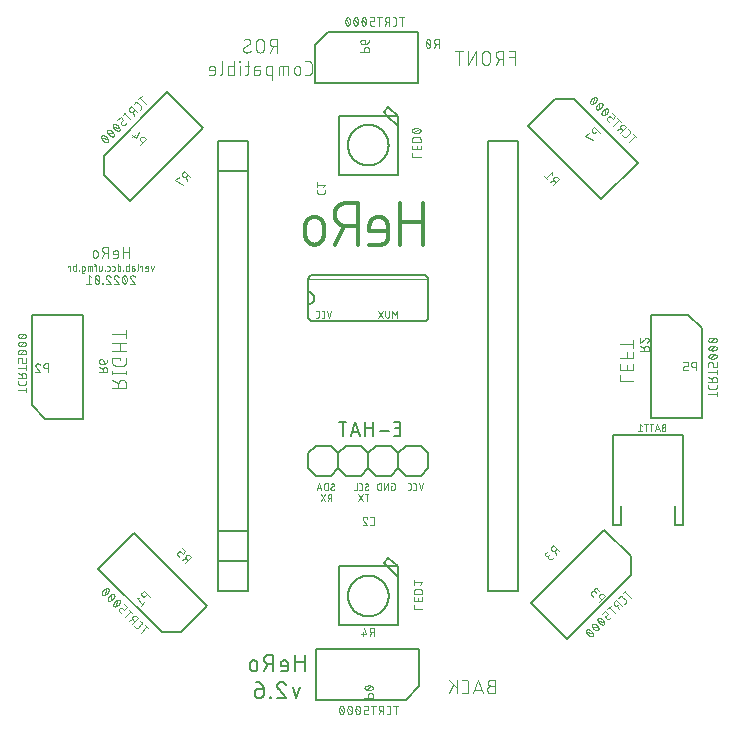
<source format=gbr>
G04 EAGLE Gerber RS-274X export*
G75*
%MOMM*%
%FSLAX34Y34*%
%LPD*%
%INSilkscreen Bottom*%
%IPPOS*%
%AMOC8*
5,1,8,0,0,1.08239X$1,22.5*%
G01*
%ADD10C,0.101600*%
%ADD11C,0.050800*%
%ADD12C,0.127000*%
%ADD13C,0.076200*%
%ADD14C,0.304800*%
%ADD15C,0.152400*%
%ADD16C,0.203200*%


D10*
X246192Y550208D02*
X246192Y561892D01*
X240999Y561892D01*
X240999Y556699D02*
X246192Y556699D01*
X236235Y561892D02*
X236235Y550208D01*
X236235Y561892D02*
X232989Y561892D01*
X232876Y561890D01*
X232763Y561884D01*
X232650Y561874D01*
X232537Y561860D01*
X232425Y561843D01*
X232314Y561821D01*
X232204Y561796D01*
X232094Y561766D01*
X231986Y561733D01*
X231879Y561696D01*
X231773Y561656D01*
X231669Y561611D01*
X231566Y561563D01*
X231465Y561512D01*
X231366Y561457D01*
X231269Y561399D01*
X231174Y561337D01*
X231081Y561272D01*
X230991Y561204D01*
X230903Y561133D01*
X230817Y561058D01*
X230734Y560981D01*
X230654Y560901D01*
X230577Y560818D01*
X230502Y560732D01*
X230431Y560644D01*
X230363Y560554D01*
X230298Y560461D01*
X230236Y560366D01*
X230178Y560269D01*
X230123Y560170D01*
X230072Y560069D01*
X230024Y559966D01*
X229979Y559862D01*
X229939Y559756D01*
X229902Y559649D01*
X229869Y559541D01*
X229839Y559431D01*
X229814Y559321D01*
X229792Y559210D01*
X229775Y559098D01*
X229761Y558985D01*
X229751Y558872D01*
X229745Y558759D01*
X229743Y558646D01*
X229745Y558533D01*
X229751Y558420D01*
X229761Y558307D01*
X229775Y558194D01*
X229792Y558082D01*
X229814Y557971D01*
X229839Y557861D01*
X229869Y557751D01*
X229902Y557643D01*
X229939Y557536D01*
X229979Y557430D01*
X230024Y557326D01*
X230072Y557223D01*
X230123Y557122D01*
X230178Y557023D01*
X230236Y556926D01*
X230298Y556831D01*
X230363Y556738D01*
X230431Y556648D01*
X230502Y556560D01*
X230577Y556474D01*
X230654Y556391D01*
X230734Y556311D01*
X230817Y556234D01*
X230903Y556159D01*
X230991Y556088D01*
X231081Y556020D01*
X231174Y555955D01*
X231269Y555893D01*
X231366Y555835D01*
X231465Y555780D01*
X231566Y555729D01*
X231669Y555681D01*
X231773Y555636D01*
X231879Y555596D01*
X231986Y555559D01*
X232094Y555526D01*
X232204Y555496D01*
X232314Y555471D01*
X232425Y555449D01*
X232537Y555432D01*
X232650Y555418D01*
X232763Y555408D01*
X232876Y555402D01*
X232989Y555400D01*
X232989Y555401D02*
X236235Y555401D01*
X232340Y555401D02*
X229744Y550208D01*
X224879Y553454D02*
X224879Y558646D01*
X224877Y558759D01*
X224871Y558872D01*
X224861Y558985D01*
X224847Y559098D01*
X224830Y559210D01*
X224808Y559321D01*
X224783Y559431D01*
X224753Y559541D01*
X224720Y559649D01*
X224683Y559756D01*
X224643Y559862D01*
X224598Y559966D01*
X224550Y560069D01*
X224499Y560170D01*
X224444Y560269D01*
X224386Y560366D01*
X224324Y560461D01*
X224259Y560554D01*
X224191Y560644D01*
X224120Y560732D01*
X224045Y560818D01*
X223968Y560901D01*
X223888Y560981D01*
X223805Y561058D01*
X223719Y561133D01*
X223631Y561204D01*
X223541Y561272D01*
X223448Y561337D01*
X223353Y561399D01*
X223256Y561457D01*
X223157Y561512D01*
X223056Y561563D01*
X222953Y561611D01*
X222849Y561656D01*
X222743Y561696D01*
X222636Y561733D01*
X222528Y561766D01*
X222418Y561796D01*
X222308Y561821D01*
X222197Y561843D01*
X222085Y561860D01*
X221972Y561874D01*
X221859Y561884D01*
X221746Y561890D01*
X221633Y561892D01*
X221520Y561890D01*
X221407Y561884D01*
X221294Y561874D01*
X221181Y561860D01*
X221069Y561843D01*
X220958Y561821D01*
X220848Y561796D01*
X220738Y561766D01*
X220630Y561733D01*
X220523Y561696D01*
X220417Y561656D01*
X220313Y561611D01*
X220210Y561563D01*
X220109Y561512D01*
X220010Y561457D01*
X219913Y561399D01*
X219818Y561337D01*
X219725Y561272D01*
X219635Y561204D01*
X219547Y561133D01*
X219461Y561058D01*
X219378Y560981D01*
X219298Y560901D01*
X219221Y560818D01*
X219146Y560732D01*
X219075Y560644D01*
X219007Y560554D01*
X218942Y560461D01*
X218880Y560366D01*
X218822Y560269D01*
X218767Y560170D01*
X218716Y560069D01*
X218668Y559966D01*
X218623Y559862D01*
X218583Y559756D01*
X218546Y559649D01*
X218513Y559541D01*
X218483Y559431D01*
X218458Y559321D01*
X218436Y559210D01*
X218419Y559098D01*
X218405Y558985D01*
X218395Y558872D01*
X218389Y558759D01*
X218387Y558646D01*
X218388Y558646D02*
X218388Y553454D01*
X218387Y553454D02*
X218389Y553341D01*
X218395Y553228D01*
X218405Y553115D01*
X218419Y553002D01*
X218436Y552890D01*
X218458Y552779D01*
X218483Y552669D01*
X218513Y552559D01*
X218546Y552451D01*
X218583Y552344D01*
X218623Y552238D01*
X218668Y552134D01*
X218716Y552031D01*
X218767Y551930D01*
X218822Y551831D01*
X218880Y551734D01*
X218942Y551639D01*
X219007Y551546D01*
X219075Y551456D01*
X219146Y551368D01*
X219221Y551282D01*
X219298Y551199D01*
X219378Y551119D01*
X219461Y551042D01*
X219547Y550967D01*
X219635Y550896D01*
X219725Y550828D01*
X219818Y550763D01*
X219913Y550701D01*
X220010Y550643D01*
X220109Y550588D01*
X220210Y550537D01*
X220313Y550489D01*
X220417Y550444D01*
X220523Y550404D01*
X220630Y550367D01*
X220738Y550334D01*
X220848Y550304D01*
X220958Y550279D01*
X221069Y550257D01*
X221181Y550240D01*
X221294Y550226D01*
X221407Y550216D01*
X221520Y550210D01*
X221633Y550208D01*
X221746Y550210D01*
X221859Y550216D01*
X221972Y550226D01*
X222085Y550240D01*
X222197Y550257D01*
X222308Y550279D01*
X222418Y550304D01*
X222528Y550334D01*
X222636Y550367D01*
X222743Y550404D01*
X222849Y550444D01*
X222953Y550489D01*
X223056Y550537D01*
X223157Y550588D01*
X223256Y550643D01*
X223353Y550701D01*
X223448Y550763D01*
X223541Y550828D01*
X223631Y550896D01*
X223719Y550967D01*
X223805Y551042D01*
X223888Y551119D01*
X223968Y551199D01*
X224045Y551282D01*
X224120Y551368D01*
X224191Y551456D01*
X224259Y551546D01*
X224324Y551639D01*
X224386Y551734D01*
X224444Y551831D01*
X224499Y551930D01*
X224550Y552031D01*
X224598Y552134D01*
X224643Y552238D01*
X224683Y552344D01*
X224720Y552451D01*
X224753Y552559D01*
X224783Y552669D01*
X224808Y552779D01*
X224830Y552890D01*
X224847Y553002D01*
X224861Y553115D01*
X224871Y553228D01*
X224877Y553341D01*
X224879Y553454D01*
X213068Y550208D02*
X213068Y561892D01*
X206577Y550208D01*
X206577Y561892D01*
X198773Y561892D02*
X198773Y550208D01*
X202019Y561892D02*
X195528Y561892D01*
X225846Y24499D02*
X229092Y24499D01*
X225846Y24500D02*
X225733Y24498D01*
X225620Y24492D01*
X225507Y24482D01*
X225394Y24468D01*
X225282Y24451D01*
X225171Y24429D01*
X225061Y24404D01*
X224951Y24374D01*
X224843Y24341D01*
X224736Y24304D01*
X224630Y24264D01*
X224526Y24219D01*
X224423Y24171D01*
X224322Y24120D01*
X224223Y24065D01*
X224126Y24007D01*
X224031Y23945D01*
X223938Y23880D01*
X223848Y23812D01*
X223760Y23741D01*
X223674Y23666D01*
X223591Y23589D01*
X223511Y23509D01*
X223434Y23426D01*
X223359Y23340D01*
X223288Y23252D01*
X223220Y23162D01*
X223155Y23069D01*
X223093Y22974D01*
X223035Y22877D01*
X222980Y22778D01*
X222929Y22677D01*
X222881Y22574D01*
X222836Y22470D01*
X222796Y22364D01*
X222759Y22257D01*
X222726Y22149D01*
X222696Y22039D01*
X222671Y21929D01*
X222649Y21818D01*
X222632Y21706D01*
X222618Y21593D01*
X222608Y21480D01*
X222602Y21367D01*
X222600Y21254D01*
X222602Y21141D01*
X222608Y21028D01*
X222618Y20915D01*
X222632Y20802D01*
X222649Y20690D01*
X222671Y20579D01*
X222696Y20469D01*
X222726Y20359D01*
X222759Y20251D01*
X222796Y20144D01*
X222836Y20038D01*
X222881Y19934D01*
X222929Y19831D01*
X222980Y19730D01*
X223035Y19631D01*
X223093Y19534D01*
X223155Y19439D01*
X223220Y19346D01*
X223288Y19256D01*
X223359Y19168D01*
X223434Y19082D01*
X223511Y18999D01*
X223591Y18919D01*
X223674Y18842D01*
X223760Y18767D01*
X223848Y18696D01*
X223938Y18628D01*
X224031Y18563D01*
X224126Y18501D01*
X224223Y18443D01*
X224322Y18388D01*
X224423Y18337D01*
X224526Y18289D01*
X224630Y18244D01*
X224736Y18204D01*
X224843Y18167D01*
X224951Y18134D01*
X225061Y18104D01*
X225171Y18079D01*
X225282Y18057D01*
X225394Y18040D01*
X225507Y18026D01*
X225620Y18016D01*
X225733Y18010D01*
X225846Y18008D01*
X229092Y18008D01*
X229092Y29692D01*
X225846Y29692D01*
X225745Y29690D01*
X225645Y29684D01*
X225545Y29674D01*
X225445Y29661D01*
X225346Y29643D01*
X225247Y29622D01*
X225150Y29597D01*
X225053Y29568D01*
X224958Y29535D01*
X224864Y29499D01*
X224772Y29459D01*
X224681Y29416D01*
X224592Y29369D01*
X224505Y29319D01*
X224419Y29265D01*
X224336Y29208D01*
X224256Y29148D01*
X224177Y29085D01*
X224101Y29018D01*
X224028Y28949D01*
X223958Y28877D01*
X223890Y28803D01*
X223825Y28726D01*
X223764Y28646D01*
X223705Y28564D01*
X223650Y28480D01*
X223598Y28394D01*
X223549Y28306D01*
X223504Y28216D01*
X223462Y28124D01*
X223424Y28031D01*
X223390Y27936D01*
X223359Y27841D01*
X223332Y27744D01*
X223309Y27646D01*
X223289Y27547D01*
X223274Y27447D01*
X223262Y27347D01*
X223254Y27247D01*
X223250Y27146D01*
X223250Y27046D01*
X223254Y26945D01*
X223262Y26845D01*
X223274Y26745D01*
X223289Y26645D01*
X223309Y26546D01*
X223332Y26448D01*
X223359Y26351D01*
X223390Y26256D01*
X223424Y26161D01*
X223462Y26068D01*
X223504Y25976D01*
X223549Y25886D01*
X223598Y25798D01*
X223650Y25712D01*
X223705Y25628D01*
X223764Y25546D01*
X223825Y25466D01*
X223890Y25389D01*
X223958Y25315D01*
X224028Y25243D01*
X224101Y25174D01*
X224177Y25107D01*
X224256Y25044D01*
X224336Y24984D01*
X224419Y24927D01*
X224505Y24873D01*
X224592Y24823D01*
X224681Y24776D01*
X224772Y24733D01*
X224864Y24693D01*
X224958Y24657D01*
X225053Y24624D01*
X225150Y24595D01*
X225247Y24570D01*
X225346Y24549D01*
X225445Y24531D01*
X225545Y24518D01*
X225645Y24508D01*
X225745Y24502D01*
X225846Y24500D01*
X218861Y18008D02*
X214967Y29692D01*
X211072Y18008D01*
X212046Y20929D02*
X217888Y20929D01*
X204219Y18008D02*
X201623Y18008D01*
X204219Y18008D02*
X204318Y18010D01*
X204418Y18016D01*
X204517Y18025D01*
X204615Y18038D01*
X204713Y18055D01*
X204811Y18076D01*
X204907Y18101D01*
X205002Y18129D01*
X205096Y18161D01*
X205189Y18196D01*
X205281Y18235D01*
X205371Y18278D01*
X205459Y18323D01*
X205546Y18373D01*
X205630Y18425D01*
X205713Y18481D01*
X205793Y18539D01*
X205871Y18601D01*
X205946Y18666D01*
X206019Y18734D01*
X206089Y18804D01*
X206157Y18877D01*
X206222Y18952D01*
X206284Y19030D01*
X206342Y19110D01*
X206398Y19193D01*
X206450Y19277D01*
X206500Y19364D01*
X206545Y19452D01*
X206588Y19542D01*
X206627Y19634D01*
X206662Y19727D01*
X206694Y19821D01*
X206722Y19916D01*
X206747Y20012D01*
X206768Y20110D01*
X206785Y20208D01*
X206798Y20306D01*
X206807Y20405D01*
X206813Y20505D01*
X206815Y20604D01*
X206816Y20604D02*
X206816Y27096D01*
X206815Y27096D02*
X206813Y27195D01*
X206807Y27295D01*
X206798Y27394D01*
X206785Y27492D01*
X206768Y27590D01*
X206747Y27688D01*
X206722Y27784D01*
X206694Y27879D01*
X206662Y27973D01*
X206627Y28066D01*
X206588Y28158D01*
X206545Y28248D01*
X206500Y28336D01*
X206450Y28423D01*
X206398Y28507D01*
X206342Y28590D01*
X206284Y28670D01*
X206222Y28748D01*
X206157Y28823D01*
X206089Y28896D01*
X206019Y28966D01*
X205946Y29034D01*
X205871Y29099D01*
X205793Y29161D01*
X205713Y29219D01*
X205630Y29275D01*
X205546Y29327D01*
X205459Y29377D01*
X205371Y29422D01*
X205281Y29465D01*
X205189Y29504D01*
X205096Y29539D01*
X205002Y29571D01*
X204907Y29599D01*
X204811Y29624D01*
X204713Y29645D01*
X204615Y29662D01*
X204517Y29675D01*
X204418Y29684D01*
X204318Y29690D01*
X204219Y29692D01*
X201623Y29692D01*
X196707Y29692D02*
X196707Y18008D01*
X196707Y22552D02*
X190216Y29692D01*
X194111Y25148D02*
X190216Y18008D01*
D11*
X120254Y190258D02*
X120184Y190260D01*
X120115Y190266D01*
X120046Y190276D01*
X119978Y190289D01*
X119910Y190307D01*
X119844Y190328D01*
X119779Y190353D01*
X119715Y190381D01*
X119653Y190413D01*
X119593Y190448D01*
X119535Y190487D01*
X119480Y190529D01*
X119426Y190574D01*
X119376Y190622D01*
X119328Y190672D01*
X119283Y190726D01*
X119241Y190781D01*
X119202Y190839D01*
X119167Y190899D01*
X119135Y190961D01*
X119107Y191025D01*
X119082Y191090D01*
X119061Y191156D01*
X119043Y191224D01*
X119030Y191292D01*
X119020Y191361D01*
X119014Y191430D01*
X119012Y191500D01*
X120254Y190258D02*
X120353Y190260D01*
X120451Y190265D01*
X120549Y190275D01*
X120647Y190288D01*
X120744Y190304D01*
X120841Y190324D01*
X120936Y190348D01*
X121031Y190376D01*
X121125Y190407D01*
X121217Y190441D01*
X121308Y190479D01*
X121398Y190520D01*
X121486Y190565D01*
X121572Y190613D01*
X121656Y190664D01*
X121738Y190718D01*
X121819Y190776D01*
X121897Y190836D01*
X121972Y190899D01*
X122046Y190965D01*
X122116Y191034D01*
X121962Y194604D02*
X121960Y194674D01*
X121954Y194743D01*
X121944Y194812D01*
X121931Y194880D01*
X121913Y194948D01*
X121892Y195014D01*
X121867Y195079D01*
X121839Y195143D01*
X121807Y195205D01*
X121772Y195265D01*
X121733Y195323D01*
X121691Y195378D01*
X121646Y195432D01*
X121598Y195482D01*
X121548Y195530D01*
X121494Y195575D01*
X121439Y195617D01*
X121381Y195656D01*
X121321Y195691D01*
X121259Y195723D01*
X121195Y195751D01*
X121130Y195776D01*
X121064Y195797D01*
X120996Y195815D01*
X120928Y195828D01*
X120859Y195838D01*
X120790Y195844D01*
X120720Y195846D01*
X120626Y195844D01*
X120533Y195838D01*
X120440Y195829D01*
X120347Y195816D01*
X120255Y195799D01*
X120164Y195779D01*
X120073Y195754D01*
X119984Y195727D01*
X119896Y195695D01*
X119809Y195660D01*
X119723Y195622D01*
X119640Y195580D01*
X119557Y195535D01*
X119477Y195487D01*
X119399Y195435D01*
X119323Y195380D01*
X121340Y193518D02*
X121399Y193554D01*
X121455Y193594D01*
X121509Y193637D01*
X121561Y193682D01*
X121610Y193731D01*
X121656Y193782D01*
X121699Y193835D01*
X121740Y193891D01*
X121777Y193949D01*
X121812Y194009D01*
X121842Y194070D01*
X121870Y194133D01*
X121894Y194198D01*
X121914Y194264D01*
X121931Y194331D01*
X121944Y194398D01*
X121953Y194466D01*
X121959Y194535D01*
X121961Y194604D01*
X119634Y192586D02*
X119575Y192550D01*
X119519Y192510D01*
X119465Y192467D01*
X119413Y192422D01*
X119364Y192373D01*
X119318Y192322D01*
X119275Y192269D01*
X119234Y192213D01*
X119197Y192155D01*
X119162Y192096D01*
X119132Y192034D01*
X119104Y191971D01*
X119080Y191906D01*
X119060Y191840D01*
X119043Y191773D01*
X119030Y191706D01*
X119021Y191638D01*
X119015Y191569D01*
X119013Y191500D01*
X119633Y192586D02*
X121341Y193518D01*
X115588Y190258D02*
X114346Y190258D01*
X115588Y190258D02*
X115658Y190260D01*
X115727Y190266D01*
X115796Y190276D01*
X115864Y190289D01*
X115932Y190307D01*
X115998Y190328D01*
X116063Y190353D01*
X116127Y190381D01*
X116189Y190413D01*
X116249Y190448D01*
X116307Y190487D01*
X116362Y190529D01*
X116416Y190574D01*
X116466Y190622D01*
X116514Y190672D01*
X116559Y190726D01*
X116601Y190781D01*
X116640Y190839D01*
X116675Y190899D01*
X116707Y190961D01*
X116735Y191025D01*
X116760Y191090D01*
X116781Y191156D01*
X116799Y191224D01*
X116812Y191292D01*
X116822Y191361D01*
X116828Y191430D01*
X116830Y191500D01*
X116830Y194604D01*
X116828Y194674D01*
X116822Y194743D01*
X116812Y194812D01*
X116799Y194880D01*
X116781Y194948D01*
X116760Y195014D01*
X116735Y195079D01*
X116707Y195143D01*
X116675Y195205D01*
X116640Y195265D01*
X116601Y195323D01*
X116559Y195378D01*
X116514Y195432D01*
X116466Y195482D01*
X116416Y195530D01*
X116362Y195575D01*
X116307Y195617D01*
X116249Y195656D01*
X116189Y195691D01*
X116127Y195723D01*
X116063Y195751D01*
X115998Y195776D01*
X115932Y195797D01*
X115864Y195815D01*
X115796Y195828D01*
X115727Y195838D01*
X115658Y195844D01*
X115588Y195846D01*
X114346Y195846D01*
X112047Y195846D02*
X112047Y190258D01*
X109564Y190258D01*
X91177Y190258D02*
X91107Y190260D01*
X91038Y190266D01*
X90969Y190276D01*
X90901Y190289D01*
X90833Y190307D01*
X90767Y190328D01*
X90702Y190353D01*
X90638Y190381D01*
X90576Y190413D01*
X90516Y190448D01*
X90458Y190487D01*
X90403Y190529D01*
X90349Y190574D01*
X90299Y190622D01*
X90251Y190672D01*
X90206Y190726D01*
X90164Y190781D01*
X90125Y190839D01*
X90090Y190899D01*
X90058Y190961D01*
X90030Y191025D01*
X90005Y191090D01*
X89984Y191156D01*
X89966Y191224D01*
X89953Y191292D01*
X89943Y191361D01*
X89937Y191430D01*
X89935Y191500D01*
X91177Y190258D02*
X91276Y190260D01*
X91374Y190265D01*
X91472Y190275D01*
X91570Y190288D01*
X91667Y190304D01*
X91764Y190324D01*
X91859Y190348D01*
X91954Y190376D01*
X92048Y190407D01*
X92140Y190441D01*
X92231Y190479D01*
X92321Y190520D01*
X92409Y190565D01*
X92495Y190613D01*
X92579Y190664D01*
X92661Y190718D01*
X92742Y190776D01*
X92820Y190836D01*
X92895Y190899D01*
X92969Y190965D01*
X93039Y191034D01*
X92884Y194604D02*
X92882Y194674D01*
X92876Y194743D01*
X92866Y194812D01*
X92853Y194880D01*
X92835Y194948D01*
X92814Y195014D01*
X92789Y195079D01*
X92761Y195143D01*
X92729Y195205D01*
X92694Y195265D01*
X92655Y195323D01*
X92613Y195378D01*
X92568Y195432D01*
X92520Y195482D01*
X92470Y195530D01*
X92416Y195575D01*
X92361Y195617D01*
X92303Y195656D01*
X92243Y195691D01*
X92181Y195723D01*
X92117Y195751D01*
X92052Y195776D01*
X91986Y195797D01*
X91918Y195815D01*
X91850Y195828D01*
X91781Y195838D01*
X91712Y195844D01*
X91642Y195846D01*
X91548Y195844D01*
X91455Y195838D01*
X91362Y195829D01*
X91269Y195816D01*
X91177Y195799D01*
X91086Y195779D01*
X90995Y195754D01*
X90906Y195727D01*
X90818Y195695D01*
X90731Y195660D01*
X90645Y195622D01*
X90562Y195580D01*
X90479Y195535D01*
X90399Y195487D01*
X90321Y195435D01*
X90245Y195380D01*
X92263Y193518D02*
X92322Y193554D01*
X92378Y193594D01*
X92432Y193637D01*
X92484Y193682D01*
X92533Y193731D01*
X92579Y193782D01*
X92622Y193835D01*
X92663Y193891D01*
X92700Y193949D01*
X92735Y194009D01*
X92765Y194070D01*
X92793Y194133D01*
X92817Y194198D01*
X92837Y194264D01*
X92854Y194331D01*
X92867Y194398D01*
X92876Y194466D01*
X92882Y194535D01*
X92884Y194604D01*
X90556Y192586D02*
X90497Y192550D01*
X90441Y192510D01*
X90387Y192467D01*
X90335Y192422D01*
X90286Y192373D01*
X90240Y192322D01*
X90197Y192269D01*
X90156Y192213D01*
X90119Y192155D01*
X90084Y192096D01*
X90054Y192034D01*
X90026Y191971D01*
X90002Y191906D01*
X89982Y191840D01*
X89965Y191773D01*
X89952Y191706D01*
X89943Y191638D01*
X89937Y191569D01*
X89935Y191500D01*
X90556Y192586D02*
X92263Y193518D01*
X87553Y195846D02*
X87553Y190258D01*
X87553Y195846D02*
X86001Y195846D01*
X85925Y195844D01*
X85849Y195839D01*
X85773Y195829D01*
X85698Y195816D01*
X85624Y195799D01*
X85550Y195779D01*
X85478Y195755D01*
X85407Y195728D01*
X85337Y195697D01*
X85269Y195663D01*
X85203Y195625D01*
X85139Y195584D01*
X85076Y195541D01*
X85016Y195494D01*
X84959Y195444D01*
X84904Y195391D01*
X84851Y195336D01*
X84801Y195279D01*
X84754Y195219D01*
X84711Y195156D01*
X84670Y195092D01*
X84632Y195026D01*
X84598Y194958D01*
X84567Y194888D01*
X84540Y194817D01*
X84516Y194745D01*
X84496Y194671D01*
X84479Y194597D01*
X84466Y194522D01*
X84456Y194446D01*
X84451Y194370D01*
X84449Y194294D01*
X84448Y194294D02*
X84448Y191810D01*
X84449Y191810D02*
X84451Y191734D01*
X84456Y191658D01*
X84466Y191582D01*
X84479Y191507D01*
X84496Y191433D01*
X84516Y191359D01*
X84540Y191287D01*
X84567Y191216D01*
X84598Y191146D01*
X84632Y191078D01*
X84670Y191012D01*
X84711Y190948D01*
X84754Y190885D01*
X84801Y190825D01*
X84851Y190768D01*
X84904Y190713D01*
X84959Y190660D01*
X85016Y190610D01*
X85076Y190563D01*
X85139Y190520D01*
X85203Y190479D01*
X85269Y190441D01*
X85337Y190407D01*
X85407Y190376D01*
X85478Y190349D01*
X85550Y190325D01*
X85624Y190305D01*
X85698Y190288D01*
X85773Y190275D01*
X85849Y190265D01*
X85925Y190260D01*
X86001Y190258D01*
X87553Y190258D01*
X82194Y190258D02*
X80331Y195846D01*
X78469Y190258D01*
X78934Y191655D02*
X81728Y191655D01*
X120565Y186702D02*
X120565Y181114D01*
X122117Y186702D02*
X119012Y186702D01*
X113581Y186702D02*
X117307Y181114D01*
X113581Y181114D02*
X117307Y186702D01*
X90809Y186702D02*
X90809Y181114D01*
X90809Y186702D02*
X89256Y186702D01*
X89179Y186700D01*
X89101Y186694D01*
X89025Y186685D01*
X88948Y186671D01*
X88873Y186654D01*
X88799Y186633D01*
X88725Y186608D01*
X88653Y186580D01*
X88583Y186548D01*
X88514Y186513D01*
X88447Y186474D01*
X88382Y186432D01*
X88319Y186387D01*
X88258Y186339D01*
X88200Y186288D01*
X88145Y186234D01*
X88092Y186177D01*
X88043Y186118D01*
X87996Y186056D01*
X87952Y185992D01*
X87912Y185926D01*
X87875Y185858D01*
X87841Y185788D01*
X87811Y185717D01*
X87785Y185644D01*
X87762Y185570D01*
X87743Y185495D01*
X87728Y185420D01*
X87716Y185343D01*
X87708Y185266D01*
X87704Y185189D01*
X87704Y185111D01*
X87708Y185034D01*
X87716Y184957D01*
X87728Y184880D01*
X87743Y184805D01*
X87762Y184730D01*
X87785Y184656D01*
X87811Y184583D01*
X87841Y184512D01*
X87875Y184442D01*
X87912Y184374D01*
X87952Y184308D01*
X87996Y184244D01*
X88043Y184182D01*
X88092Y184123D01*
X88145Y184066D01*
X88200Y184012D01*
X88258Y183961D01*
X88319Y183913D01*
X88382Y183868D01*
X88447Y183826D01*
X88514Y183787D01*
X88583Y183752D01*
X88653Y183720D01*
X88725Y183692D01*
X88799Y183667D01*
X88873Y183646D01*
X88948Y183629D01*
X89025Y183615D01*
X89101Y183606D01*
X89179Y183600D01*
X89256Y183598D01*
X90809Y183598D01*
X88946Y183598D02*
X87704Y181114D01*
X85669Y181114D02*
X81943Y186702D01*
X85669Y186702D02*
X81943Y181114D01*
D10*
X334808Y282249D02*
X346492Y282249D01*
X334808Y282249D02*
X334808Y287441D01*
X334808Y292155D02*
X334808Y297347D01*
X334808Y292155D02*
X346492Y292155D01*
X346492Y297347D01*
X341299Y296049D02*
X341299Y292155D01*
X346492Y302061D02*
X334808Y302061D01*
X346492Y302061D02*
X346492Y307253D01*
X341299Y307253D02*
X341299Y302061D01*
X346492Y314046D02*
X334808Y314046D01*
X346492Y310801D02*
X346492Y317292D01*
X-83008Y277065D02*
X-94692Y277065D01*
X-83008Y277065D02*
X-83008Y280310D01*
X-83010Y280423D01*
X-83016Y280536D01*
X-83026Y280649D01*
X-83040Y280762D01*
X-83057Y280874D01*
X-83079Y280985D01*
X-83104Y281095D01*
X-83134Y281205D01*
X-83167Y281313D01*
X-83204Y281420D01*
X-83244Y281526D01*
X-83289Y281630D01*
X-83337Y281733D01*
X-83388Y281834D01*
X-83443Y281933D01*
X-83501Y282030D01*
X-83563Y282125D01*
X-83628Y282218D01*
X-83696Y282308D01*
X-83767Y282396D01*
X-83842Y282482D01*
X-83919Y282565D01*
X-83999Y282645D01*
X-84082Y282722D01*
X-84168Y282797D01*
X-84256Y282868D01*
X-84346Y282936D01*
X-84439Y283001D01*
X-84534Y283063D01*
X-84631Y283121D01*
X-84730Y283176D01*
X-84831Y283227D01*
X-84934Y283275D01*
X-85038Y283320D01*
X-85144Y283360D01*
X-85251Y283397D01*
X-85359Y283430D01*
X-85469Y283460D01*
X-85579Y283485D01*
X-85690Y283507D01*
X-85802Y283524D01*
X-85915Y283538D01*
X-86028Y283548D01*
X-86141Y283554D01*
X-86254Y283556D01*
X-86367Y283554D01*
X-86480Y283548D01*
X-86593Y283538D01*
X-86706Y283524D01*
X-86818Y283507D01*
X-86929Y283485D01*
X-87039Y283460D01*
X-87149Y283430D01*
X-87257Y283397D01*
X-87364Y283360D01*
X-87470Y283320D01*
X-87574Y283275D01*
X-87677Y283227D01*
X-87778Y283176D01*
X-87877Y283121D01*
X-87974Y283063D01*
X-88069Y283001D01*
X-88162Y282936D01*
X-88252Y282868D01*
X-88340Y282797D01*
X-88426Y282722D01*
X-88509Y282645D01*
X-88589Y282565D01*
X-88666Y282482D01*
X-88741Y282396D01*
X-88812Y282308D01*
X-88880Y282218D01*
X-88945Y282125D01*
X-89007Y282030D01*
X-89065Y281933D01*
X-89120Y281834D01*
X-89171Y281733D01*
X-89219Y281630D01*
X-89264Y281526D01*
X-89304Y281420D01*
X-89341Y281313D01*
X-89374Y281205D01*
X-89404Y281095D01*
X-89429Y280985D01*
X-89451Y280874D01*
X-89468Y280762D01*
X-89482Y280649D01*
X-89492Y280536D01*
X-89498Y280423D01*
X-89500Y280310D01*
X-89499Y280310D02*
X-89499Y277065D01*
X-89499Y280959D02*
X-94692Y283556D01*
X-94692Y289381D02*
X-83008Y289381D01*
X-94692Y288082D02*
X-94692Y290679D01*
X-83008Y290679D02*
X-83008Y288082D01*
X-88201Y300204D02*
X-88201Y302151D01*
X-94692Y302151D01*
X-94692Y298256D01*
X-94690Y298157D01*
X-94684Y298057D01*
X-94675Y297958D01*
X-94662Y297860D01*
X-94645Y297762D01*
X-94624Y297664D01*
X-94599Y297568D01*
X-94571Y297473D01*
X-94539Y297379D01*
X-94504Y297286D01*
X-94465Y297194D01*
X-94422Y297104D01*
X-94377Y297016D01*
X-94327Y296929D01*
X-94275Y296845D01*
X-94219Y296762D01*
X-94161Y296682D01*
X-94099Y296604D01*
X-94034Y296529D01*
X-93966Y296456D01*
X-93896Y296386D01*
X-93823Y296318D01*
X-93748Y296253D01*
X-93670Y296191D01*
X-93590Y296133D01*
X-93507Y296077D01*
X-93423Y296025D01*
X-93336Y295975D01*
X-93248Y295930D01*
X-93158Y295887D01*
X-93066Y295848D01*
X-92973Y295813D01*
X-92879Y295781D01*
X-92784Y295753D01*
X-92688Y295728D01*
X-92590Y295707D01*
X-92492Y295690D01*
X-92394Y295677D01*
X-92295Y295668D01*
X-92195Y295662D01*
X-92096Y295660D01*
X-85604Y295660D01*
X-85604Y295659D02*
X-85505Y295661D01*
X-85405Y295667D01*
X-85306Y295676D01*
X-85208Y295689D01*
X-85110Y295707D01*
X-85012Y295727D01*
X-84916Y295752D01*
X-84820Y295780D01*
X-84726Y295812D01*
X-84633Y295847D01*
X-84542Y295886D01*
X-84452Y295929D01*
X-84363Y295974D01*
X-84277Y296024D01*
X-84192Y296076D01*
X-84110Y296132D01*
X-84030Y296191D01*
X-83952Y296252D01*
X-83876Y296317D01*
X-83803Y296385D01*
X-83733Y296455D01*
X-83665Y296528D01*
X-83600Y296604D01*
X-83539Y296682D01*
X-83480Y296762D01*
X-83424Y296844D01*
X-83372Y296929D01*
X-83323Y297015D01*
X-83277Y297104D01*
X-83234Y297194D01*
X-83195Y297285D01*
X-83160Y297378D01*
X-83128Y297472D01*
X-83100Y297568D01*
X-83075Y297664D01*
X-83055Y297762D01*
X-83037Y297860D01*
X-83024Y297958D01*
X-83015Y298057D01*
X-83009Y298156D01*
X-83007Y298256D01*
X-83008Y298256D02*
X-83008Y302151D01*
X-83008Y307852D02*
X-94692Y307852D01*
X-88201Y307852D02*
X-88201Y314343D01*
X-83008Y314343D02*
X-94692Y314343D01*
X-94692Y322146D02*
X-83008Y322146D01*
X-83008Y318901D02*
X-83008Y325392D01*
D11*
X168346Y195842D02*
X166483Y190254D01*
X164621Y195842D01*
X161324Y190254D02*
X160082Y190254D01*
X161324Y190254D02*
X161394Y190256D01*
X161463Y190262D01*
X161532Y190272D01*
X161600Y190285D01*
X161668Y190303D01*
X161734Y190324D01*
X161799Y190349D01*
X161863Y190377D01*
X161925Y190409D01*
X161985Y190444D01*
X162043Y190483D01*
X162098Y190525D01*
X162152Y190570D01*
X162202Y190618D01*
X162250Y190668D01*
X162295Y190722D01*
X162337Y190777D01*
X162376Y190835D01*
X162411Y190895D01*
X162443Y190957D01*
X162471Y191021D01*
X162496Y191086D01*
X162517Y191152D01*
X162535Y191220D01*
X162548Y191288D01*
X162558Y191357D01*
X162564Y191426D01*
X162566Y191496D01*
X162565Y191496D02*
X162565Y194600D01*
X162566Y194600D02*
X162564Y194670D01*
X162558Y194739D01*
X162548Y194808D01*
X162535Y194876D01*
X162517Y194944D01*
X162496Y195010D01*
X162471Y195075D01*
X162443Y195139D01*
X162411Y195201D01*
X162376Y195261D01*
X162337Y195319D01*
X162295Y195374D01*
X162250Y195428D01*
X162202Y195478D01*
X162152Y195526D01*
X162098Y195571D01*
X162043Y195613D01*
X161985Y195652D01*
X161925Y195687D01*
X161863Y195719D01*
X161799Y195747D01*
X161734Y195772D01*
X161668Y195793D01*
X161600Y195811D01*
X161532Y195824D01*
X161463Y195834D01*
X161394Y195840D01*
X161324Y195842D01*
X160082Y195842D01*
X156752Y190254D02*
X155510Y190254D01*
X156752Y190254D02*
X156822Y190256D01*
X156891Y190262D01*
X156960Y190272D01*
X157028Y190285D01*
X157096Y190303D01*
X157162Y190324D01*
X157227Y190349D01*
X157291Y190377D01*
X157353Y190409D01*
X157413Y190444D01*
X157471Y190483D01*
X157526Y190525D01*
X157580Y190570D01*
X157630Y190618D01*
X157678Y190668D01*
X157723Y190722D01*
X157765Y190777D01*
X157804Y190835D01*
X157839Y190895D01*
X157871Y190957D01*
X157899Y191021D01*
X157924Y191086D01*
X157945Y191152D01*
X157963Y191220D01*
X157976Y191288D01*
X157986Y191357D01*
X157992Y191426D01*
X157994Y191496D01*
X157994Y194600D01*
X157992Y194670D01*
X157986Y194739D01*
X157976Y194808D01*
X157963Y194876D01*
X157945Y194944D01*
X157924Y195010D01*
X157899Y195075D01*
X157871Y195139D01*
X157839Y195201D01*
X157804Y195261D01*
X157765Y195319D01*
X157723Y195374D01*
X157678Y195428D01*
X157630Y195478D01*
X157580Y195526D01*
X157526Y195571D01*
X157471Y195613D01*
X157413Y195652D01*
X157353Y195687D01*
X157291Y195719D01*
X157227Y195747D01*
X157162Y195772D01*
X157096Y195793D01*
X157028Y195811D01*
X156960Y195824D01*
X156891Y195834D01*
X156822Y195840D01*
X156752Y195842D01*
X155510Y195842D01*
X142271Y193358D02*
X141340Y193358D01*
X141340Y190254D01*
X143203Y190254D01*
X143273Y190256D01*
X143342Y190262D01*
X143411Y190272D01*
X143479Y190285D01*
X143547Y190303D01*
X143613Y190324D01*
X143678Y190349D01*
X143742Y190377D01*
X143804Y190409D01*
X143864Y190444D01*
X143922Y190483D01*
X143977Y190525D01*
X144031Y190570D01*
X144081Y190618D01*
X144129Y190668D01*
X144174Y190722D01*
X144216Y190777D01*
X144255Y190835D01*
X144290Y190895D01*
X144322Y190957D01*
X144350Y191021D01*
X144375Y191086D01*
X144396Y191152D01*
X144414Y191220D01*
X144427Y191288D01*
X144437Y191357D01*
X144443Y191426D01*
X144445Y191496D01*
X144444Y191496D02*
X144444Y194600D01*
X144445Y194600D02*
X144443Y194670D01*
X144437Y194739D01*
X144427Y194808D01*
X144414Y194876D01*
X144396Y194944D01*
X144375Y195010D01*
X144350Y195075D01*
X144322Y195139D01*
X144290Y195201D01*
X144255Y195261D01*
X144216Y195319D01*
X144174Y195374D01*
X144129Y195428D01*
X144081Y195478D01*
X144031Y195526D01*
X143977Y195571D01*
X143922Y195613D01*
X143864Y195652D01*
X143804Y195687D01*
X143742Y195719D01*
X143678Y195747D01*
X143613Y195772D01*
X143547Y195793D01*
X143479Y195811D01*
X143411Y195824D01*
X143342Y195834D01*
X143273Y195840D01*
X143203Y195842D01*
X141340Y195842D01*
X138592Y195842D02*
X138592Y190254D01*
X135488Y190254D02*
X138592Y195842D01*
X135488Y195842D02*
X135488Y190254D01*
X132740Y190254D02*
X132740Y195842D01*
X131188Y195842D01*
X131112Y195840D01*
X131036Y195835D01*
X130960Y195825D01*
X130885Y195812D01*
X130811Y195795D01*
X130737Y195775D01*
X130665Y195751D01*
X130594Y195724D01*
X130524Y195693D01*
X130456Y195659D01*
X130390Y195621D01*
X130326Y195580D01*
X130263Y195537D01*
X130203Y195490D01*
X130146Y195440D01*
X130091Y195387D01*
X130038Y195332D01*
X129988Y195275D01*
X129941Y195215D01*
X129898Y195152D01*
X129857Y195088D01*
X129819Y195022D01*
X129785Y194954D01*
X129754Y194884D01*
X129727Y194813D01*
X129703Y194741D01*
X129683Y194667D01*
X129666Y194593D01*
X129653Y194518D01*
X129643Y194442D01*
X129638Y194366D01*
X129636Y194290D01*
X129636Y191806D01*
X129638Y191730D01*
X129643Y191654D01*
X129653Y191578D01*
X129666Y191503D01*
X129683Y191429D01*
X129703Y191355D01*
X129727Y191283D01*
X129754Y191212D01*
X129785Y191142D01*
X129819Y191074D01*
X129857Y191008D01*
X129898Y190944D01*
X129941Y190881D01*
X129988Y190821D01*
X130038Y190764D01*
X130091Y190709D01*
X130146Y190656D01*
X130203Y190606D01*
X130263Y190559D01*
X130326Y190516D01*
X130390Y190475D01*
X130456Y190437D01*
X130524Y190403D01*
X130594Y190372D01*
X130665Y190345D01*
X130737Y190321D01*
X130811Y190301D01*
X130885Y190284D01*
X130960Y190271D01*
X131036Y190261D01*
X131112Y190256D01*
X131188Y190254D01*
X132740Y190254D01*
D12*
X68113Y50915D02*
X68113Y36945D01*
X68113Y44706D02*
X60352Y44706D01*
X60352Y50915D02*
X60352Y36945D01*
X51776Y36945D02*
X47895Y36945D01*
X51776Y36945D02*
X51870Y36947D01*
X51963Y36953D01*
X52057Y36962D01*
X52149Y36975D01*
X52242Y36992D01*
X52333Y37013D01*
X52424Y37037D01*
X52513Y37065D01*
X52602Y37096D01*
X52688Y37131D01*
X52774Y37170D01*
X52858Y37212D01*
X52940Y37257D01*
X53020Y37305D01*
X53098Y37357D01*
X53175Y37412D01*
X53248Y37470D01*
X53320Y37530D01*
X53389Y37594D01*
X53455Y37660D01*
X53519Y37729D01*
X53579Y37801D01*
X53637Y37874D01*
X53692Y37951D01*
X53744Y38029D01*
X53792Y38109D01*
X53837Y38191D01*
X53879Y38275D01*
X53918Y38361D01*
X53953Y38447D01*
X53984Y38536D01*
X54012Y38625D01*
X54036Y38716D01*
X54057Y38807D01*
X54074Y38900D01*
X54087Y38992D01*
X54096Y39086D01*
X54102Y39179D01*
X54104Y39273D01*
X54104Y43154D01*
X54102Y43265D01*
X54096Y43375D01*
X54086Y43486D01*
X54072Y43596D01*
X54055Y43705D01*
X54033Y43814D01*
X54008Y43922D01*
X53978Y44028D01*
X53945Y44134D01*
X53908Y44239D01*
X53868Y44342D01*
X53823Y44443D01*
X53776Y44543D01*
X53724Y44642D01*
X53669Y44738D01*
X53611Y44832D01*
X53550Y44924D01*
X53485Y45014D01*
X53417Y45102D01*
X53346Y45187D01*
X53272Y45269D01*
X53195Y45349D01*
X53115Y45426D01*
X53033Y45500D01*
X52948Y45571D01*
X52860Y45639D01*
X52770Y45704D01*
X52678Y45765D01*
X52584Y45823D01*
X52488Y45878D01*
X52389Y45930D01*
X52289Y45977D01*
X52188Y46022D01*
X52085Y46062D01*
X51980Y46099D01*
X51874Y46132D01*
X51768Y46162D01*
X51660Y46187D01*
X51551Y46209D01*
X51442Y46226D01*
X51332Y46240D01*
X51221Y46250D01*
X51111Y46256D01*
X51000Y46258D01*
X50889Y46256D01*
X50779Y46250D01*
X50668Y46240D01*
X50558Y46226D01*
X50449Y46209D01*
X50340Y46187D01*
X50232Y46162D01*
X50126Y46132D01*
X50020Y46099D01*
X49915Y46062D01*
X49812Y46022D01*
X49711Y45977D01*
X49611Y45930D01*
X49512Y45878D01*
X49416Y45823D01*
X49322Y45765D01*
X49230Y45704D01*
X49140Y45639D01*
X49052Y45571D01*
X48967Y45500D01*
X48885Y45426D01*
X48805Y45349D01*
X48728Y45269D01*
X48654Y45187D01*
X48583Y45102D01*
X48515Y45014D01*
X48450Y44924D01*
X48389Y44832D01*
X48331Y44738D01*
X48276Y44642D01*
X48224Y44543D01*
X48177Y44443D01*
X48132Y44342D01*
X48092Y44239D01*
X48055Y44134D01*
X48022Y44028D01*
X47992Y43922D01*
X47967Y43814D01*
X47945Y43705D01*
X47928Y43596D01*
X47914Y43486D01*
X47904Y43375D01*
X47898Y43265D01*
X47896Y43154D01*
X47895Y43154D02*
X47895Y41602D01*
X54104Y41602D01*
X41559Y36945D02*
X41559Y50915D01*
X37679Y50915D01*
X37556Y50913D01*
X37433Y50907D01*
X37310Y50897D01*
X37188Y50884D01*
X37066Y50866D01*
X36945Y50845D01*
X36824Y50820D01*
X36704Y50791D01*
X36586Y50758D01*
X36468Y50721D01*
X36352Y50681D01*
X36237Y50637D01*
X36123Y50589D01*
X36011Y50538D01*
X35901Y50484D01*
X35792Y50425D01*
X35685Y50364D01*
X35581Y50299D01*
X35478Y50231D01*
X35378Y50159D01*
X35280Y50085D01*
X35184Y50007D01*
X35091Y49926D01*
X35001Y49843D01*
X34913Y49756D01*
X34828Y49667D01*
X34746Y49576D01*
X34667Y49481D01*
X34591Y49384D01*
X34518Y49285D01*
X34448Y49184D01*
X34381Y49080D01*
X34318Y48975D01*
X34258Y48867D01*
X34202Y48757D01*
X34149Y48646D01*
X34099Y48533D01*
X34054Y48419D01*
X34011Y48303D01*
X33973Y48186D01*
X33938Y48068D01*
X33907Y47949D01*
X33880Y47829D01*
X33857Y47708D01*
X33838Y47586D01*
X33822Y47464D01*
X33810Y47342D01*
X33802Y47219D01*
X33798Y47096D01*
X33798Y46972D01*
X33802Y46849D01*
X33810Y46726D01*
X33822Y46604D01*
X33838Y46482D01*
X33857Y46360D01*
X33880Y46239D01*
X33907Y46119D01*
X33938Y46000D01*
X33973Y45882D01*
X34011Y45765D01*
X34054Y45649D01*
X34099Y45535D01*
X34149Y45422D01*
X34202Y45311D01*
X34258Y45201D01*
X34318Y45094D01*
X34381Y44988D01*
X34448Y44884D01*
X34518Y44783D01*
X34591Y44684D01*
X34667Y44587D01*
X34746Y44492D01*
X34828Y44401D01*
X34913Y44312D01*
X35001Y44225D01*
X35091Y44142D01*
X35184Y44061D01*
X35280Y43983D01*
X35378Y43909D01*
X35478Y43837D01*
X35581Y43769D01*
X35685Y43704D01*
X35792Y43643D01*
X35901Y43584D01*
X36011Y43530D01*
X36123Y43479D01*
X36237Y43431D01*
X36352Y43387D01*
X36468Y43347D01*
X36586Y43310D01*
X36704Y43277D01*
X36824Y43248D01*
X36945Y43223D01*
X37066Y43202D01*
X37188Y43184D01*
X37310Y43171D01*
X37433Y43161D01*
X37556Y43155D01*
X37679Y43153D01*
X37679Y43154D02*
X41559Y43154D01*
X36903Y43154D02*
X33798Y36945D01*
X28096Y40049D02*
X28096Y43154D01*
X28094Y43265D01*
X28088Y43375D01*
X28078Y43486D01*
X28064Y43596D01*
X28047Y43705D01*
X28025Y43814D01*
X28000Y43922D01*
X27970Y44028D01*
X27937Y44134D01*
X27900Y44239D01*
X27860Y44342D01*
X27815Y44443D01*
X27768Y44543D01*
X27716Y44642D01*
X27661Y44738D01*
X27603Y44832D01*
X27542Y44924D01*
X27477Y45014D01*
X27409Y45102D01*
X27338Y45187D01*
X27264Y45269D01*
X27187Y45349D01*
X27107Y45426D01*
X27025Y45500D01*
X26940Y45571D01*
X26852Y45639D01*
X26762Y45704D01*
X26670Y45765D01*
X26576Y45823D01*
X26480Y45878D01*
X26381Y45930D01*
X26281Y45977D01*
X26180Y46022D01*
X26077Y46062D01*
X25972Y46099D01*
X25866Y46132D01*
X25760Y46162D01*
X25652Y46187D01*
X25543Y46209D01*
X25434Y46226D01*
X25324Y46240D01*
X25213Y46250D01*
X25103Y46256D01*
X24992Y46258D01*
X24881Y46256D01*
X24771Y46250D01*
X24660Y46240D01*
X24550Y46226D01*
X24441Y46209D01*
X24332Y46187D01*
X24224Y46162D01*
X24118Y46132D01*
X24012Y46099D01*
X23907Y46062D01*
X23804Y46022D01*
X23703Y45977D01*
X23603Y45930D01*
X23504Y45878D01*
X23408Y45823D01*
X23314Y45765D01*
X23222Y45704D01*
X23132Y45639D01*
X23044Y45571D01*
X22959Y45500D01*
X22877Y45426D01*
X22797Y45349D01*
X22720Y45269D01*
X22646Y45187D01*
X22575Y45102D01*
X22507Y45014D01*
X22442Y44924D01*
X22381Y44832D01*
X22323Y44738D01*
X22268Y44642D01*
X22216Y44543D01*
X22169Y44443D01*
X22124Y44342D01*
X22084Y44239D01*
X22047Y44134D01*
X22014Y44028D01*
X21984Y43922D01*
X21959Y43814D01*
X21937Y43705D01*
X21920Y43596D01*
X21906Y43486D01*
X21896Y43375D01*
X21890Y43265D01*
X21888Y43154D01*
X21887Y43154D02*
X21887Y40049D01*
X21888Y40049D02*
X21890Y39938D01*
X21896Y39828D01*
X21906Y39717D01*
X21920Y39607D01*
X21937Y39498D01*
X21959Y39389D01*
X21984Y39281D01*
X22014Y39175D01*
X22047Y39069D01*
X22084Y38964D01*
X22124Y38861D01*
X22169Y38760D01*
X22216Y38660D01*
X22268Y38561D01*
X22323Y38465D01*
X22381Y38371D01*
X22442Y38279D01*
X22507Y38189D01*
X22575Y38101D01*
X22646Y38016D01*
X22720Y37934D01*
X22797Y37854D01*
X22877Y37777D01*
X22959Y37703D01*
X23044Y37632D01*
X23132Y37564D01*
X23222Y37499D01*
X23314Y37438D01*
X23408Y37380D01*
X23504Y37325D01*
X23603Y37273D01*
X23703Y37226D01*
X23804Y37181D01*
X23907Y37141D01*
X24012Y37104D01*
X24118Y37071D01*
X24224Y37041D01*
X24332Y37016D01*
X24441Y36994D01*
X24550Y36977D01*
X24660Y36963D01*
X24771Y36953D01*
X24881Y36947D01*
X24992Y36945D01*
X25103Y36947D01*
X25213Y36953D01*
X25324Y36963D01*
X25434Y36977D01*
X25543Y36994D01*
X25652Y37016D01*
X25760Y37041D01*
X25866Y37071D01*
X25972Y37104D01*
X26077Y37141D01*
X26180Y37181D01*
X26281Y37226D01*
X26381Y37273D01*
X26480Y37325D01*
X26576Y37380D01*
X26670Y37438D01*
X26762Y37499D01*
X26852Y37564D01*
X26940Y37632D01*
X27025Y37703D01*
X27107Y37777D01*
X27187Y37854D01*
X27264Y37934D01*
X27338Y38016D01*
X27409Y38101D01*
X27477Y38189D01*
X27542Y38279D01*
X27603Y38371D01*
X27661Y38465D01*
X27716Y38561D01*
X27768Y38660D01*
X27815Y38760D01*
X27860Y38861D01*
X27900Y38964D01*
X27937Y39069D01*
X27970Y39175D01*
X28000Y39281D01*
X28025Y39389D01*
X28047Y39498D01*
X28064Y39607D01*
X28078Y39717D01*
X28088Y39828D01*
X28094Y39938D01*
X28096Y40049D01*
X64234Y23398D02*
X61130Y14085D01*
X58025Y23398D01*
X48422Y28056D02*
X48305Y28054D01*
X48189Y28048D01*
X48072Y28038D01*
X47956Y28025D01*
X47841Y28007D01*
X47726Y27986D01*
X47612Y27961D01*
X47499Y27932D01*
X47387Y27899D01*
X47276Y27863D01*
X47167Y27823D01*
X47058Y27779D01*
X46952Y27731D01*
X46847Y27681D01*
X46743Y27626D01*
X46642Y27568D01*
X46542Y27507D01*
X46445Y27443D01*
X46350Y27375D01*
X46257Y27304D01*
X46167Y27230D01*
X46079Y27154D01*
X45994Y27074D01*
X45911Y26991D01*
X45831Y26906D01*
X45755Y26818D01*
X45681Y26728D01*
X45610Y26635D01*
X45542Y26540D01*
X45478Y26443D01*
X45417Y26343D01*
X45359Y26242D01*
X45304Y26138D01*
X45254Y26033D01*
X45206Y25927D01*
X45162Y25818D01*
X45122Y25709D01*
X45086Y25598D01*
X45053Y25486D01*
X45024Y25373D01*
X44999Y25259D01*
X44978Y25144D01*
X44960Y25029D01*
X44947Y24913D01*
X44937Y24796D01*
X44931Y24680D01*
X44929Y24563D01*
X48422Y28055D02*
X48553Y28053D01*
X48684Y28047D01*
X48815Y28038D01*
X48946Y28024D01*
X49076Y28007D01*
X49205Y27986D01*
X49334Y27961D01*
X49462Y27933D01*
X49589Y27900D01*
X49716Y27864D01*
X49841Y27825D01*
X49965Y27781D01*
X50087Y27735D01*
X50208Y27684D01*
X50328Y27630D01*
X50446Y27573D01*
X50562Y27512D01*
X50677Y27447D01*
X50789Y27380D01*
X50899Y27309D01*
X51008Y27235D01*
X51114Y27158D01*
X51218Y27078D01*
X51319Y26994D01*
X51418Y26908D01*
X51515Y26819D01*
X51608Y26727D01*
X51699Y26633D01*
X51788Y26536D01*
X51873Y26436D01*
X51955Y26334D01*
X52035Y26229D01*
X52111Y26122D01*
X52184Y26013D01*
X52254Y25902D01*
X52321Y25789D01*
X52384Y25674D01*
X52444Y25558D01*
X52500Y25439D01*
X52553Y25319D01*
X52603Y25198D01*
X52648Y25075D01*
X52691Y24950D01*
X46094Y21847D02*
X46007Y21932D01*
X45924Y22020D01*
X45843Y22111D01*
X45765Y22204D01*
X45690Y22299D01*
X45618Y22398D01*
X45550Y22498D01*
X45484Y22600D01*
X45423Y22705D01*
X45364Y22811D01*
X45309Y22920D01*
X45258Y23030D01*
X45210Y23141D01*
X45166Y23255D01*
X45125Y23369D01*
X45088Y23485D01*
X45055Y23602D01*
X45026Y23720D01*
X45001Y23839D01*
X44979Y23958D01*
X44961Y24078D01*
X44948Y24199D01*
X44938Y24320D01*
X44932Y24442D01*
X44930Y24563D01*
X46094Y21846D02*
X52691Y14085D01*
X44930Y14085D01*
X39616Y14085D02*
X39616Y14861D01*
X38840Y14861D01*
X38840Y14085D01*
X39616Y14085D01*
X33527Y21846D02*
X28870Y21846D01*
X28759Y21844D01*
X28649Y21838D01*
X28538Y21828D01*
X28428Y21814D01*
X28319Y21797D01*
X28210Y21775D01*
X28102Y21750D01*
X27996Y21720D01*
X27890Y21687D01*
X27785Y21650D01*
X27682Y21610D01*
X27581Y21565D01*
X27481Y21518D01*
X27382Y21466D01*
X27286Y21411D01*
X27192Y21353D01*
X27100Y21292D01*
X27010Y21227D01*
X26922Y21159D01*
X26837Y21088D01*
X26755Y21014D01*
X26675Y20937D01*
X26598Y20857D01*
X26524Y20775D01*
X26453Y20690D01*
X26385Y20602D01*
X26320Y20512D01*
X26259Y20420D01*
X26201Y20326D01*
X26146Y20230D01*
X26094Y20131D01*
X26047Y20031D01*
X26002Y19930D01*
X25962Y19827D01*
X25925Y19722D01*
X25892Y19616D01*
X25862Y19510D01*
X25837Y19402D01*
X25815Y19293D01*
X25798Y19184D01*
X25784Y19074D01*
X25774Y18963D01*
X25768Y18853D01*
X25766Y18742D01*
X25766Y17966D01*
X25765Y17966D02*
X25767Y17843D01*
X25773Y17720D01*
X25783Y17597D01*
X25796Y17475D01*
X25814Y17353D01*
X25835Y17232D01*
X25860Y17111D01*
X25889Y16991D01*
X25922Y16873D01*
X25959Y16755D01*
X25999Y16639D01*
X26043Y16524D01*
X26091Y16410D01*
X26142Y16298D01*
X26196Y16188D01*
X26255Y16079D01*
X26316Y15972D01*
X26381Y15868D01*
X26449Y15765D01*
X26521Y15665D01*
X26595Y15567D01*
X26673Y15471D01*
X26754Y15378D01*
X26837Y15288D01*
X26924Y15200D01*
X27013Y15115D01*
X27104Y15033D01*
X27199Y14954D01*
X27296Y14878D01*
X27395Y14805D01*
X27496Y14735D01*
X27600Y14668D01*
X27705Y14605D01*
X27813Y14545D01*
X27923Y14489D01*
X28034Y14436D01*
X28147Y14386D01*
X28261Y14341D01*
X28377Y14298D01*
X28494Y14260D01*
X28612Y14225D01*
X28731Y14194D01*
X28851Y14167D01*
X28972Y14144D01*
X29094Y14125D01*
X29216Y14109D01*
X29338Y14097D01*
X29461Y14089D01*
X29584Y14085D01*
X29708Y14085D01*
X29831Y14089D01*
X29954Y14097D01*
X30076Y14109D01*
X30198Y14125D01*
X30320Y14144D01*
X30441Y14167D01*
X30561Y14194D01*
X30680Y14225D01*
X30798Y14260D01*
X30915Y14298D01*
X31031Y14341D01*
X31145Y14386D01*
X31258Y14436D01*
X31369Y14489D01*
X31479Y14545D01*
X31586Y14605D01*
X31692Y14668D01*
X31796Y14735D01*
X31897Y14805D01*
X31996Y14878D01*
X32093Y14954D01*
X32188Y15033D01*
X32279Y15115D01*
X32368Y15200D01*
X32455Y15288D01*
X32538Y15378D01*
X32619Y15471D01*
X32697Y15567D01*
X32771Y15665D01*
X32843Y15765D01*
X32911Y15868D01*
X32976Y15972D01*
X33037Y16079D01*
X33096Y16188D01*
X33150Y16298D01*
X33201Y16410D01*
X33249Y16524D01*
X33293Y16639D01*
X33333Y16755D01*
X33370Y16873D01*
X33403Y16991D01*
X33432Y17111D01*
X33457Y17232D01*
X33478Y17353D01*
X33496Y17475D01*
X33509Y17597D01*
X33519Y17720D01*
X33525Y17843D01*
X33527Y17966D01*
X33527Y21846D01*
X33525Y22001D01*
X33519Y22155D01*
X33510Y22310D01*
X33496Y22464D01*
X33479Y22618D01*
X33458Y22771D01*
X33433Y22924D01*
X33404Y23076D01*
X33371Y23228D01*
X33335Y23378D01*
X33295Y23528D01*
X33251Y23676D01*
X33204Y23823D01*
X33153Y23970D01*
X33098Y24114D01*
X33039Y24258D01*
X32978Y24400D01*
X32912Y24540D01*
X32843Y24679D01*
X32771Y24815D01*
X32695Y24951D01*
X32616Y25084D01*
X32534Y25215D01*
X32448Y25344D01*
X32359Y25470D01*
X32267Y25595D01*
X32172Y25717D01*
X32074Y25837D01*
X31973Y25954D01*
X31870Y26069D01*
X31763Y26181D01*
X31653Y26291D01*
X31541Y26398D01*
X31426Y26501D01*
X31309Y26602D01*
X31189Y26700D01*
X31067Y26795D01*
X30942Y26887D01*
X30816Y26976D01*
X30687Y27062D01*
X30556Y27144D01*
X30423Y27223D01*
X30287Y27299D01*
X30151Y27371D01*
X30012Y27440D01*
X29872Y27506D01*
X29730Y27567D01*
X29586Y27626D01*
X29442Y27681D01*
X29295Y27732D01*
X29148Y27779D01*
X29000Y27823D01*
X28850Y27863D01*
X28700Y27899D01*
X28548Y27932D01*
X28396Y27961D01*
X28243Y27986D01*
X28090Y28007D01*
X27936Y28024D01*
X27782Y28038D01*
X27627Y28047D01*
X27473Y28053D01*
X27318Y28055D01*
D13*
X-80488Y386975D02*
X-80488Y396373D01*
X-80488Y392196D02*
X-85709Y392196D01*
X-85709Y396373D02*
X-85709Y386975D01*
X-91415Y386975D02*
X-94026Y386975D01*
X-91415Y386975D02*
X-91338Y386977D01*
X-91262Y386983D01*
X-91185Y386992D01*
X-91109Y387005D01*
X-91034Y387022D01*
X-90960Y387042D01*
X-90887Y387067D01*
X-90816Y387094D01*
X-90745Y387125D01*
X-90677Y387160D01*
X-90610Y387198D01*
X-90545Y387239D01*
X-90482Y387283D01*
X-90422Y387330D01*
X-90363Y387381D01*
X-90308Y387434D01*
X-90255Y387489D01*
X-90204Y387548D01*
X-90157Y387608D01*
X-90113Y387671D01*
X-90072Y387736D01*
X-90034Y387803D01*
X-89999Y387871D01*
X-89968Y387942D01*
X-89941Y388013D01*
X-89916Y388086D01*
X-89896Y388160D01*
X-89879Y388235D01*
X-89866Y388311D01*
X-89857Y388388D01*
X-89851Y388464D01*
X-89849Y388541D01*
X-89849Y391152D01*
X-89851Y391242D01*
X-89857Y391331D01*
X-89866Y391421D01*
X-89880Y391510D01*
X-89897Y391598D01*
X-89918Y391685D01*
X-89943Y391772D01*
X-89972Y391857D01*
X-90004Y391941D01*
X-90039Y392023D01*
X-90079Y392104D01*
X-90121Y392183D01*
X-90167Y392260D01*
X-90217Y392335D01*
X-90269Y392408D01*
X-90325Y392479D01*
X-90383Y392547D01*
X-90445Y392612D01*
X-90509Y392675D01*
X-90576Y392735D01*
X-90645Y392792D01*
X-90717Y392846D01*
X-90791Y392897D01*
X-90867Y392945D01*
X-90945Y392989D01*
X-91025Y393030D01*
X-91107Y393068D01*
X-91190Y393102D01*
X-91275Y393132D01*
X-91361Y393159D01*
X-91447Y393182D01*
X-91535Y393201D01*
X-91624Y393216D01*
X-91713Y393228D01*
X-91802Y393236D01*
X-91892Y393240D01*
X-91982Y393240D01*
X-92072Y393236D01*
X-92161Y393228D01*
X-92250Y393216D01*
X-92339Y393201D01*
X-92427Y393182D01*
X-92513Y393159D01*
X-92599Y393132D01*
X-92684Y393102D01*
X-92767Y393068D01*
X-92849Y393030D01*
X-92929Y392989D01*
X-93007Y392945D01*
X-93083Y392897D01*
X-93157Y392846D01*
X-93229Y392792D01*
X-93298Y392735D01*
X-93365Y392675D01*
X-93429Y392612D01*
X-93491Y392547D01*
X-93549Y392479D01*
X-93605Y392408D01*
X-93657Y392335D01*
X-93707Y392260D01*
X-93753Y392183D01*
X-93795Y392104D01*
X-93835Y392023D01*
X-93870Y391941D01*
X-93902Y391857D01*
X-93931Y391772D01*
X-93956Y391685D01*
X-93977Y391598D01*
X-93994Y391510D01*
X-94008Y391421D01*
X-94017Y391331D01*
X-94023Y391242D01*
X-94025Y391152D01*
X-94026Y391152D02*
X-94026Y390107D01*
X-89849Y390107D01*
X-98223Y386975D02*
X-98223Y396373D01*
X-100834Y396373D01*
X-100935Y396371D01*
X-101036Y396365D01*
X-101137Y396355D01*
X-101237Y396342D01*
X-101337Y396324D01*
X-101436Y396303D01*
X-101534Y396277D01*
X-101631Y396248D01*
X-101727Y396216D01*
X-101821Y396179D01*
X-101914Y396139D01*
X-102006Y396095D01*
X-102095Y396048D01*
X-102183Y395997D01*
X-102269Y395943D01*
X-102352Y395886D01*
X-102434Y395826D01*
X-102512Y395762D01*
X-102589Y395696D01*
X-102662Y395626D01*
X-102733Y395554D01*
X-102801Y395479D01*
X-102866Y395401D01*
X-102928Y395321D01*
X-102987Y395239D01*
X-103043Y395154D01*
X-103095Y395068D01*
X-103144Y394979D01*
X-103190Y394888D01*
X-103231Y394796D01*
X-103270Y394702D01*
X-103304Y394607D01*
X-103335Y394511D01*
X-103362Y394413D01*
X-103386Y394315D01*
X-103405Y394215D01*
X-103421Y394115D01*
X-103433Y394015D01*
X-103441Y393914D01*
X-103445Y393813D01*
X-103445Y393711D01*
X-103441Y393610D01*
X-103433Y393509D01*
X-103421Y393409D01*
X-103405Y393309D01*
X-103386Y393209D01*
X-103362Y393111D01*
X-103335Y393013D01*
X-103304Y392917D01*
X-103270Y392822D01*
X-103231Y392728D01*
X-103190Y392636D01*
X-103144Y392545D01*
X-103095Y392457D01*
X-103043Y392370D01*
X-102987Y392285D01*
X-102928Y392203D01*
X-102866Y392123D01*
X-102801Y392045D01*
X-102733Y391970D01*
X-102662Y391898D01*
X-102589Y391828D01*
X-102512Y391762D01*
X-102434Y391698D01*
X-102352Y391638D01*
X-102269Y391581D01*
X-102183Y391527D01*
X-102095Y391476D01*
X-102006Y391429D01*
X-101914Y391385D01*
X-101821Y391345D01*
X-101727Y391308D01*
X-101631Y391276D01*
X-101534Y391247D01*
X-101436Y391221D01*
X-101337Y391200D01*
X-101237Y391182D01*
X-101137Y391169D01*
X-101036Y391159D01*
X-100935Y391153D01*
X-100834Y391151D01*
X-100834Y391152D02*
X-98223Y391152D01*
X-101356Y391152D02*
X-103444Y386975D01*
X-107222Y389063D02*
X-107222Y391152D01*
X-107223Y391152D02*
X-107225Y391242D01*
X-107231Y391331D01*
X-107240Y391421D01*
X-107254Y391510D01*
X-107271Y391598D01*
X-107292Y391685D01*
X-107317Y391772D01*
X-107346Y391857D01*
X-107378Y391941D01*
X-107413Y392023D01*
X-107453Y392104D01*
X-107495Y392183D01*
X-107541Y392260D01*
X-107591Y392335D01*
X-107643Y392408D01*
X-107699Y392479D01*
X-107757Y392547D01*
X-107819Y392612D01*
X-107883Y392675D01*
X-107950Y392735D01*
X-108019Y392792D01*
X-108091Y392846D01*
X-108165Y392897D01*
X-108241Y392945D01*
X-108319Y392989D01*
X-108399Y393030D01*
X-108481Y393068D01*
X-108564Y393102D01*
X-108649Y393132D01*
X-108735Y393159D01*
X-108821Y393182D01*
X-108909Y393201D01*
X-108998Y393216D01*
X-109087Y393228D01*
X-109176Y393236D01*
X-109266Y393240D01*
X-109356Y393240D01*
X-109446Y393236D01*
X-109535Y393228D01*
X-109624Y393216D01*
X-109713Y393201D01*
X-109801Y393182D01*
X-109887Y393159D01*
X-109973Y393132D01*
X-110058Y393102D01*
X-110141Y393068D01*
X-110223Y393030D01*
X-110303Y392989D01*
X-110381Y392945D01*
X-110457Y392897D01*
X-110531Y392846D01*
X-110603Y392792D01*
X-110672Y392735D01*
X-110739Y392675D01*
X-110803Y392612D01*
X-110865Y392547D01*
X-110923Y392479D01*
X-110979Y392408D01*
X-111031Y392335D01*
X-111081Y392260D01*
X-111127Y392183D01*
X-111169Y392104D01*
X-111209Y392023D01*
X-111244Y391941D01*
X-111276Y391857D01*
X-111305Y391772D01*
X-111330Y391685D01*
X-111351Y391598D01*
X-111368Y391510D01*
X-111382Y391421D01*
X-111391Y391331D01*
X-111397Y391242D01*
X-111399Y391152D01*
X-111399Y389063D01*
X-111397Y388973D01*
X-111391Y388884D01*
X-111382Y388794D01*
X-111368Y388705D01*
X-111351Y388617D01*
X-111330Y388530D01*
X-111305Y388443D01*
X-111276Y388358D01*
X-111244Y388274D01*
X-111209Y388192D01*
X-111169Y388111D01*
X-111127Y388032D01*
X-111081Y387955D01*
X-111031Y387880D01*
X-110979Y387807D01*
X-110923Y387736D01*
X-110865Y387668D01*
X-110803Y387603D01*
X-110739Y387540D01*
X-110672Y387480D01*
X-110603Y387423D01*
X-110531Y387369D01*
X-110457Y387318D01*
X-110381Y387270D01*
X-110303Y387226D01*
X-110223Y387185D01*
X-110141Y387147D01*
X-110058Y387113D01*
X-109973Y387083D01*
X-109887Y387056D01*
X-109801Y387033D01*
X-109713Y387014D01*
X-109624Y386999D01*
X-109535Y386987D01*
X-109446Y386979D01*
X-109356Y386975D01*
X-109266Y386975D01*
X-109176Y386979D01*
X-109087Y386987D01*
X-108998Y386999D01*
X-108909Y387014D01*
X-108821Y387033D01*
X-108735Y387056D01*
X-108649Y387083D01*
X-108564Y387113D01*
X-108481Y387147D01*
X-108399Y387185D01*
X-108319Y387226D01*
X-108241Y387270D01*
X-108165Y387318D01*
X-108091Y387369D01*
X-108019Y387423D01*
X-107950Y387480D01*
X-107883Y387540D01*
X-107819Y387603D01*
X-107757Y387668D01*
X-107699Y387736D01*
X-107643Y387807D01*
X-107591Y387880D01*
X-107541Y387955D01*
X-107495Y388032D01*
X-107453Y388111D01*
X-107413Y388192D01*
X-107378Y388274D01*
X-107346Y388358D01*
X-107317Y388443D01*
X-107292Y388530D01*
X-107271Y388617D01*
X-107254Y388705D01*
X-107240Y388794D01*
X-107231Y388884D01*
X-107225Y388973D01*
X-107223Y389063D01*
D11*
X146124Y341794D02*
X146124Y336206D01*
X144261Y338690D02*
X146124Y341794D01*
X144261Y338690D02*
X142399Y341794D01*
X142399Y336206D01*
X139596Y337758D02*
X139596Y341794D01*
X139595Y337758D02*
X139593Y337681D01*
X139587Y337603D01*
X139578Y337527D01*
X139564Y337450D01*
X139547Y337375D01*
X139526Y337301D01*
X139501Y337227D01*
X139473Y337155D01*
X139441Y337085D01*
X139406Y337016D01*
X139367Y336949D01*
X139325Y336884D01*
X139280Y336821D01*
X139232Y336760D01*
X139181Y336702D01*
X139127Y336647D01*
X139070Y336594D01*
X139011Y336545D01*
X138949Y336498D01*
X138885Y336454D01*
X138819Y336414D01*
X138751Y336377D01*
X138681Y336343D01*
X138610Y336313D01*
X138537Y336287D01*
X138463Y336264D01*
X138388Y336245D01*
X138313Y336230D01*
X138236Y336218D01*
X138159Y336210D01*
X138082Y336206D01*
X138004Y336206D01*
X137927Y336210D01*
X137850Y336218D01*
X137773Y336230D01*
X137698Y336245D01*
X137623Y336264D01*
X137549Y336287D01*
X137476Y336313D01*
X137405Y336343D01*
X137335Y336377D01*
X137267Y336414D01*
X137201Y336454D01*
X137137Y336498D01*
X137075Y336545D01*
X137016Y336594D01*
X136959Y336647D01*
X136905Y336702D01*
X136854Y336760D01*
X136806Y336821D01*
X136761Y336884D01*
X136719Y336949D01*
X136680Y337016D01*
X136645Y337085D01*
X136613Y337155D01*
X136585Y337227D01*
X136560Y337301D01*
X136539Y337375D01*
X136522Y337450D01*
X136508Y337527D01*
X136499Y337603D01*
X136493Y337681D01*
X136491Y337758D01*
X136491Y341794D01*
X130512Y341794D02*
X134237Y336206D01*
X130512Y336206D02*
X134237Y341794D01*
X90712Y341794D02*
X88849Y336206D01*
X86987Y341794D01*
X83690Y336206D02*
X82448Y336206D01*
X83690Y336206D02*
X83760Y336208D01*
X83829Y336214D01*
X83898Y336224D01*
X83966Y336237D01*
X84034Y336255D01*
X84100Y336276D01*
X84165Y336301D01*
X84229Y336329D01*
X84291Y336361D01*
X84351Y336396D01*
X84409Y336435D01*
X84464Y336477D01*
X84518Y336522D01*
X84568Y336570D01*
X84616Y336620D01*
X84661Y336674D01*
X84703Y336729D01*
X84742Y336787D01*
X84777Y336847D01*
X84809Y336909D01*
X84837Y336973D01*
X84862Y337038D01*
X84883Y337104D01*
X84901Y337172D01*
X84914Y337240D01*
X84924Y337309D01*
X84930Y337378D01*
X84932Y337448D01*
X84932Y340552D01*
X84930Y340622D01*
X84924Y340691D01*
X84914Y340760D01*
X84901Y340828D01*
X84883Y340896D01*
X84862Y340962D01*
X84837Y341027D01*
X84809Y341091D01*
X84777Y341153D01*
X84742Y341213D01*
X84703Y341271D01*
X84661Y341326D01*
X84616Y341380D01*
X84568Y341430D01*
X84518Y341478D01*
X84464Y341523D01*
X84409Y341565D01*
X84351Y341604D01*
X84291Y341639D01*
X84229Y341671D01*
X84165Y341699D01*
X84100Y341724D01*
X84034Y341745D01*
X83966Y341763D01*
X83898Y341776D01*
X83829Y341786D01*
X83760Y341792D01*
X83690Y341794D01*
X82448Y341794D01*
X79118Y336206D02*
X77876Y336206D01*
X79118Y336206D02*
X79188Y336208D01*
X79257Y336214D01*
X79326Y336224D01*
X79394Y336237D01*
X79462Y336255D01*
X79528Y336276D01*
X79593Y336301D01*
X79657Y336329D01*
X79719Y336361D01*
X79779Y336396D01*
X79837Y336435D01*
X79892Y336477D01*
X79946Y336522D01*
X79996Y336570D01*
X80044Y336620D01*
X80089Y336674D01*
X80131Y336729D01*
X80170Y336787D01*
X80205Y336847D01*
X80237Y336909D01*
X80265Y336973D01*
X80290Y337038D01*
X80311Y337104D01*
X80329Y337172D01*
X80342Y337240D01*
X80352Y337309D01*
X80358Y337378D01*
X80360Y337448D01*
X80360Y340552D01*
X80358Y340622D01*
X80352Y340691D01*
X80342Y340760D01*
X80329Y340828D01*
X80311Y340896D01*
X80290Y340962D01*
X80265Y341027D01*
X80237Y341091D01*
X80205Y341153D01*
X80170Y341213D01*
X80131Y341271D01*
X80089Y341326D01*
X80044Y341380D01*
X79996Y341430D01*
X79946Y341478D01*
X79892Y341523D01*
X79837Y341565D01*
X79779Y341604D01*
X79719Y341639D01*
X79657Y341671D01*
X79593Y341699D01*
X79528Y341724D01*
X79462Y341745D01*
X79394Y341763D01*
X79326Y341776D01*
X79257Y341786D01*
X79188Y341792D01*
X79118Y341794D01*
X77876Y341794D01*
D10*
X44948Y560683D02*
X44948Y572367D01*
X41703Y572367D01*
X41590Y572365D01*
X41477Y572359D01*
X41364Y572349D01*
X41251Y572335D01*
X41139Y572318D01*
X41028Y572296D01*
X40918Y572271D01*
X40808Y572241D01*
X40700Y572208D01*
X40593Y572171D01*
X40487Y572131D01*
X40383Y572086D01*
X40280Y572038D01*
X40179Y571987D01*
X40080Y571932D01*
X39983Y571874D01*
X39888Y571812D01*
X39795Y571747D01*
X39705Y571679D01*
X39617Y571608D01*
X39531Y571533D01*
X39448Y571456D01*
X39368Y571376D01*
X39291Y571293D01*
X39216Y571207D01*
X39145Y571119D01*
X39077Y571029D01*
X39012Y570936D01*
X38950Y570841D01*
X38892Y570744D01*
X38837Y570645D01*
X38786Y570544D01*
X38738Y570441D01*
X38693Y570337D01*
X38653Y570231D01*
X38616Y570124D01*
X38583Y570016D01*
X38553Y569906D01*
X38528Y569796D01*
X38506Y569685D01*
X38489Y569573D01*
X38475Y569460D01*
X38465Y569347D01*
X38459Y569234D01*
X38457Y569121D01*
X38459Y569008D01*
X38465Y568895D01*
X38475Y568782D01*
X38489Y568669D01*
X38506Y568557D01*
X38528Y568446D01*
X38553Y568336D01*
X38583Y568226D01*
X38616Y568118D01*
X38653Y568011D01*
X38693Y567905D01*
X38738Y567801D01*
X38786Y567698D01*
X38837Y567597D01*
X38892Y567498D01*
X38950Y567401D01*
X39012Y567306D01*
X39077Y567213D01*
X39145Y567123D01*
X39216Y567035D01*
X39291Y566949D01*
X39368Y566866D01*
X39448Y566786D01*
X39531Y566709D01*
X39617Y566634D01*
X39705Y566563D01*
X39795Y566495D01*
X39888Y566430D01*
X39983Y566368D01*
X40080Y566310D01*
X40179Y566255D01*
X40280Y566204D01*
X40383Y566156D01*
X40487Y566111D01*
X40593Y566071D01*
X40700Y566034D01*
X40808Y566001D01*
X40918Y565971D01*
X41028Y565946D01*
X41139Y565924D01*
X41251Y565907D01*
X41364Y565893D01*
X41477Y565883D01*
X41590Y565877D01*
X41703Y565875D01*
X41703Y565876D02*
X44948Y565876D01*
X41054Y565876D02*
X38457Y560683D01*
X33592Y563929D02*
X33592Y569121D01*
X33590Y569234D01*
X33584Y569347D01*
X33574Y569460D01*
X33560Y569573D01*
X33543Y569685D01*
X33521Y569796D01*
X33496Y569906D01*
X33466Y570016D01*
X33433Y570124D01*
X33396Y570231D01*
X33356Y570337D01*
X33311Y570441D01*
X33263Y570544D01*
X33212Y570645D01*
X33157Y570744D01*
X33099Y570841D01*
X33037Y570936D01*
X32972Y571029D01*
X32904Y571119D01*
X32833Y571207D01*
X32758Y571293D01*
X32681Y571376D01*
X32601Y571456D01*
X32518Y571533D01*
X32432Y571608D01*
X32344Y571679D01*
X32254Y571747D01*
X32161Y571812D01*
X32066Y571874D01*
X31969Y571932D01*
X31870Y571987D01*
X31769Y572038D01*
X31666Y572086D01*
X31562Y572131D01*
X31456Y572171D01*
X31349Y572208D01*
X31241Y572241D01*
X31131Y572271D01*
X31021Y572296D01*
X30910Y572318D01*
X30798Y572335D01*
X30685Y572349D01*
X30572Y572359D01*
X30459Y572365D01*
X30346Y572367D01*
X30233Y572365D01*
X30120Y572359D01*
X30007Y572349D01*
X29894Y572335D01*
X29782Y572318D01*
X29671Y572296D01*
X29561Y572271D01*
X29451Y572241D01*
X29343Y572208D01*
X29236Y572171D01*
X29130Y572131D01*
X29026Y572086D01*
X28923Y572038D01*
X28822Y571987D01*
X28723Y571932D01*
X28626Y571874D01*
X28531Y571812D01*
X28438Y571747D01*
X28348Y571679D01*
X28260Y571608D01*
X28174Y571533D01*
X28091Y571456D01*
X28011Y571376D01*
X27934Y571293D01*
X27859Y571207D01*
X27788Y571119D01*
X27720Y571029D01*
X27655Y570936D01*
X27593Y570841D01*
X27535Y570744D01*
X27480Y570645D01*
X27429Y570544D01*
X27381Y570441D01*
X27336Y570337D01*
X27296Y570231D01*
X27259Y570124D01*
X27226Y570016D01*
X27196Y569906D01*
X27171Y569796D01*
X27149Y569685D01*
X27132Y569573D01*
X27118Y569460D01*
X27108Y569347D01*
X27102Y569234D01*
X27100Y569121D01*
X27101Y569121D02*
X27101Y563929D01*
X27100Y563929D02*
X27102Y563816D01*
X27108Y563703D01*
X27118Y563590D01*
X27132Y563477D01*
X27149Y563365D01*
X27171Y563254D01*
X27196Y563144D01*
X27226Y563034D01*
X27259Y562926D01*
X27296Y562819D01*
X27336Y562713D01*
X27381Y562609D01*
X27429Y562506D01*
X27480Y562405D01*
X27535Y562306D01*
X27593Y562209D01*
X27655Y562114D01*
X27720Y562021D01*
X27788Y561931D01*
X27859Y561843D01*
X27934Y561757D01*
X28011Y561674D01*
X28091Y561594D01*
X28174Y561517D01*
X28260Y561442D01*
X28348Y561371D01*
X28438Y561303D01*
X28531Y561238D01*
X28626Y561176D01*
X28723Y561118D01*
X28822Y561063D01*
X28923Y561012D01*
X29026Y560964D01*
X29130Y560919D01*
X29236Y560879D01*
X29343Y560842D01*
X29451Y560809D01*
X29561Y560779D01*
X29671Y560754D01*
X29782Y560732D01*
X29894Y560715D01*
X30007Y560701D01*
X30120Y560691D01*
X30233Y560685D01*
X30346Y560683D01*
X30459Y560685D01*
X30572Y560691D01*
X30685Y560701D01*
X30798Y560715D01*
X30910Y560732D01*
X31021Y560754D01*
X31131Y560779D01*
X31241Y560809D01*
X31349Y560842D01*
X31456Y560879D01*
X31562Y560919D01*
X31666Y560964D01*
X31769Y561012D01*
X31870Y561063D01*
X31969Y561118D01*
X32066Y561176D01*
X32161Y561238D01*
X32254Y561303D01*
X32344Y561371D01*
X32432Y561442D01*
X32518Y561517D01*
X32601Y561594D01*
X32681Y561674D01*
X32758Y561757D01*
X32833Y561843D01*
X32904Y561931D01*
X32972Y562021D01*
X33037Y562114D01*
X33099Y562209D01*
X33157Y562306D01*
X33212Y562405D01*
X33263Y562506D01*
X33311Y562609D01*
X33356Y562713D01*
X33396Y562819D01*
X33433Y562926D01*
X33466Y563034D01*
X33496Y563144D01*
X33521Y563254D01*
X33543Y563365D01*
X33560Y563477D01*
X33574Y563590D01*
X33584Y563703D01*
X33590Y563816D01*
X33592Y563929D01*
X18648Y560683D02*
X18549Y560685D01*
X18449Y560691D01*
X18350Y560700D01*
X18252Y560713D01*
X18154Y560730D01*
X18056Y560751D01*
X17960Y560776D01*
X17865Y560804D01*
X17771Y560836D01*
X17678Y560871D01*
X17586Y560910D01*
X17496Y560953D01*
X17408Y560998D01*
X17321Y561048D01*
X17237Y561100D01*
X17154Y561156D01*
X17074Y561214D01*
X16996Y561276D01*
X16921Y561341D01*
X16848Y561409D01*
X16778Y561479D01*
X16710Y561552D01*
X16645Y561627D01*
X16583Y561705D01*
X16525Y561785D01*
X16469Y561868D01*
X16417Y561952D01*
X16367Y562039D01*
X16322Y562127D01*
X16279Y562217D01*
X16240Y562309D01*
X16205Y562402D01*
X16173Y562496D01*
X16145Y562591D01*
X16120Y562687D01*
X16099Y562785D01*
X16082Y562883D01*
X16069Y562981D01*
X16060Y563080D01*
X16054Y563180D01*
X16052Y563279D01*
X18648Y560683D02*
X18792Y560685D01*
X18937Y560691D01*
X19081Y560700D01*
X19224Y560713D01*
X19368Y560730D01*
X19511Y560751D01*
X19653Y560776D01*
X19794Y560804D01*
X19935Y560836D01*
X20075Y560872D01*
X20214Y560911D01*
X20352Y560954D01*
X20488Y561001D01*
X20624Y561051D01*
X20758Y561105D01*
X20890Y561162D01*
X21021Y561223D01*
X21150Y561287D01*
X21278Y561355D01*
X21404Y561426D01*
X21528Y561500D01*
X21649Y561577D01*
X21769Y561658D01*
X21887Y561741D01*
X22002Y561828D01*
X22115Y561918D01*
X22226Y562011D01*
X22334Y562106D01*
X22440Y562205D01*
X22543Y562306D01*
X22218Y569771D02*
X22216Y569870D01*
X22210Y569970D01*
X22201Y570069D01*
X22188Y570167D01*
X22171Y570265D01*
X22150Y570363D01*
X22125Y570459D01*
X22097Y570554D01*
X22065Y570648D01*
X22030Y570741D01*
X21991Y570833D01*
X21948Y570923D01*
X21903Y571011D01*
X21853Y571098D01*
X21801Y571182D01*
X21745Y571265D01*
X21687Y571345D01*
X21625Y571423D01*
X21560Y571498D01*
X21492Y571571D01*
X21422Y571641D01*
X21349Y571709D01*
X21274Y571774D01*
X21196Y571836D01*
X21116Y571894D01*
X21033Y571950D01*
X20949Y572002D01*
X20862Y572052D01*
X20774Y572097D01*
X20684Y572140D01*
X20592Y572179D01*
X20499Y572214D01*
X20405Y572246D01*
X20310Y572274D01*
X20214Y572299D01*
X20116Y572320D01*
X20018Y572337D01*
X19920Y572350D01*
X19821Y572359D01*
X19721Y572365D01*
X19622Y572367D01*
X19486Y572365D01*
X19350Y572359D01*
X19214Y572350D01*
X19078Y572337D01*
X18943Y572319D01*
X18809Y572299D01*
X18675Y572274D01*
X18541Y572246D01*
X18409Y572213D01*
X18278Y572178D01*
X18147Y572138D01*
X18018Y572095D01*
X17890Y572049D01*
X17764Y571998D01*
X17638Y571945D01*
X17515Y571887D01*
X17393Y571827D01*
X17273Y571763D01*
X17154Y571695D01*
X17038Y571625D01*
X16924Y571551D01*
X16811Y571474D01*
X16701Y571393D01*
X20920Y567499D02*
X21006Y567552D01*
X21090Y567609D01*
X21172Y567668D01*
X21252Y567731D01*
X21329Y567797D01*
X21404Y567865D01*
X21476Y567937D01*
X21545Y568011D01*
X21611Y568088D01*
X21674Y568167D01*
X21734Y568249D01*
X21791Y568333D01*
X21845Y568419D01*
X21895Y568507D01*
X21942Y568597D01*
X21986Y568688D01*
X22025Y568782D01*
X22062Y568876D01*
X22094Y568972D01*
X22123Y569070D01*
X22148Y569168D01*
X22169Y569267D01*
X22187Y569367D01*
X22200Y569467D01*
X22210Y569568D01*
X22216Y569670D01*
X22218Y569771D01*
X17350Y565551D02*
X17264Y565498D01*
X17180Y565441D01*
X17098Y565382D01*
X17018Y565319D01*
X16941Y565253D01*
X16866Y565185D01*
X16794Y565113D01*
X16725Y565039D01*
X16659Y564962D01*
X16596Y564883D01*
X16536Y564801D01*
X16479Y564717D01*
X16425Y564631D01*
X16375Y564543D01*
X16328Y564453D01*
X16284Y564362D01*
X16245Y564268D01*
X16208Y564174D01*
X16176Y564078D01*
X16147Y563980D01*
X16122Y563882D01*
X16101Y563783D01*
X16083Y563683D01*
X16070Y563583D01*
X16060Y563482D01*
X16054Y563380D01*
X16052Y563279D01*
X17350Y565551D02*
X20920Y567499D01*
X68821Y541633D02*
X71418Y541633D01*
X71517Y541635D01*
X71617Y541641D01*
X71716Y541650D01*
X71814Y541663D01*
X71912Y541680D01*
X72010Y541701D01*
X72106Y541726D01*
X72201Y541754D01*
X72295Y541786D01*
X72388Y541821D01*
X72480Y541860D01*
X72570Y541903D01*
X72658Y541948D01*
X72745Y541998D01*
X72829Y542050D01*
X72912Y542106D01*
X72992Y542164D01*
X73070Y542226D01*
X73145Y542291D01*
X73218Y542359D01*
X73288Y542429D01*
X73356Y542502D01*
X73421Y542577D01*
X73483Y542655D01*
X73541Y542735D01*
X73597Y542818D01*
X73649Y542902D01*
X73699Y542989D01*
X73744Y543077D01*
X73787Y543167D01*
X73826Y543259D01*
X73861Y543352D01*
X73893Y543446D01*
X73921Y543541D01*
X73946Y543637D01*
X73967Y543735D01*
X73984Y543833D01*
X73997Y543931D01*
X74006Y544030D01*
X74012Y544130D01*
X74014Y544229D01*
X74014Y550721D01*
X74012Y550820D01*
X74006Y550920D01*
X73997Y551019D01*
X73984Y551117D01*
X73967Y551215D01*
X73946Y551313D01*
X73921Y551409D01*
X73893Y551504D01*
X73861Y551598D01*
X73826Y551691D01*
X73787Y551783D01*
X73744Y551873D01*
X73699Y551961D01*
X73649Y552048D01*
X73597Y552132D01*
X73541Y552215D01*
X73483Y552295D01*
X73421Y552373D01*
X73356Y552448D01*
X73288Y552521D01*
X73218Y552591D01*
X73145Y552659D01*
X73070Y552724D01*
X72992Y552786D01*
X72912Y552844D01*
X72829Y552900D01*
X72745Y552952D01*
X72658Y553002D01*
X72570Y553047D01*
X72480Y553090D01*
X72388Y553129D01*
X72295Y553164D01*
X72201Y553196D01*
X72106Y553224D01*
X72010Y553249D01*
X71912Y553270D01*
X71814Y553287D01*
X71716Y553300D01*
X71617Y553309D01*
X71517Y553315D01*
X71418Y553317D01*
X68821Y553317D01*
X64569Y546826D02*
X64569Y544229D01*
X64568Y546826D02*
X64566Y546927D01*
X64560Y547027D01*
X64550Y547127D01*
X64537Y547227D01*
X64519Y547326D01*
X64498Y547425D01*
X64473Y547522D01*
X64444Y547619D01*
X64411Y547714D01*
X64375Y547808D01*
X64335Y547900D01*
X64292Y547991D01*
X64245Y548080D01*
X64195Y548167D01*
X64141Y548253D01*
X64084Y548336D01*
X64024Y548416D01*
X63961Y548495D01*
X63894Y548571D01*
X63825Y548644D01*
X63753Y548714D01*
X63679Y548782D01*
X63602Y548847D01*
X63522Y548908D01*
X63440Y548967D01*
X63356Y549022D01*
X63270Y549074D01*
X63182Y549123D01*
X63092Y549168D01*
X63000Y549210D01*
X62907Y549248D01*
X62812Y549282D01*
X62717Y549313D01*
X62620Y549340D01*
X62522Y549363D01*
X62423Y549383D01*
X62323Y549398D01*
X62223Y549410D01*
X62123Y549418D01*
X62022Y549422D01*
X61922Y549422D01*
X61821Y549418D01*
X61721Y549410D01*
X61621Y549398D01*
X61521Y549383D01*
X61422Y549363D01*
X61324Y549340D01*
X61227Y549313D01*
X61132Y549282D01*
X61037Y549248D01*
X60944Y549210D01*
X60852Y549168D01*
X60762Y549123D01*
X60674Y549074D01*
X60588Y549022D01*
X60504Y548967D01*
X60422Y548908D01*
X60342Y548847D01*
X60265Y548782D01*
X60191Y548714D01*
X60119Y548644D01*
X60050Y548571D01*
X59983Y548495D01*
X59920Y548416D01*
X59860Y548336D01*
X59803Y548253D01*
X59749Y548167D01*
X59699Y548080D01*
X59652Y547991D01*
X59609Y547900D01*
X59569Y547808D01*
X59533Y547714D01*
X59500Y547619D01*
X59471Y547522D01*
X59446Y547425D01*
X59425Y547326D01*
X59407Y547227D01*
X59394Y547127D01*
X59384Y547027D01*
X59378Y546927D01*
X59376Y546826D01*
X59376Y544229D01*
X59378Y544128D01*
X59384Y544028D01*
X59394Y543928D01*
X59407Y543828D01*
X59425Y543729D01*
X59446Y543630D01*
X59471Y543533D01*
X59500Y543436D01*
X59533Y543341D01*
X59569Y543247D01*
X59609Y543155D01*
X59652Y543064D01*
X59699Y542975D01*
X59749Y542888D01*
X59803Y542802D01*
X59860Y542719D01*
X59920Y542639D01*
X59983Y542560D01*
X60050Y542484D01*
X60119Y542411D01*
X60191Y542341D01*
X60265Y542273D01*
X60342Y542208D01*
X60422Y542147D01*
X60504Y542088D01*
X60588Y542033D01*
X60674Y541981D01*
X60762Y541932D01*
X60852Y541887D01*
X60944Y541845D01*
X61037Y541807D01*
X61132Y541773D01*
X61227Y541742D01*
X61324Y541715D01*
X61422Y541692D01*
X61521Y541672D01*
X61621Y541657D01*
X61721Y541645D01*
X61821Y541637D01*
X61922Y541633D01*
X62022Y541633D01*
X62123Y541637D01*
X62223Y541645D01*
X62323Y541657D01*
X62423Y541672D01*
X62522Y541692D01*
X62620Y541715D01*
X62717Y541742D01*
X62812Y541773D01*
X62907Y541807D01*
X63000Y541845D01*
X63092Y541887D01*
X63182Y541932D01*
X63270Y541981D01*
X63356Y542033D01*
X63440Y542088D01*
X63522Y542147D01*
X63602Y542208D01*
X63679Y542273D01*
X63753Y542341D01*
X63825Y542411D01*
X63894Y542484D01*
X63961Y542560D01*
X64024Y542639D01*
X64084Y542719D01*
X64141Y542802D01*
X64195Y542888D01*
X64245Y542975D01*
X64292Y543064D01*
X64335Y543155D01*
X64375Y543247D01*
X64411Y543341D01*
X64444Y543436D01*
X64473Y543533D01*
X64498Y543630D01*
X64519Y543729D01*
X64537Y543828D01*
X64550Y543928D01*
X64560Y544028D01*
X64566Y544128D01*
X64568Y544229D01*
X54056Y541633D02*
X54056Y549422D01*
X48214Y549422D01*
X48127Y549420D01*
X48039Y549414D01*
X47953Y549404D01*
X47866Y549391D01*
X47781Y549373D01*
X47696Y549352D01*
X47612Y549327D01*
X47530Y549298D01*
X47449Y549265D01*
X47369Y549229D01*
X47291Y549190D01*
X47215Y549146D01*
X47141Y549100D01*
X47070Y549050D01*
X47000Y548997D01*
X46933Y548941D01*
X46869Y548882D01*
X46807Y548820D01*
X46748Y548756D01*
X46692Y548689D01*
X46639Y548619D01*
X46589Y548548D01*
X46543Y548474D01*
X46499Y548398D01*
X46460Y548320D01*
X46424Y548240D01*
X46391Y548159D01*
X46362Y548077D01*
X46337Y547993D01*
X46316Y547908D01*
X46298Y547823D01*
X46285Y547736D01*
X46275Y547650D01*
X46269Y547562D01*
X46267Y547475D01*
X46267Y541633D01*
X50161Y541633D02*
X50161Y549422D01*
X40507Y549422D02*
X40507Y537738D01*
X40507Y549422D02*
X37261Y549422D01*
X37174Y549420D01*
X37086Y549414D01*
X37000Y549404D01*
X36913Y549391D01*
X36828Y549373D01*
X36743Y549352D01*
X36659Y549327D01*
X36577Y549298D01*
X36496Y549265D01*
X36416Y549229D01*
X36338Y549190D01*
X36262Y549146D01*
X36188Y549100D01*
X36117Y549050D01*
X36047Y548997D01*
X35980Y548941D01*
X35916Y548882D01*
X35854Y548821D01*
X35795Y548756D01*
X35739Y548689D01*
X35686Y548619D01*
X35636Y548548D01*
X35590Y548474D01*
X35547Y548398D01*
X35507Y548320D01*
X35471Y548240D01*
X35438Y548159D01*
X35409Y548077D01*
X35384Y547993D01*
X35363Y547908D01*
X35345Y547823D01*
X35332Y547736D01*
X35322Y547650D01*
X35316Y547562D01*
X35314Y547475D01*
X35314Y543580D01*
X35316Y543493D01*
X35322Y543405D01*
X35332Y543319D01*
X35345Y543232D01*
X35363Y543147D01*
X35384Y543062D01*
X35409Y542978D01*
X35438Y542896D01*
X35471Y542815D01*
X35507Y542735D01*
X35546Y542657D01*
X35590Y542581D01*
X35636Y542507D01*
X35686Y542436D01*
X35739Y542366D01*
X35795Y542299D01*
X35854Y542234D01*
X35916Y542173D01*
X35980Y542114D01*
X36047Y542058D01*
X36117Y542005D01*
X36188Y541955D01*
X36262Y541909D01*
X36338Y541865D01*
X36416Y541826D01*
X36496Y541790D01*
X36577Y541757D01*
X36659Y541728D01*
X36743Y541703D01*
X36828Y541682D01*
X36913Y541664D01*
X37000Y541651D01*
X37087Y541641D01*
X37174Y541635D01*
X37261Y541633D01*
X40507Y541633D01*
X28447Y546177D02*
X25526Y546177D01*
X28447Y546177D02*
X28541Y546175D01*
X28635Y546169D01*
X28728Y546160D01*
X28821Y546146D01*
X28913Y546129D01*
X29005Y546107D01*
X29095Y546083D01*
X29185Y546054D01*
X29273Y546022D01*
X29360Y545986D01*
X29445Y545946D01*
X29528Y545903D01*
X29610Y545857D01*
X29690Y545807D01*
X29767Y545754D01*
X29842Y545698D01*
X29915Y545639D01*
X29986Y545577D01*
X30054Y545512D01*
X30119Y545444D01*
X30181Y545373D01*
X30240Y545300D01*
X30296Y545225D01*
X30349Y545148D01*
X30399Y545068D01*
X30445Y544986D01*
X30488Y544903D01*
X30528Y544818D01*
X30564Y544731D01*
X30596Y544643D01*
X30625Y544553D01*
X30649Y544463D01*
X30671Y544371D01*
X30688Y544279D01*
X30702Y544186D01*
X30711Y544093D01*
X30717Y543999D01*
X30719Y543905D01*
X30717Y543811D01*
X30711Y543717D01*
X30702Y543624D01*
X30688Y543531D01*
X30671Y543439D01*
X30649Y543347D01*
X30625Y543257D01*
X30596Y543167D01*
X30564Y543079D01*
X30528Y542992D01*
X30488Y542907D01*
X30445Y542824D01*
X30399Y542742D01*
X30349Y542662D01*
X30296Y542585D01*
X30240Y542510D01*
X30181Y542437D01*
X30119Y542366D01*
X30054Y542298D01*
X29986Y542233D01*
X29915Y542171D01*
X29842Y542112D01*
X29767Y542056D01*
X29690Y542003D01*
X29610Y541953D01*
X29528Y541907D01*
X29445Y541864D01*
X29360Y541824D01*
X29273Y541788D01*
X29185Y541756D01*
X29095Y541727D01*
X29005Y541703D01*
X28913Y541681D01*
X28821Y541664D01*
X28728Y541650D01*
X28635Y541641D01*
X28541Y541635D01*
X28447Y541633D01*
X25526Y541633D01*
X25526Y547475D01*
X25528Y547562D01*
X25534Y547650D01*
X25544Y547736D01*
X25557Y547823D01*
X25575Y547908D01*
X25596Y547993D01*
X25621Y548077D01*
X25650Y548159D01*
X25683Y548240D01*
X25719Y548320D01*
X25758Y548398D01*
X25802Y548474D01*
X25848Y548548D01*
X25898Y548619D01*
X25951Y548689D01*
X26007Y548756D01*
X26066Y548821D01*
X26128Y548882D01*
X26192Y548941D01*
X26259Y548997D01*
X26329Y549050D01*
X26400Y549100D01*
X26474Y549146D01*
X26550Y549190D01*
X26628Y549229D01*
X26708Y549265D01*
X26789Y549298D01*
X26871Y549327D01*
X26955Y549352D01*
X27040Y549373D01*
X27125Y549391D01*
X27212Y549404D01*
X27299Y549414D01*
X27386Y549420D01*
X27473Y549422D01*
X30070Y549422D01*
X21340Y549422D02*
X17445Y549422D01*
X20042Y553317D02*
X20042Y543580D01*
X20040Y543493D01*
X20034Y543405D01*
X20024Y543319D01*
X20011Y543232D01*
X19993Y543147D01*
X19972Y543062D01*
X19947Y542978D01*
X19918Y542896D01*
X19885Y542815D01*
X19849Y542735D01*
X19810Y542657D01*
X19766Y542581D01*
X19720Y542507D01*
X19670Y542436D01*
X19617Y542366D01*
X19561Y542299D01*
X19502Y542235D01*
X19440Y542173D01*
X19376Y542114D01*
X19309Y542058D01*
X19239Y542005D01*
X19168Y541955D01*
X19094Y541909D01*
X19018Y541865D01*
X18940Y541826D01*
X18860Y541790D01*
X18779Y541757D01*
X18697Y541728D01*
X18613Y541703D01*
X18528Y541682D01*
X18443Y541664D01*
X18356Y541651D01*
X18270Y541641D01*
X18182Y541635D01*
X18095Y541633D01*
X17445Y541633D01*
X13204Y541633D02*
X13204Y549422D01*
X13529Y552668D02*
X13529Y553317D01*
X12880Y553317D01*
X12880Y552668D01*
X13529Y552668D01*
X8122Y553317D02*
X8122Y541633D01*
X4876Y541633D01*
X4789Y541635D01*
X4701Y541641D01*
X4615Y541651D01*
X4528Y541664D01*
X4443Y541682D01*
X4358Y541703D01*
X4274Y541728D01*
X4192Y541757D01*
X4111Y541790D01*
X4031Y541826D01*
X3953Y541865D01*
X3877Y541909D01*
X3803Y541955D01*
X3732Y542005D01*
X3662Y542058D01*
X3595Y542114D01*
X3531Y542173D01*
X3469Y542234D01*
X3410Y542299D01*
X3354Y542366D01*
X3301Y542436D01*
X3251Y542507D01*
X3205Y542581D01*
X3162Y542657D01*
X3122Y542735D01*
X3086Y542815D01*
X3053Y542896D01*
X3024Y542978D01*
X2999Y543062D01*
X2978Y543147D01*
X2960Y543232D01*
X2947Y543319D01*
X2937Y543405D01*
X2931Y543493D01*
X2929Y543580D01*
X2929Y547475D01*
X2931Y547562D01*
X2937Y547650D01*
X2947Y547736D01*
X2960Y547823D01*
X2978Y547908D01*
X2999Y547993D01*
X3024Y548077D01*
X3053Y548159D01*
X3086Y548240D01*
X3122Y548320D01*
X3161Y548398D01*
X3205Y548474D01*
X3251Y548548D01*
X3301Y548619D01*
X3354Y548689D01*
X3410Y548756D01*
X3469Y548821D01*
X3531Y548882D01*
X3595Y548941D01*
X3662Y548997D01*
X3732Y549050D01*
X3803Y549100D01*
X3877Y549146D01*
X3953Y549190D01*
X4031Y549229D01*
X4111Y549265D01*
X4192Y549298D01*
X4274Y549327D01*
X4358Y549352D01*
X4443Y549373D01*
X4528Y549391D01*
X4615Y549404D01*
X4702Y549414D01*
X4789Y549420D01*
X4876Y549422D01*
X8122Y549422D01*
X-1875Y553317D02*
X-1875Y543580D01*
X-1877Y543493D01*
X-1883Y543405D01*
X-1893Y543319D01*
X-1906Y543232D01*
X-1924Y543147D01*
X-1945Y543062D01*
X-1970Y542978D01*
X-1999Y542896D01*
X-2032Y542815D01*
X-2068Y542735D01*
X-2107Y542657D01*
X-2151Y542581D01*
X-2197Y542507D01*
X-2247Y542436D01*
X-2300Y542366D01*
X-2356Y542299D01*
X-2415Y542235D01*
X-2477Y542173D01*
X-2541Y542114D01*
X-2608Y542058D01*
X-2678Y542005D01*
X-2749Y541955D01*
X-2823Y541909D01*
X-2899Y541865D01*
X-2977Y541826D01*
X-3057Y541790D01*
X-3138Y541757D01*
X-3220Y541728D01*
X-3304Y541703D01*
X-3389Y541682D01*
X-3474Y541664D01*
X-3561Y541651D01*
X-3647Y541641D01*
X-3735Y541635D01*
X-3822Y541633D01*
X-9768Y541633D02*
X-13014Y541633D01*
X-9768Y541633D02*
X-9681Y541635D01*
X-9593Y541641D01*
X-9507Y541651D01*
X-9420Y541664D01*
X-9335Y541682D01*
X-9250Y541703D01*
X-9166Y541728D01*
X-9084Y541757D01*
X-9003Y541790D01*
X-8923Y541826D01*
X-8845Y541865D01*
X-8769Y541909D01*
X-8695Y541955D01*
X-8624Y542005D01*
X-8554Y542058D01*
X-8487Y542114D01*
X-8423Y542173D01*
X-8361Y542235D01*
X-8302Y542299D01*
X-8246Y542366D01*
X-8193Y542436D01*
X-8143Y542507D01*
X-8097Y542581D01*
X-8053Y542657D01*
X-8014Y542735D01*
X-7978Y542815D01*
X-7945Y542896D01*
X-7916Y542978D01*
X-7891Y543062D01*
X-7870Y543147D01*
X-7852Y543232D01*
X-7839Y543319D01*
X-7829Y543405D01*
X-7823Y543493D01*
X-7821Y543580D01*
X-7821Y546826D01*
X-7822Y546826D02*
X-7824Y546927D01*
X-7830Y547027D01*
X-7840Y547127D01*
X-7853Y547227D01*
X-7871Y547326D01*
X-7892Y547425D01*
X-7917Y547522D01*
X-7946Y547619D01*
X-7979Y547714D01*
X-8015Y547808D01*
X-8055Y547900D01*
X-8098Y547991D01*
X-8145Y548080D01*
X-8195Y548167D01*
X-8249Y548253D01*
X-8306Y548336D01*
X-8366Y548416D01*
X-8429Y548495D01*
X-8496Y548571D01*
X-8565Y548644D01*
X-8637Y548714D01*
X-8711Y548782D01*
X-8788Y548847D01*
X-8868Y548908D01*
X-8950Y548967D01*
X-9034Y549022D01*
X-9120Y549074D01*
X-9208Y549123D01*
X-9298Y549168D01*
X-9390Y549210D01*
X-9483Y549248D01*
X-9578Y549282D01*
X-9673Y549313D01*
X-9770Y549340D01*
X-9868Y549363D01*
X-9967Y549383D01*
X-10067Y549398D01*
X-10167Y549410D01*
X-10267Y549418D01*
X-10368Y549422D01*
X-10468Y549422D01*
X-10569Y549418D01*
X-10669Y549410D01*
X-10769Y549398D01*
X-10869Y549383D01*
X-10968Y549363D01*
X-11066Y549340D01*
X-11163Y549313D01*
X-11258Y549282D01*
X-11353Y549248D01*
X-11446Y549210D01*
X-11538Y549168D01*
X-11628Y549123D01*
X-11716Y549074D01*
X-11802Y549022D01*
X-11886Y548967D01*
X-11968Y548908D01*
X-12048Y548847D01*
X-12125Y548782D01*
X-12199Y548714D01*
X-12271Y548644D01*
X-12340Y548571D01*
X-12407Y548495D01*
X-12470Y548416D01*
X-12530Y548336D01*
X-12587Y548253D01*
X-12641Y548167D01*
X-12691Y548080D01*
X-12738Y547991D01*
X-12781Y547900D01*
X-12821Y547808D01*
X-12857Y547714D01*
X-12890Y547619D01*
X-12919Y547522D01*
X-12944Y547425D01*
X-12965Y547326D01*
X-12983Y547227D01*
X-12996Y547127D01*
X-13006Y547027D01*
X-13012Y546927D01*
X-13014Y546826D01*
X-13014Y545528D01*
X-7821Y545528D01*
D11*
X-59665Y379724D02*
X-60907Y375999D01*
X-62149Y379724D01*
X-65169Y375999D02*
X-66721Y375999D01*
X-65169Y375999D02*
X-65111Y376001D01*
X-65052Y376006D01*
X-64995Y376015D01*
X-64937Y376028D01*
X-64881Y376045D01*
X-64826Y376064D01*
X-64773Y376088D01*
X-64720Y376114D01*
X-64670Y376144D01*
X-64622Y376177D01*
X-64576Y376213D01*
X-64532Y376251D01*
X-64490Y376293D01*
X-64452Y376337D01*
X-64416Y376383D01*
X-64383Y376431D01*
X-64353Y376481D01*
X-64327Y376534D01*
X-64303Y376587D01*
X-64284Y376642D01*
X-64267Y376698D01*
X-64254Y376756D01*
X-64245Y376813D01*
X-64240Y376872D01*
X-64238Y376930D01*
X-64237Y376930D02*
X-64237Y378482D01*
X-64239Y378552D01*
X-64245Y378621D01*
X-64255Y378690D01*
X-64268Y378758D01*
X-64286Y378826D01*
X-64307Y378892D01*
X-64332Y378957D01*
X-64360Y379021D01*
X-64392Y379083D01*
X-64427Y379143D01*
X-64466Y379201D01*
X-64508Y379256D01*
X-64553Y379310D01*
X-64601Y379360D01*
X-64651Y379408D01*
X-64705Y379453D01*
X-64760Y379495D01*
X-64818Y379534D01*
X-64878Y379569D01*
X-64940Y379601D01*
X-65004Y379629D01*
X-65069Y379654D01*
X-65135Y379675D01*
X-65203Y379693D01*
X-65271Y379706D01*
X-65340Y379716D01*
X-65409Y379722D01*
X-65479Y379724D01*
X-65549Y379722D01*
X-65618Y379716D01*
X-65687Y379706D01*
X-65755Y379693D01*
X-65823Y379675D01*
X-65889Y379654D01*
X-65954Y379629D01*
X-66018Y379601D01*
X-66080Y379569D01*
X-66140Y379534D01*
X-66198Y379495D01*
X-66253Y379453D01*
X-66307Y379408D01*
X-66357Y379360D01*
X-66405Y379310D01*
X-66450Y379256D01*
X-66492Y379201D01*
X-66531Y379143D01*
X-66566Y379083D01*
X-66598Y379021D01*
X-66626Y378957D01*
X-66651Y378892D01*
X-66672Y378826D01*
X-66690Y378758D01*
X-66703Y378690D01*
X-66713Y378621D01*
X-66719Y378552D01*
X-66721Y378482D01*
X-66721Y377862D01*
X-64237Y377862D01*
X-69208Y375999D02*
X-69208Y379724D01*
X-71070Y379724D01*
X-71070Y379103D01*
X-72902Y376930D02*
X-72902Y381587D01*
X-72903Y376930D02*
X-72905Y376872D01*
X-72910Y376813D01*
X-72919Y376756D01*
X-72932Y376698D01*
X-72949Y376642D01*
X-72968Y376587D01*
X-72992Y376534D01*
X-73018Y376481D01*
X-73048Y376431D01*
X-73081Y376383D01*
X-73117Y376337D01*
X-73155Y376293D01*
X-73197Y376251D01*
X-73241Y376213D01*
X-73287Y376177D01*
X-73335Y376144D01*
X-73385Y376114D01*
X-73438Y376088D01*
X-73491Y376064D01*
X-73546Y376045D01*
X-73602Y376028D01*
X-73660Y376015D01*
X-73717Y376006D01*
X-73776Y376001D01*
X-73834Y375999D01*
X-76816Y378172D02*
X-78213Y378172D01*
X-76816Y378172D02*
X-76752Y378170D01*
X-76687Y378164D01*
X-76624Y378155D01*
X-76561Y378142D01*
X-76499Y378125D01*
X-76438Y378104D01*
X-76378Y378080D01*
X-76320Y378052D01*
X-76263Y378021D01*
X-76209Y377987D01*
X-76156Y377949D01*
X-76106Y377908D01*
X-76059Y377865D01*
X-76014Y377819D01*
X-75972Y377770D01*
X-75933Y377719D01*
X-75897Y377665D01*
X-75864Y377610D01*
X-75835Y377552D01*
X-75809Y377494D01*
X-75786Y377433D01*
X-75767Y377372D01*
X-75752Y377309D01*
X-75741Y377245D01*
X-75733Y377182D01*
X-75729Y377117D01*
X-75729Y377053D01*
X-75733Y376988D01*
X-75741Y376925D01*
X-75752Y376861D01*
X-75767Y376798D01*
X-75786Y376737D01*
X-75809Y376676D01*
X-75835Y376618D01*
X-75864Y376560D01*
X-75897Y376505D01*
X-75933Y376451D01*
X-75972Y376400D01*
X-76014Y376351D01*
X-76059Y376305D01*
X-76106Y376262D01*
X-76156Y376221D01*
X-76209Y376183D01*
X-76263Y376149D01*
X-76320Y376118D01*
X-76378Y376090D01*
X-76438Y376066D01*
X-76499Y376045D01*
X-76561Y376028D01*
X-76624Y376015D01*
X-76687Y376006D01*
X-76752Y376000D01*
X-76816Y375998D01*
X-76816Y375999D02*
X-78213Y375999D01*
X-78213Y378793D01*
X-78211Y378851D01*
X-78206Y378910D01*
X-78197Y378967D01*
X-78184Y379025D01*
X-78167Y379081D01*
X-78148Y379136D01*
X-78124Y379189D01*
X-78098Y379242D01*
X-78068Y379292D01*
X-78035Y379340D01*
X-77999Y379386D01*
X-77961Y379430D01*
X-77919Y379472D01*
X-77875Y379510D01*
X-77829Y379546D01*
X-77781Y379579D01*
X-77731Y379609D01*
X-77678Y379635D01*
X-77625Y379659D01*
X-77570Y379678D01*
X-77514Y379695D01*
X-77456Y379708D01*
X-77399Y379717D01*
X-77340Y379722D01*
X-77282Y379724D01*
X-76040Y379724D01*
X-80908Y381587D02*
X-80908Y375999D01*
X-82460Y375999D01*
X-82518Y376001D01*
X-82577Y376006D01*
X-82634Y376015D01*
X-82692Y376028D01*
X-82748Y376045D01*
X-82803Y376064D01*
X-82856Y376088D01*
X-82909Y376114D01*
X-82959Y376144D01*
X-83007Y376177D01*
X-83053Y376213D01*
X-83097Y376251D01*
X-83139Y376293D01*
X-83177Y376337D01*
X-83213Y376383D01*
X-83246Y376431D01*
X-83276Y376481D01*
X-83302Y376534D01*
X-83326Y376587D01*
X-83345Y376642D01*
X-83362Y376698D01*
X-83375Y376756D01*
X-83384Y376813D01*
X-83389Y376872D01*
X-83391Y376930D01*
X-83392Y376930D02*
X-83392Y378793D01*
X-83391Y378793D02*
X-83389Y378851D01*
X-83384Y378910D01*
X-83375Y378967D01*
X-83362Y379025D01*
X-83345Y379081D01*
X-83326Y379136D01*
X-83302Y379189D01*
X-83276Y379242D01*
X-83246Y379292D01*
X-83213Y379340D01*
X-83177Y379386D01*
X-83139Y379430D01*
X-83097Y379472D01*
X-83053Y379510D01*
X-83007Y379546D01*
X-82959Y379579D01*
X-82909Y379609D01*
X-82856Y379635D01*
X-82803Y379659D01*
X-82748Y379678D01*
X-82692Y379695D01*
X-82634Y379708D01*
X-82577Y379717D01*
X-82518Y379722D01*
X-82460Y379724D01*
X-80908Y379724D01*
X-85441Y376309D02*
X-85441Y375999D01*
X-85441Y376309D02*
X-85751Y376309D01*
X-85751Y375999D01*
X-85441Y375999D01*
X-90283Y375999D02*
X-90283Y381587D01*
X-90283Y375999D02*
X-88731Y375999D01*
X-88673Y376001D01*
X-88614Y376006D01*
X-88557Y376015D01*
X-88499Y376028D01*
X-88443Y376045D01*
X-88388Y376064D01*
X-88335Y376088D01*
X-88282Y376114D01*
X-88232Y376144D01*
X-88184Y376177D01*
X-88138Y376213D01*
X-88094Y376251D01*
X-88052Y376293D01*
X-88014Y376337D01*
X-87978Y376383D01*
X-87945Y376431D01*
X-87915Y376481D01*
X-87889Y376534D01*
X-87865Y376587D01*
X-87846Y376642D01*
X-87829Y376698D01*
X-87816Y376756D01*
X-87807Y376813D01*
X-87802Y376872D01*
X-87800Y376930D01*
X-87800Y378793D01*
X-87802Y378851D01*
X-87807Y378910D01*
X-87816Y378967D01*
X-87829Y379025D01*
X-87846Y379081D01*
X-87865Y379136D01*
X-87889Y379189D01*
X-87915Y379242D01*
X-87945Y379292D01*
X-87978Y379340D01*
X-88014Y379386D01*
X-88052Y379430D01*
X-88094Y379472D01*
X-88138Y379510D01*
X-88184Y379546D01*
X-88232Y379579D01*
X-88282Y379609D01*
X-88335Y379635D01*
X-88388Y379659D01*
X-88443Y379678D01*
X-88499Y379695D01*
X-88557Y379708D01*
X-88614Y379717D01*
X-88673Y379722D01*
X-88731Y379724D01*
X-90283Y379724D01*
X-93704Y375999D02*
X-94946Y375999D01*
X-93704Y375999D02*
X-93646Y376001D01*
X-93587Y376006D01*
X-93530Y376015D01*
X-93472Y376028D01*
X-93416Y376045D01*
X-93361Y376064D01*
X-93308Y376088D01*
X-93255Y376114D01*
X-93205Y376144D01*
X-93157Y376177D01*
X-93111Y376213D01*
X-93067Y376251D01*
X-93025Y376293D01*
X-92987Y376337D01*
X-92951Y376383D01*
X-92918Y376431D01*
X-92888Y376481D01*
X-92862Y376534D01*
X-92838Y376587D01*
X-92819Y376642D01*
X-92802Y376698D01*
X-92789Y376756D01*
X-92780Y376813D01*
X-92775Y376872D01*
X-92773Y376930D01*
X-92773Y378793D01*
X-92775Y378851D01*
X-92780Y378910D01*
X-92789Y378967D01*
X-92802Y379025D01*
X-92819Y379081D01*
X-92838Y379136D01*
X-92862Y379189D01*
X-92888Y379242D01*
X-92918Y379292D01*
X-92951Y379340D01*
X-92987Y379386D01*
X-93025Y379430D01*
X-93067Y379472D01*
X-93111Y379510D01*
X-93157Y379546D01*
X-93205Y379579D01*
X-93255Y379609D01*
X-93308Y379635D01*
X-93361Y379659D01*
X-93416Y379678D01*
X-93472Y379695D01*
X-93530Y379708D01*
X-93587Y379717D01*
X-93646Y379722D01*
X-93704Y379724D01*
X-94946Y379724D01*
X-97910Y375999D02*
X-99152Y375999D01*
X-97910Y375999D02*
X-97852Y376001D01*
X-97793Y376006D01*
X-97736Y376015D01*
X-97678Y376028D01*
X-97622Y376045D01*
X-97567Y376064D01*
X-97514Y376088D01*
X-97461Y376114D01*
X-97411Y376144D01*
X-97363Y376177D01*
X-97317Y376213D01*
X-97273Y376251D01*
X-97231Y376293D01*
X-97193Y376337D01*
X-97157Y376383D01*
X-97124Y376431D01*
X-97094Y376481D01*
X-97068Y376534D01*
X-97044Y376587D01*
X-97025Y376642D01*
X-97008Y376698D01*
X-96995Y376756D01*
X-96986Y376813D01*
X-96981Y376872D01*
X-96979Y376930D01*
X-96979Y378793D01*
X-96981Y378851D01*
X-96986Y378910D01*
X-96995Y378967D01*
X-97008Y379025D01*
X-97025Y379081D01*
X-97044Y379136D01*
X-97068Y379189D01*
X-97094Y379242D01*
X-97124Y379292D01*
X-97157Y379340D01*
X-97193Y379386D01*
X-97231Y379430D01*
X-97273Y379472D01*
X-97317Y379510D01*
X-97363Y379546D01*
X-97411Y379579D01*
X-97461Y379609D01*
X-97514Y379635D01*
X-97567Y379659D01*
X-97622Y379678D01*
X-97678Y379695D01*
X-97736Y379708D01*
X-97793Y379717D01*
X-97852Y379722D01*
X-97910Y379724D01*
X-99152Y379724D01*
X-100985Y376309D02*
X-100985Y375999D01*
X-100985Y376309D02*
X-101296Y376309D01*
X-101296Y375999D01*
X-100985Y375999D01*
X-103556Y376930D02*
X-103556Y379724D01*
X-103556Y376930D02*
X-103558Y376872D01*
X-103563Y376813D01*
X-103572Y376756D01*
X-103585Y376698D01*
X-103602Y376642D01*
X-103621Y376587D01*
X-103645Y376534D01*
X-103671Y376481D01*
X-103701Y376431D01*
X-103734Y376383D01*
X-103770Y376337D01*
X-103808Y376293D01*
X-103850Y376251D01*
X-103894Y376213D01*
X-103940Y376177D01*
X-103988Y376144D01*
X-104038Y376114D01*
X-104091Y376088D01*
X-104144Y376064D01*
X-104199Y376045D01*
X-104255Y376028D01*
X-104313Y376015D01*
X-104370Y376006D01*
X-104429Y376001D01*
X-104487Y375999D01*
X-106040Y375999D01*
X-106040Y379724D01*
X-108793Y380656D02*
X-108793Y375999D01*
X-108794Y380656D02*
X-108796Y380714D01*
X-108801Y380773D01*
X-108810Y380830D01*
X-108823Y380888D01*
X-108840Y380944D01*
X-108859Y380999D01*
X-108883Y381052D01*
X-108909Y381105D01*
X-108939Y381155D01*
X-108972Y381203D01*
X-109008Y381249D01*
X-109046Y381293D01*
X-109088Y381335D01*
X-109132Y381373D01*
X-109178Y381409D01*
X-109226Y381442D01*
X-109277Y381472D01*
X-109329Y381498D01*
X-109382Y381522D01*
X-109437Y381541D01*
X-109493Y381558D01*
X-109551Y381571D01*
X-109608Y381580D01*
X-109667Y381585D01*
X-109725Y381587D01*
X-110035Y381587D01*
X-110035Y379724D02*
X-108172Y379724D01*
X-111896Y379724D02*
X-111896Y375999D01*
X-111896Y379724D02*
X-114690Y379724D01*
X-114748Y379722D01*
X-114807Y379717D01*
X-114864Y379708D01*
X-114922Y379695D01*
X-114978Y379678D01*
X-115033Y379659D01*
X-115086Y379635D01*
X-115139Y379609D01*
X-115189Y379579D01*
X-115237Y379546D01*
X-115283Y379510D01*
X-115327Y379472D01*
X-115369Y379430D01*
X-115407Y379386D01*
X-115443Y379340D01*
X-115476Y379292D01*
X-115506Y379242D01*
X-115532Y379189D01*
X-115556Y379136D01*
X-115575Y379081D01*
X-115592Y379025D01*
X-115605Y378967D01*
X-115614Y378910D01*
X-115619Y378851D01*
X-115621Y378793D01*
X-115622Y378793D02*
X-115622Y375999D01*
X-113759Y375999D02*
X-113759Y379724D01*
X-119089Y375999D02*
X-120641Y375999D01*
X-119089Y375999D02*
X-119031Y376001D01*
X-118972Y376006D01*
X-118915Y376015D01*
X-118857Y376028D01*
X-118801Y376045D01*
X-118746Y376064D01*
X-118693Y376088D01*
X-118640Y376114D01*
X-118590Y376144D01*
X-118542Y376177D01*
X-118496Y376213D01*
X-118452Y376251D01*
X-118410Y376293D01*
X-118372Y376337D01*
X-118336Y376383D01*
X-118303Y376431D01*
X-118273Y376481D01*
X-118247Y376534D01*
X-118223Y376587D01*
X-118204Y376642D01*
X-118187Y376698D01*
X-118174Y376756D01*
X-118165Y376813D01*
X-118160Y376872D01*
X-118158Y376930D01*
X-118158Y378793D01*
X-118160Y378851D01*
X-118165Y378910D01*
X-118174Y378967D01*
X-118187Y379025D01*
X-118204Y379081D01*
X-118223Y379136D01*
X-118247Y379189D01*
X-118273Y379242D01*
X-118303Y379292D01*
X-118336Y379340D01*
X-118372Y379386D01*
X-118410Y379430D01*
X-118452Y379472D01*
X-118496Y379510D01*
X-118542Y379546D01*
X-118590Y379579D01*
X-118640Y379609D01*
X-118693Y379635D01*
X-118746Y379659D01*
X-118801Y379678D01*
X-118857Y379695D01*
X-118915Y379708D01*
X-118972Y379717D01*
X-119031Y379722D01*
X-119089Y379724D01*
X-120641Y379724D01*
X-120641Y375068D01*
X-120639Y375007D01*
X-120633Y374946D01*
X-120623Y374886D01*
X-120609Y374827D01*
X-120592Y374769D01*
X-120570Y374712D01*
X-120545Y374656D01*
X-120516Y374603D01*
X-120484Y374551D01*
X-120449Y374501D01*
X-120410Y374454D01*
X-120368Y374410D01*
X-120324Y374368D01*
X-120277Y374329D01*
X-120227Y374294D01*
X-120176Y374262D01*
X-120122Y374233D01*
X-120066Y374208D01*
X-120009Y374186D01*
X-119951Y374169D01*
X-119892Y374155D01*
X-119832Y374145D01*
X-119771Y374139D01*
X-119710Y374137D01*
X-119710Y374136D02*
X-118468Y374136D01*
X-122931Y375999D02*
X-122931Y376309D01*
X-123241Y376309D01*
X-123241Y375999D01*
X-122931Y375999D01*
X-125530Y375999D02*
X-125530Y381587D01*
X-125530Y375999D02*
X-127083Y375999D01*
X-127141Y376001D01*
X-127200Y376006D01*
X-127257Y376015D01*
X-127315Y376028D01*
X-127371Y376045D01*
X-127426Y376064D01*
X-127479Y376088D01*
X-127532Y376114D01*
X-127582Y376144D01*
X-127630Y376177D01*
X-127676Y376213D01*
X-127720Y376251D01*
X-127762Y376293D01*
X-127800Y376337D01*
X-127836Y376383D01*
X-127869Y376431D01*
X-127899Y376481D01*
X-127925Y376534D01*
X-127949Y376587D01*
X-127968Y376642D01*
X-127985Y376698D01*
X-127998Y376756D01*
X-128007Y376813D01*
X-128012Y376872D01*
X-128014Y376930D01*
X-128014Y378793D01*
X-128012Y378851D01*
X-128007Y378910D01*
X-127998Y378967D01*
X-127985Y379025D01*
X-127968Y379081D01*
X-127949Y379136D01*
X-127925Y379189D01*
X-127899Y379242D01*
X-127869Y379292D01*
X-127836Y379340D01*
X-127800Y379386D01*
X-127762Y379430D01*
X-127720Y379472D01*
X-127676Y379510D01*
X-127630Y379546D01*
X-127582Y379579D01*
X-127532Y379609D01*
X-127479Y379635D01*
X-127426Y379659D01*
X-127371Y379678D01*
X-127315Y379695D01*
X-127257Y379708D01*
X-127200Y379717D01*
X-127141Y379722D01*
X-127083Y379724D01*
X-125530Y379724D01*
X-130472Y379724D02*
X-130472Y375999D01*
X-130472Y379724D02*
X-132335Y379724D01*
X-132335Y379103D01*
D14*
X168120Y398074D02*
X168120Y433126D01*
X168120Y417547D02*
X148647Y417547D01*
X148647Y433126D02*
X148647Y398074D01*
X132709Y398074D02*
X122972Y398074D01*
X132709Y398074D02*
X132859Y398076D01*
X133010Y398082D01*
X133160Y398091D01*
X133310Y398105D01*
X133459Y398122D01*
X133608Y398144D01*
X133756Y398169D01*
X133904Y398198D01*
X134051Y398230D01*
X134197Y398267D01*
X134342Y398307D01*
X134486Y398351D01*
X134628Y398398D01*
X134770Y398450D01*
X134910Y398504D01*
X135048Y398563D01*
X135186Y398625D01*
X135321Y398690D01*
X135455Y398759D01*
X135586Y398832D01*
X135716Y398908D01*
X135844Y398987D01*
X135970Y399069D01*
X136094Y399155D01*
X136215Y399243D01*
X136335Y399335D01*
X136451Y399430D01*
X136566Y399528D01*
X136677Y399629D01*
X136786Y399732D01*
X136893Y399839D01*
X136996Y399948D01*
X137097Y400059D01*
X137195Y400174D01*
X137290Y400290D01*
X137382Y400410D01*
X137470Y400531D01*
X137556Y400655D01*
X137638Y400781D01*
X137717Y400909D01*
X137793Y401039D01*
X137866Y401170D01*
X137935Y401304D01*
X138000Y401439D01*
X138062Y401577D01*
X138121Y401715D01*
X138175Y401855D01*
X138227Y401997D01*
X138274Y402139D01*
X138318Y402283D01*
X138358Y402428D01*
X138395Y402574D01*
X138427Y402721D01*
X138456Y402869D01*
X138481Y403017D01*
X138503Y403166D01*
X138520Y403315D01*
X138534Y403465D01*
X138543Y403615D01*
X138549Y403766D01*
X138551Y403916D01*
X138551Y413653D01*
X138550Y413653D02*
X138548Y413843D01*
X138541Y414032D01*
X138529Y414222D01*
X138513Y414411D01*
X138492Y414599D01*
X138467Y414787D01*
X138437Y414974D01*
X138403Y415161D01*
X138364Y415347D01*
X138320Y415531D01*
X138272Y415715D01*
X138220Y415897D01*
X138163Y416078D01*
X138102Y416257D01*
X138036Y416435D01*
X137966Y416612D01*
X137892Y416786D01*
X137814Y416959D01*
X137731Y417130D01*
X137644Y417299D01*
X137553Y417465D01*
X137459Y417629D01*
X137360Y417791D01*
X137257Y417951D01*
X137150Y418108D01*
X137040Y418262D01*
X136926Y418413D01*
X136808Y418562D01*
X136687Y418708D01*
X136562Y418851D01*
X136434Y418990D01*
X136302Y419127D01*
X136167Y419260D01*
X136029Y419390D01*
X135888Y419517D01*
X135743Y419640D01*
X135596Y419760D01*
X135446Y419875D01*
X135293Y419988D01*
X135137Y420096D01*
X134979Y420201D01*
X134819Y420302D01*
X134656Y420398D01*
X134490Y420491D01*
X134322Y420580D01*
X134153Y420665D01*
X133981Y420745D01*
X133807Y420822D01*
X133632Y420894D01*
X133455Y420961D01*
X133276Y421025D01*
X133096Y421084D01*
X132914Y421139D01*
X132731Y421189D01*
X132547Y421234D01*
X132362Y421276D01*
X132176Y421312D01*
X131989Y421345D01*
X131801Y421372D01*
X131613Y421395D01*
X131424Y421414D01*
X131235Y421428D01*
X131045Y421437D01*
X130856Y421441D01*
X130666Y421441D01*
X130477Y421437D01*
X130287Y421428D01*
X130098Y421414D01*
X129909Y421395D01*
X129721Y421372D01*
X129533Y421345D01*
X129346Y421312D01*
X129160Y421276D01*
X128975Y421234D01*
X128791Y421189D01*
X128608Y421139D01*
X128426Y421084D01*
X128246Y421025D01*
X128067Y420961D01*
X127890Y420894D01*
X127715Y420822D01*
X127541Y420745D01*
X127369Y420665D01*
X127200Y420580D01*
X127032Y420491D01*
X126867Y420398D01*
X126703Y420302D01*
X126543Y420201D01*
X126385Y420096D01*
X126229Y419988D01*
X126076Y419875D01*
X125926Y419760D01*
X125779Y419640D01*
X125634Y419517D01*
X125493Y419390D01*
X125355Y419260D01*
X125220Y419127D01*
X125088Y418990D01*
X124960Y418851D01*
X124835Y418708D01*
X124714Y418562D01*
X124596Y418413D01*
X124482Y418262D01*
X124372Y418108D01*
X124265Y417951D01*
X124162Y417791D01*
X124063Y417629D01*
X123969Y417465D01*
X123878Y417299D01*
X123791Y417130D01*
X123708Y416959D01*
X123630Y416786D01*
X123556Y416612D01*
X123486Y416435D01*
X123420Y416257D01*
X123359Y416078D01*
X123302Y415897D01*
X123250Y415715D01*
X123202Y415531D01*
X123158Y415347D01*
X123119Y415161D01*
X123085Y414974D01*
X123055Y414787D01*
X123030Y414599D01*
X123009Y414411D01*
X122993Y414222D01*
X122981Y414032D01*
X122974Y413843D01*
X122972Y413653D01*
X122972Y409758D01*
X138551Y409758D01*
X112906Y398074D02*
X112906Y433126D01*
X103169Y433126D01*
X102932Y433123D01*
X102695Y433114D01*
X102458Y433100D01*
X102222Y433080D01*
X101986Y433054D01*
X101751Y433022D01*
X101517Y432985D01*
X101284Y432942D01*
X101052Y432893D01*
X100821Y432839D01*
X100592Y432779D01*
X100364Y432713D01*
X100138Y432642D01*
X99913Y432566D01*
X99691Y432484D01*
X99470Y432396D01*
X99252Y432303D01*
X99036Y432205D01*
X98823Y432102D01*
X98612Y431994D01*
X98404Y431880D01*
X98198Y431762D01*
X97996Y431638D01*
X97796Y431510D01*
X97600Y431376D01*
X97407Y431238D01*
X97218Y431096D01*
X97032Y430949D01*
X96850Y430797D01*
X96671Y430641D01*
X96497Y430480D01*
X96326Y430316D01*
X96159Y430147D01*
X95997Y429975D01*
X95839Y429798D01*
X95685Y429617D01*
X95535Y429433D01*
X95390Y429246D01*
X95250Y429055D01*
X95114Y428860D01*
X94984Y428662D01*
X94858Y428461D01*
X94737Y428258D01*
X94620Y428051D01*
X94509Y427841D01*
X94404Y427629D01*
X94303Y427414D01*
X94208Y427197D01*
X94118Y426978D01*
X94033Y426756D01*
X93954Y426533D01*
X93880Y426308D01*
X93811Y426080D01*
X93749Y425852D01*
X93691Y425622D01*
X93640Y425390D01*
X93594Y425158D01*
X93554Y424924D01*
X93519Y424689D01*
X93490Y424454D01*
X93467Y424218D01*
X93450Y423981D01*
X93438Y423745D01*
X93433Y423508D01*
X93433Y423270D01*
X93438Y423033D01*
X93450Y422797D01*
X93467Y422560D01*
X93490Y422324D01*
X93519Y422089D01*
X93554Y421854D01*
X93594Y421620D01*
X93640Y421388D01*
X93691Y421156D01*
X93749Y420926D01*
X93811Y420698D01*
X93880Y420470D01*
X93954Y420245D01*
X94033Y420022D01*
X94118Y419800D01*
X94208Y419581D01*
X94303Y419364D01*
X94404Y419149D01*
X94509Y418937D01*
X94620Y418727D01*
X94737Y418520D01*
X94858Y418317D01*
X94984Y418116D01*
X95114Y417918D01*
X95250Y417723D01*
X95390Y417532D01*
X95535Y417345D01*
X95685Y417161D01*
X95839Y416980D01*
X95997Y416803D01*
X96159Y416631D01*
X96326Y416462D01*
X96497Y416298D01*
X96671Y416137D01*
X96850Y415981D01*
X97032Y415829D01*
X97218Y415682D01*
X97407Y415540D01*
X97600Y415402D01*
X97796Y415268D01*
X97996Y415140D01*
X98198Y415016D01*
X98404Y414898D01*
X98612Y414784D01*
X98823Y414676D01*
X99036Y414573D01*
X99252Y414475D01*
X99470Y414382D01*
X99691Y414294D01*
X99913Y414212D01*
X100138Y414136D01*
X100364Y414065D01*
X100592Y413999D01*
X100821Y413939D01*
X101052Y413885D01*
X101284Y413836D01*
X101517Y413793D01*
X101751Y413756D01*
X101986Y413724D01*
X102222Y413698D01*
X102458Y413678D01*
X102695Y413664D01*
X102932Y413655D01*
X103169Y413652D01*
X103169Y413653D02*
X112906Y413653D01*
X101222Y413653D02*
X93432Y398074D01*
X84258Y405863D02*
X84258Y413653D01*
X84256Y413843D01*
X84249Y414032D01*
X84237Y414222D01*
X84221Y414411D01*
X84200Y414599D01*
X84175Y414787D01*
X84145Y414974D01*
X84111Y415161D01*
X84072Y415347D01*
X84028Y415531D01*
X83980Y415715D01*
X83928Y415897D01*
X83871Y416078D01*
X83810Y416257D01*
X83744Y416435D01*
X83674Y416612D01*
X83600Y416786D01*
X83522Y416959D01*
X83439Y417130D01*
X83352Y417299D01*
X83261Y417465D01*
X83167Y417629D01*
X83068Y417791D01*
X82965Y417951D01*
X82858Y418108D01*
X82748Y418262D01*
X82634Y418413D01*
X82516Y418562D01*
X82395Y418708D01*
X82270Y418851D01*
X82142Y418990D01*
X82010Y419127D01*
X81875Y419260D01*
X81737Y419390D01*
X81596Y419517D01*
X81451Y419640D01*
X81304Y419760D01*
X81154Y419875D01*
X81001Y419988D01*
X80845Y420096D01*
X80687Y420201D01*
X80527Y420302D01*
X80364Y420398D01*
X80198Y420491D01*
X80030Y420580D01*
X79861Y420665D01*
X79689Y420745D01*
X79515Y420822D01*
X79340Y420894D01*
X79163Y420961D01*
X78984Y421025D01*
X78804Y421084D01*
X78622Y421139D01*
X78439Y421189D01*
X78255Y421234D01*
X78070Y421276D01*
X77884Y421312D01*
X77697Y421345D01*
X77509Y421372D01*
X77321Y421395D01*
X77132Y421414D01*
X76943Y421428D01*
X76753Y421437D01*
X76564Y421441D01*
X76374Y421441D01*
X76185Y421437D01*
X75995Y421428D01*
X75806Y421414D01*
X75617Y421395D01*
X75429Y421372D01*
X75241Y421345D01*
X75054Y421312D01*
X74868Y421276D01*
X74683Y421234D01*
X74499Y421189D01*
X74316Y421139D01*
X74134Y421084D01*
X73954Y421025D01*
X73775Y420961D01*
X73598Y420894D01*
X73423Y420822D01*
X73249Y420745D01*
X73077Y420665D01*
X72908Y420580D01*
X72740Y420491D01*
X72575Y420398D01*
X72411Y420302D01*
X72251Y420201D01*
X72093Y420096D01*
X71937Y419988D01*
X71784Y419875D01*
X71634Y419760D01*
X71487Y419640D01*
X71342Y419517D01*
X71201Y419390D01*
X71063Y419260D01*
X70928Y419127D01*
X70796Y418990D01*
X70668Y418851D01*
X70543Y418708D01*
X70422Y418562D01*
X70304Y418413D01*
X70190Y418262D01*
X70080Y418108D01*
X69973Y417951D01*
X69870Y417791D01*
X69771Y417629D01*
X69677Y417465D01*
X69586Y417299D01*
X69499Y417130D01*
X69416Y416959D01*
X69338Y416786D01*
X69264Y416612D01*
X69194Y416435D01*
X69128Y416257D01*
X69067Y416078D01*
X69010Y415897D01*
X68958Y415715D01*
X68910Y415531D01*
X68866Y415347D01*
X68827Y415161D01*
X68793Y414974D01*
X68763Y414787D01*
X68738Y414599D01*
X68717Y414411D01*
X68701Y414222D01*
X68689Y414032D01*
X68682Y413843D01*
X68680Y413653D01*
X68680Y405863D01*
X68682Y405673D01*
X68689Y405484D01*
X68701Y405294D01*
X68717Y405105D01*
X68738Y404917D01*
X68763Y404729D01*
X68793Y404542D01*
X68827Y404355D01*
X68866Y404169D01*
X68910Y403985D01*
X68958Y403801D01*
X69010Y403619D01*
X69067Y403438D01*
X69128Y403259D01*
X69194Y403081D01*
X69264Y402904D01*
X69338Y402730D01*
X69416Y402557D01*
X69499Y402386D01*
X69586Y402217D01*
X69677Y402051D01*
X69771Y401887D01*
X69870Y401725D01*
X69973Y401565D01*
X70080Y401408D01*
X70190Y401254D01*
X70304Y401103D01*
X70422Y400954D01*
X70543Y400808D01*
X70668Y400665D01*
X70796Y400526D01*
X70928Y400389D01*
X71063Y400256D01*
X71201Y400126D01*
X71342Y399999D01*
X71487Y399876D01*
X71634Y399756D01*
X71784Y399641D01*
X71937Y399528D01*
X72093Y399420D01*
X72251Y399315D01*
X72411Y399214D01*
X72575Y399118D01*
X72740Y399025D01*
X72908Y398936D01*
X73077Y398851D01*
X73249Y398771D01*
X73423Y398694D01*
X73598Y398622D01*
X73775Y398555D01*
X73954Y398491D01*
X74134Y398432D01*
X74316Y398377D01*
X74499Y398327D01*
X74683Y398282D01*
X74868Y398240D01*
X75054Y398204D01*
X75241Y398171D01*
X75429Y398144D01*
X75617Y398121D01*
X75806Y398102D01*
X75995Y398088D01*
X76185Y398079D01*
X76374Y398075D01*
X76564Y398075D01*
X76753Y398079D01*
X76943Y398088D01*
X77132Y398102D01*
X77321Y398121D01*
X77509Y398144D01*
X77697Y398171D01*
X77884Y398204D01*
X78070Y398240D01*
X78255Y398282D01*
X78439Y398327D01*
X78622Y398377D01*
X78804Y398432D01*
X78984Y398491D01*
X79163Y398555D01*
X79340Y398622D01*
X79515Y398694D01*
X79689Y398771D01*
X79861Y398851D01*
X80030Y398936D01*
X80198Y399025D01*
X80364Y399118D01*
X80527Y399214D01*
X80687Y399315D01*
X80845Y399420D01*
X81001Y399528D01*
X81154Y399641D01*
X81304Y399756D01*
X81451Y399876D01*
X81596Y399999D01*
X81737Y400126D01*
X81875Y400256D01*
X82010Y400389D01*
X82142Y400526D01*
X82270Y400665D01*
X82395Y400808D01*
X82516Y400954D01*
X82634Y401103D01*
X82748Y401254D01*
X82858Y401408D01*
X82965Y401565D01*
X83068Y401725D01*
X83167Y401887D01*
X83261Y402051D01*
X83352Y402217D01*
X83439Y402386D01*
X83522Y402557D01*
X83600Y402730D01*
X83674Y402904D01*
X83744Y403081D01*
X83810Y403259D01*
X83871Y403438D01*
X83928Y403619D01*
X83980Y403801D01*
X84028Y403985D01*
X84072Y404169D01*
X84111Y404355D01*
X84145Y404542D01*
X84175Y404729D01*
X84200Y404917D01*
X84221Y405105D01*
X84237Y405294D01*
X84249Y405484D01*
X84256Y405673D01*
X84258Y405863D01*
D11*
X-77754Y372046D02*
X-77836Y372044D01*
X-77918Y372038D01*
X-78000Y372029D01*
X-78081Y372016D01*
X-78161Y371999D01*
X-78241Y371978D01*
X-78319Y371954D01*
X-78396Y371926D01*
X-78472Y371895D01*
X-78547Y371860D01*
X-78619Y371821D01*
X-78690Y371780D01*
X-78759Y371735D01*
X-78825Y371687D01*
X-78890Y371636D01*
X-78952Y371582D01*
X-79011Y371525D01*
X-79068Y371466D01*
X-79122Y371404D01*
X-79173Y371339D01*
X-79221Y371273D01*
X-79266Y371204D01*
X-79307Y371133D01*
X-79346Y371061D01*
X-79381Y370986D01*
X-79412Y370910D01*
X-79440Y370833D01*
X-79464Y370755D01*
X-79485Y370675D01*
X-79502Y370595D01*
X-79515Y370514D01*
X-79524Y370432D01*
X-79530Y370350D01*
X-79532Y370268D01*
X-77754Y372046D02*
X-77661Y372044D01*
X-77569Y372038D01*
X-77477Y372029D01*
X-77385Y372016D01*
X-77294Y371999D01*
X-77204Y371979D01*
X-77114Y371955D01*
X-77026Y371927D01*
X-76938Y371895D01*
X-76853Y371861D01*
X-76768Y371822D01*
X-76686Y371781D01*
X-76605Y371736D01*
X-76525Y371687D01*
X-76448Y371636D01*
X-76373Y371582D01*
X-76301Y371524D01*
X-76231Y371464D01*
X-76163Y371400D01*
X-76098Y371335D01*
X-76035Y371266D01*
X-75976Y371195D01*
X-75919Y371122D01*
X-75865Y371046D01*
X-75815Y370969D01*
X-75767Y370889D01*
X-75723Y370808D01*
X-75683Y370724D01*
X-75645Y370640D01*
X-75611Y370553D01*
X-75581Y370466D01*
X-78939Y368885D02*
X-79000Y368946D01*
X-79058Y369009D01*
X-79113Y369075D01*
X-79166Y369143D01*
X-79215Y369214D01*
X-79260Y369286D01*
X-79303Y369361D01*
X-79342Y369437D01*
X-79378Y369516D01*
X-79410Y369595D01*
X-79438Y369676D01*
X-79463Y369759D01*
X-79484Y369842D01*
X-79501Y369926D01*
X-79515Y370011D01*
X-79524Y370096D01*
X-79530Y370182D01*
X-79532Y370268D01*
X-78939Y368885D02*
X-75581Y364934D01*
X-79532Y364934D01*
X-82439Y368490D02*
X-82441Y368638D01*
X-82446Y368785D01*
X-82456Y368933D01*
X-82469Y369080D01*
X-82485Y369227D01*
X-82506Y369373D01*
X-82530Y369519D01*
X-82558Y369664D01*
X-82589Y369808D01*
X-82624Y369951D01*
X-82663Y370094D01*
X-82705Y370235D01*
X-82751Y370376D01*
X-82800Y370515D01*
X-82853Y370653D01*
X-82909Y370790D01*
X-82969Y370925D01*
X-83032Y371058D01*
X-83031Y371058D02*
X-83057Y371129D01*
X-83087Y371198D01*
X-83121Y371266D01*
X-83158Y371332D01*
X-83198Y371396D01*
X-83242Y371458D01*
X-83288Y371517D01*
X-83338Y371574D01*
X-83391Y371628D01*
X-83446Y371680D01*
X-83504Y371728D01*
X-83564Y371774D01*
X-83627Y371816D01*
X-83692Y371855D01*
X-83758Y371891D01*
X-83827Y371923D01*
X-83896Y371951D01*
X-83968Y371976D01*
X-84040Y371997D01*
X-84114Y372015D01*
X-84188Y372028D01*
X-84263Y372038D01*
X-84338Y372044D01*
X-84414Y372046D01*
X-84490Y372044D01*
X-84565Y372038D01*
X-84640Y372028D01*
X-84714Y372015D01*
X-84788Y371997D01*
X-84860Y371976D01*
X-84931Y371951D01*
X-85001Y371923D01*
X-85070Y371891D01*
X-85136Y371855D01*
X-85201Y371816D01*
X-85264Y371774D01*
X-85324Y371728D01*
X-85382Y371680D01*
X-85437Y371628D01*
X-85490Y371574D01*
X-85540Y371517D01*
X-85586Y371458D01*
X-85630Y371396D01*
X-85670Y371332D01*
X-85707Y371266D01*
X-85741Y371198D01*
X-85771Y371129D01*
X-85797Y371058D01*
X-85860Y370925D01*
X-85920Y370790D01*
X-85976Y370653D01*
X-86029Y370515D01*
X-86078Y370376D01*
X-86124Y370235D01*
X-86166Y370094D01*
X-86205Y369951D01*
X-86240Y369808D01*
X-86271Y369664D01*
X-86299Y369519D01*
X-86323Y369373D01*
X-86344Y369227D01*
X-86360Y369080D01*
X-86373Y368933D01*
X-86383Y368785D01*
X-86388Y368638D01*
X-86390Y368490D01*
X-82439Y368490D02*
X-82441Y368342D01*
X-82446Y368195D01*
X-82456Y368047D01*
X-82469Y367900D01*
X-82485Y367753D01*
X-82506Y367607D01*
X-82530Y367462D01*
X-82558Y367316D01*
X-82589Y367172D01*
X-82624Y367029D01*
X-82663Y366886D01*
X-82705Y366745D01*
X-82751Y366604D01*
X-82800Y366465D01*
X-82853Y366327D01*
X-82909Y366190D01*
X-82969Y366055D01*
X-83032Y365922D01*
X-83031Y365922D02*
X-83057Y365851D01*
X-83087Y365782D01*
X-83121Y365714D01*
X-83158Y365648D01*
X-83198Y365584D01*
X-83242Y365522D01*
X-83288Y365463D01*
X-83338Y365406D01*
X-83391Y365352D01*
X-83446Y365300D01*
X-83504Y365252D01*
X-83564Y365206D01*
X-83627Y365164D01*
X-83692Y365125D01*
X-83758Y365089D01*
X-83827Y365057D01*
X-83897Y365029D01*
X-83968Y365004D01*
X-84040Y364983D01*
X-84114Y364965D01*
X-84188Y364952D01*
X-84263Y364942D01*
X-84338Y364936D01*
X-84414Y364934D01*
X-85797Y365922D02*
X-85860Y366055D01*
X-85920Y366190D01*
X-85976Y366327D01*
X-86029Y366465D01*
X-86078Y366604D01*
X-86124Y366745D01*
X-86166Y366886D01*
X-86205Y367029D01*
X-86240Y367172D01*
X-86271Y367316D01*
X-86299Y367462D01*
X-86323Y367607D01*
X-86344Y367753D01*
X-86360Y367900D01*
X-86373Y368047D01*
X-86383Y368195D01*
X-86388Y368342D01*
X-86390Y368490D01*
X-85797Y365922D02*
X-85771Y365851D01*
X-85741Y365782D01*
X-85707Y365714D01*
X-85670Y365648D01*
X-85630Y365584D01*
X-85586Y365522D01*
X-85540Y365463D01*
X-85490Y365406D01*
X-85437Y365352D01*
X-85382Y365300D01*
X-85324Y365252D01*
X-85264Y365206D01*
X-85201Y365164D01*
X-85136Y365125D01*
X-85070Y365089D01*
X-85001Y365057D01*
X-84931Y365029D01*
X-84860Y365004D01*
X-84788Y364983D01*
X-84714Y364965D01*
X-84640Y364952D01*
X-84565Y364942D01*
X-84490Y364936D01*
X-84414Y364934D01*
X-82834Y366514D02*
X-85995Y370465D01*
X-91470Y372046D02*
X-91552Y372044D01*
X-91634Y372038D01*
X-91716Y372029D01*
X-91797Y372016D01*
X-91877Y371999D01*
X-91957Y371978D01*
X-92035Y371954D01*
X-92112Y371926D01*
X-92188Y371895D01*
X-92263Y371860D01*
X-92335Y371821D01*
X-92406Y371780D01*
X-92475Y371735D01*
X-92541Y371687D01*
X-92606Y371636D01*
X-92668Y371582D01*
X-92727Y371525D01*
X-92784Y371466D01*
X-92838Y371404D01*
X-92889Y371339D01*
X-92937Y371273D01*
X-92982Y371204D01*
X-93023Y371133D01*
X-93062Y371061D01*
X-93097Y370986D01*
X-93128Y370910D01*
X-93156Y370833D01*
X-93180Y370755D01*
X-93201Y370675D01*
X-93218Y370595D01*
X-93231Y370514D01*
X-93240Y370432D01*
X-93246Y370350D01*
X-93248Y370268D01*
X-91470Y372046D02*
X-91377Y372044D01*
X-91285Y372038D01*
X-91193Y372029D01*
X-91101Y372016D01*
X-91010Y371999D01*
X-90920Y371979D01*
X-90830Y371955D01*
X-90742Y371927D01*
X-90654Y371895D01*
X-90569Y371861D01*
X-90484Y371822D01*
X-90402Y371781D01*
X-90321Y371736D01*
X-90241Y371687D01*
X-90164Y371636D01*
X-90089Y371582D01*
X-90017Y371524D01*
X-89947Y371464D01*
X-89879Y371400D01*
X-89814Y371335D01*
X-89751Y371266D01*
X-89692Y371195D01*
X-89635Y371122D01*
X-89581Y371046D01*
X-89531Y370969D01*
X-89483Y370889D01*
X-89439Y370808D01*
X-89399Y370724D01*
X-89361Y370640D01*
X-89327Y370553D01*
X-89297Y370466D01*
X-92655Y368885D02*
X-92716Y368946D01*
X-92774Y369009D01*
X-92829Y369075D01*
X-92882Y369143D01*
X-92931Y369214D01*
X-92976Y369286D01*
X-93019Y369361D01*
X-93058Y369437D01*
X-93094Y369516D01*
X-93126Y369595D01*
X-93154Y369676D01*
X-93179Y369759D01*
X-93200Y369842D01*
X-93217Y369926D01*
X-93231Y370011D01*
X-93240Y370096D01*
X-93246Y370182D01*
X-93248Y370268D01*
X-92655Y368885D02*
X-89297Y364934D01*
X-93248Y364934D01*
X-100106Y370268D02*
X-100104Y370350D01*
X-100098Y370432D01*
X-100089Y370514D01*
X-100076Y370595D01*
X-100059Y370675D01*
X-100038Y370755D01*
X-100014Y370833D01*
X-99986Y370910D01*
X-99955Y370986D01*
X-99920Y371061D01*
X-99881Y371133D01*
X-99840Y371204D01*
X-99795Y371273D01*
X-99747Y371339D01*
X-99696Y371404D01*
X-99642Y371466D01*
X-99585Y371525D01*
X-99526Y371582D01*
X-99464Y371636D01*
X-99399Y371687D01*
X-99333Y371735D01*
X-99264Y371780D01*
X-99193Y371821D01*
X-99121Y371860D01*
X-99046Y371895D01*
X-98970Y371926D01*
X-98893Y371954D01*
X-98815Y371978D01*
X-98735Y371999D01*
X-98655Y372016D01*
X-98574Y372029D01*
X-98492Y372038D01*
X-98410Y372044D01*
X-98328Y372046D01*
X-98235Y372044D01*
X-98143Y372038D01*
X-98051Y372029D01*
X-97959Y372016D01*
X-97868Y371999D01*
X-97778Y371979D01*
X-97688Y371955D01*
X-97600Y371927D01*
X-97512Y371895D01*
X-97427Y371861D01*
X-97342Y371822D01*
X-97260Y371781D01*
X-97179Y371736D01*
X-97099Y371687D01*
X-97022Y371636D01*
X-96947Y371582D01*
X-96875Y371524D01*
X-96805Y371464D01*
X-96737Y371400D01*
X-96672Y371335D01*
X-96609Y371266D01*
X-96550Y371195D01*
X-96493Y371122D01*
X-96439Y371046D01*
X-96389Y370969D01*
X-96341Y370889D01*
X-96297Y370808D01*
X-96257Y370724D01*
X-96219Y370640D01*
X-96185Y370553D01*
X-96155Y370466D01*
X-99513Y368885D02*
X-99574Y368946D01*
X-99632Y369009D01*
X-99687Y369075D01*
X-99740Y369143D01*
X-99789Y369214D01*
X-99834Y369286D01*
X-99877Y369361D01*
X-99916Y369437D01*
X-99952Y369516D01*
X-99984Y369595D01*
X-100012Y369676D01*
X-100037Y369759D01*
X-100058Y369842D01*
X-100075Y369926D01*
X-100089Y370011D01*
X-100098Y370096D01*
X-100104Y370182D01*
X-100106Y370268D01*
X-99513Y368885D02*
X-96155Y364934D01*
X-100106Y364934D01*
X-102733Y364934D02*
X-102733Y365329D01*
X-103128Y365329D01*
X-103128Y364934D01*
X-102733Y364934D01*
X-105756Y368490D02*
X-105758Y368638D01*
X-105763Y368785D01*
X-105773Y368933D01*
X-105786Y369080D01*
X-105802Y369227D01*
X-105823Y369373D01*
X-105847Y369519D01*
X-105875Y369664D01*
X-105906Y369808D01*
X-105941Y369951D01*
X-105980Y370094D01*
X-106022Y370235D01*
X-106068Y370376D01*
X-106117Y370515D01*
X-106170Y370653D01*
X-106226Y370790D01*
X-106286Y370925D01*
X-106349Y371058D01*
X-106348Y371058D02*
X-106374Y371129D01*
X-106404Y371198D01*
X-106438Y371266D01*
X-106475Y371332D01*
X-106515Y371396D01*
X-106559Y371458D01*
X-106605Y371517D01*
X-106655Y371574D01*
X-106708Y371628D01*
X-106763Y371680D01*
X-106821Y371728D01*
X-106881Y371774D01*
X-106944Y371816D01*
X-107009Y371855D01*
X-107075Y371891D01*
X-107144Y371923D01*
X-107213Y371951D01*
X-107285Y371976D01*
X-107357Y371997D01*
X-107431Y372015D01*
X-107505Y372028D01*
X-107580Y372038D01*
X-107655Y372044D01*
X-107731Y372046D01*
X-107807Y372044D01*
X-107882Y372038D01*
X-107957Y372028D01*
X-108031Y372015D01*
X-108105Y371997D01*
X-108177Y371976D01*
X-108248Y371951D01*
X-108318Y371923D01*
X-108387Y371891D01*
X-108453Y371855D01*
X-108518Y371816D01*
X-108581Y371774D01*
X-108641Y371728D01*
X-108699Y371680D01*
X-108754Y371628D01*
X-108807Y371574D01*
X-108857Y371517D01*
X-108903Y371458D01*
X-108947Y371396D01*
X-108987Y371332D01*
X-109024Y371266D01*
X-109058Y371198D01*
X-109088Y371129D01*
X-109114Y371058D01*
X-109177Y370925D01*
X-109237Y370790D01*
X-109293Y370653D01*
X-109346Y370515D01*
X-109395Y370376D01*
X-109441Y370235D01*
X-109483Y370094D01*
X-109522Y369951D01*
X-109557Y369808D01*
X-109588Y369664D01*
X-109616Y369519D01*
X-109640Y369373D01*
X-109661Y369227D01*
X-109677Y369080D01*
X-109690Y368933D01*
X-109700Y368785D01*
X-109705Y368638D01*
X-109707Y368490D01*
X-105756Y368490D02*
X-105758Y368342D01*
X-105763Y368195D01*
X-105773Y368047D01*
X-105786Y367900D01*
X-105802Y367753D01*
X-105823Y367607D01*
X-105847Y367462D01*
X-105875Y367316D01*
X-105906Y367172D01*
X-105941Y367029D01*
X-105980Y366886D01*
X-106022Y366745D01*
X-106068Y366604D01*
X-106117Y366465D01*
X-106170Y366327D01*
X-106226Y366190D01*
X-106286Y366055D01*
X-106349Y365922D01*
X-106348Y365922D02*
X-106374Y365851D01*
X-106404Y365782D01*
X-106438Y365714D01*
X-106475Y365648D01*
X-106515Y365584D01*
X-106559Y365522D01*
X-106605Y365463D01*
X-106655Y365406D01*
X-106708Y365352D01*
X-106763Y365300D01*
X-106821Y365252D01*
X-106881Y365206D01*
X-106944Y365164D01*
X-107009Y365125D01*
X-107075Y365089D01*
X-107144Y365057D01*
X-107214Y365029D01*
X-107285Y365004D01*
X-107357Y364983D01*
X-107431Y364965D01*
X-107505Y364952D01*
X-107580Y364942D01*
X-107655Y364936D01*
X-107731Y364934D01*
X-109114Y365922D02*
X-109177Y366055D01*
X-109237Y366190D01*
X-109293Y366327D01*
X-109346Y366465D01*
X-109395Y366604D01*
X-109441Y366745D01*
X-109483Y366886D01*
X-109522Y367029D01*
X-109557Y367172D01*
X-109588Y367316D01*
X-109616Y367462D01*
X-109640Y367607D01*
X-109661Y367753D01*
X-109677Y367900D01*
X-109690Y368047D01*
X-109700Y368195D01*
X-109705Y368342D01*
X-109707Y368490D01*
X-109114Y365922D02*
X-109088Y365851D01*
X-109058Y365782D01*
X-109024Y365714D01*
X-108987Y365648D01*
X-108947Y365584D01*
X-108903Y365522D01*
X-108857Y365463D01*
X-108807Y365406D01*
X-108754Y365352D01*
X-108699Y365300D01*
X-108641Y365252D01*
X-108581Y365206D01*
X-108518Y365164D01*
X-108453Y365125D01*
X-108387Y365089D01*
X-108318Y365057D01*
X-108248Y365029D01*
X-108177Y365004D01*
X-108105Y364983D01*
X-108031Y364965D01*
X-107957Y364952D01*
X-107882Y364942D01*
X-107807Y364936D01*
X-107731Y364934D01*
X-106151Y366514D02*
X-109312Y370465D01*
X-112614Y370465D02*
X-114589Y372046D01*
X-114589Y364934D01*
X-112614Y364934D02*
X-116565Y364934D01*
X342432Y485227D02*
X347461Y490256D01*
X348858Y488859D02*
X346064Y491653D01*
X338199Y489461D02*
X337081Y490578D01*
X338199Y489461D02*
X338255Y489407D01*
X338314Y489357D01*
X338375Y489309D01*
X338438Y489264D01*
X338504Y489223D01*
X338571Y489185D01*
X338640Y489150D01*
X338711Y489118D01*
X338784Y489090D01*
X338857Y489066D01*
X338932Y489045D01*
X339008Y489028D01*
X339084Y489015D01*
X339161Y489006D01*
X339238Y489000D01*
X339316Y488998D01*
X339394Y489000D01*
X339471Y489006D01*
X339548Y489015D01*
X339624Y489028D01*
X339700Y489045D01*
X339775Y489066D01*
X339848Y489090D01*
X339921Y489118D01*
X339992Y489150D01*
X340061Y489185D01*
X340128Y489223D01*
X340194Y489264D01*
X340257Y489309D01*
X340318Y489357D01*
X340377Y489407D01*
X340433Y489461D01*
X340434Y489461D02*
X343228Y492254D01*
X343227Y492255D02*
X343281Y492311D01*
X343331Y492370D01*
X343379Y492431D01*
X343424Y492494D01*
X343465Y492560D01*
X343503Y492627D01*
X343538Y492696D01*
X343570Y492767D01*
X343598Y492840D01*
X343622Y492913D01*
X343643Y492988D01*
X343660Y493064D01*
X343673Y493140D01*
X343682Y493217D01*
X343688Y493294D01*
X343690Y493372D01*
X343688Y493450D01*
X343682Y493527D01*
X343673Y493604D01*
X343660Y493680D01*
X343643Y493756D01*
X343622Y493831D01*
X343598Y493904D01*
X343570Y493977D01*
X343538Y494048D01*
X343503Y494117D01*
X343465Y494184D01*
X343424Y494250D01*
X343379Y494313D01*
X343331Y494374D01*
X343281Y494433D01*
X343227Y494489D01*
X343228Y494489D02*
X342110Y495607D01*
X340101Y497616D02*
X335072Y492587D01*
X340101Y497616D02*
X338704Y499013D01*
X338641Y499074D01*
X338575Y499131D01*
X338507Y499186D01*
X338436Y499237D01*
X338364Y499286D01*
X338289Y499331D01*
X338212Y499373D01*
X338133Y499411D01*
X338053Y499446D01*
X337971Y499477D01*
X337888Y499505D01*
X337804Y499528D01*
X337719Y499549D01*
X337633Y499565D01*
X337547Y499577D01*
X337460Y499586D01*
X337373Y499591D01*
X337285Y499592D01*
X337198Y499589D01*
X337111Y499582D01*
X337024Y499572D01*
X336938Y499557D01*
X336852Y499539D01*
X336767Y499517D01*
X336684Y499491D01*
X336602Y499462D01*
X336521Y499429D01*
X336441Y499392D01*
X336363Y499352D01*
X336288Y499309D01*
X336214Y499262D01*
X336142Y499212D01*
X336073Y499159D01*
X336006Y499103D01*
X335941Y499044D01*
X335879Y498982D01*
X335820Y498917D01*
X335764Y498850D01*
X335711Y498781D01*
X335661Y498709D01*
X335614Y498635D01*
X335571Y498560D01*
X335531Y498482D01*
X335494Y498402D01*
X335461Y498321D01*
X335432Y498239D01*
X335406Y498156D01*
X335384Y498071D01*
X335366Y497985D01*
X335351Y497899D01*
X335341Y497812D01*
X335334Y497725D01*
X335331Y497638D01*
X335332Y497550D01*
X335337Y497463D01*
X335346Y497376D01*
X335358Y497290D01*
X335374Y497204D01*
X335395Y497119D01*
X335418Y497035D01*
X335446Y496952D01*
X335477Y496870D01*
X335512Y496790D01*
X335550Y496711D01*
X335592Y496634D01*
X335637Y496559D01*
X335686Y496487D01*
X335737Y496416D01*
X335792Y496348D01*
X335849Y496282D01*
X335910Y496219D01*
X337307Y494822D01*
X335631Y496499D02*
X332278Y495381D01*
X329178Y498482D02*
X334207Y503510D01*
X335604Y502114D02*
X332810Y504907D01*
X326049Y501611D02*
X324372Y503287D01*
X324373Y503287D02*
X324319Y503343D01*
X324269Y503402D01*
X324221Y503463D01*
X324176Y503526D01*
X324135Y503592D01*
X324097Y503659D01*
X324062Y503728D01*
X324030Y503799D01*
X324002Y503872D01*
X323978Y503945D01*
X323957Y504020D01*
X323940Y504096D01*
X323927Y504172D01*
X323918Y504249D01*
X323912Y504326D01*
X323910Y504404D01*
X323912Y504482D01*
X323918Y504559D01*
X323927Y504636D01*
X323940Y504712D01*
X323957Y504788D01*
X323978Y504863D01*
X324002Y504936D01*
X324030Y505009D01*
X324062Y505080D01*
X324097Y505149D01*
X324135Y505216D01*
X324176Y505282D01*
X324221Y505345D01*
X324269Y505406D01*
X324319Y505465D01*
X324373Y505521D01*
X324372Y505522D02*
X324931Y506081D01*
X324932Y506080D02*
X324988Y506134D01*
X325047Y506184D01*
X325108Y506232D01*
X325171Y506277D01*
X325237Y506318D01*
X325304Y506356D01*
X325373Y506391D01*
X325444Y506423D01*
X325517Y506451D01*
X325590Y506475D01*
X325665Y506496D01*
X325741Y506513D01*
X325817Y506526D01*
X325894Y506535D01*
X325971Y506541D01*
X326049Y506543D01*
X326127Y506541D01*
X326204Y506535D01*
X326281Y506526D01*
X326357Y506513D01*
X326433Y506496D01*
X326508Y506475D01*
X326581Y506451D01*
X326654Y506423D01*
X326725Y506391D01*
X326794Y506356D01*
X326861Y506318D01*
X326927Y506277D01*
X326990Y506232D01*
X327051Y506184D01*
X327110Y506134D01*
X327166Y506080D01*
X327166Y506081D02*
X328842Y504404D01*
X331078Y506640D01*
X328284Y509433D01*
X325111Y511209D02*
X325061Y511070D01*
X325008Y510932D01*
X324951Y510796D01*
X324891Y510661D01*
X324827Y510528D01*
X324761Y510396D01*
X324690Y510266D01*
X324617Y510138D01*
X324540Y510012D01*
X324460Y509887D01*
X324377Y509765D01*
X324291Y509645D01*
X324202Y509527D01*
X324110Y509412D01*
X324016Y509299D01*
X323918Y509188D01*
X323817Y509079D01*
X323714Y508974D01*
X325111Y511209D02*
X325143Y511278D01*
X325170Y511348D01*
X325195Y511420D01*
X325215Y511493D01*
X325232Y511566D01*
X325245Y511641D01*
X325254Y511716D01*
X325259Y511791D01*
X325260Y511867D01*
X325257Y511942D01*
X325251Y512017D01*
X325240Y512092D01*
X325226Y512167D01*
X325208Y512240D01*
X325186Y512312D01*
X325160Y512383D01*
X325131Y512453D01*
X325098Y512521D01*
X325062Y512587D01*
X325022Y512652D01*
X324979Y512714D01*
X324933Y512774D01*
X324884Y512831D01*
X324832Y512886D01*
X324777Y512938D01*
X324720Y512987D01*
X324660Y513033D01*
X324598Y513076D01*
X324533Y513116D01*
X324467Y513152D01*
X324399Y513185D01*
X324329Y513214D01*
X324258Y513240D01*
X324186Y513262D01*
X324113Y513280D01*
X324038Y513294D01*
X323964Y513305D01*
X323888Y513311D01*
X323813Y513314D01*
X323737Y513313D01*
X323662Y513308D01*
X323587Y513299D01*
X323512Y513286D01*
X323439Y513269D01*
X323366Y513249D01*
X323294Y513224D01*
X323224Y513197D01*
X323155Y513165D01*
X323016Y513115D01*
X322878Y513062D01*
X322742Y513005D01*
X322607Y512945D01*
X322474Y512881D01*
X322342Y512815D01*
X322212Y512744D01*
X322084Y512671D01*
X321958Y512594D01*
X321833Y512514D01*
X321711Y512431D01*
X321591Y512345D01*
X321473Y512256D01*
X321358Y512164D01*
X321244Y512070D01*
X321134Y511972D01*
X321025Y511871D01*
X320920Y511768D01*
X323713Y508975D02*
X323608Y508872D01*
X323499Y508771D01*
X323389Y508673D01*
X323275Y508579D01*
X323160Y508487D01*
X323042Y508398D01*
X322922Y508312D01*
X322800Y508229D01*
X322675Y508149D01*
X322549Y508072D01*
X322421Y507999D01*
X322291Y507928D01*
X322159Y507862D01*
X322026Y507798D01*
X321891Y507738D01*
X321755Y507681D01*
X321617Y507628D01*
X321478Y507578D01*
X321479Y507578D02*
X321410Y507546D01*
X321340Y507518D01*
X321268Y507494D01*
X321195Y507474D01*
X321122Y507457D01*
X321047Y507444D01*
X320972Y507435D01*
X320897Y507430D01*
X320821Y507429D01*
X320746Y507432D01*
X320670Y507438D01*
X320596Y507449D01*
X320521Y507463D01*
X320448Y507481D01*
X320376Y507503D01*
X320305Y507529D01*
X320235Y507558D01*
X320167Y507591D01*
X320101Y507627D01*
X320036Y507667D01*
X319974Y507710D01*
X319914Y507756D01*
X319857Y507805D01*
X319802Y507857D01*
X319523Y509533D02*
X319573Y509672D01*
X319626Y509810D01*
X319683Y509946D01*
X319743Y510081D01*
X319807Y510214D01*
X319874Y510346D01*
X319944Y510476D01*
X320018Y510604D01*
X320094Y510730D01*
X320174Y510855D01*
X320257Y510977D01*
X320343Y511097D01*
X320432Y511215D01*
X320524Y511330D01*
X320619Y511444D01*
X320716Y511554D01*
X320817Y511663D01*
X320920Y511769D01*
X319523Y509534D02*
X319491Y509465D01*
X319463Y509395D01*
X319439Y509323D01*
X319419Y509250D01*
X319402Y509177D01*
X319389Y509102D01*
X319380Y509027D01*
X319375Y508952D01*
X319374Y508876D01*
X319377Y508801D01*
X319383Y508725D01*
X319394Y508651D01*
X319408Y508576D01*
X319426Y508503D01*
X319448Y508431D01*
X319474Y508360D01*
X319503Y508290D01*
X319536Y508222D01*
X319572Y508156D01*
X319612Y508091D01*
X319655Y508029D01*
X319701Y507969D01*
X319750Y507912D01*
X319802Y507857D01*
X322038Y507857D02*
X322596Y512886D01*
X318864Y513824D02*
X318967Y513929D01*
X319068Y514038D01*
X319166Y514149D01*
X319260Y514262D01*
X319352Y514377D01*
X319441Y514495D01*
X319527Y514615D01*
X319610Y514737D01*
X319690Y514862D01*
X319767Y514988D01*
X319840Y515116D01*
X319911Y515246D01*
X319977Y515378D01*
X320041Y515511D01*
X320101Y515646D01*
X320158Y515782D01*
X320211Y515920D01*
X320261Y516059D01*
X320261Y516058D02*
X320293Y516127D01*
X320320Y516197D01*
X320345Y516269D01*
X320365Y516342D01*
X320382Y516415D01*
X320395Y516490D01*
X320404Y516565D01*
X320409Y516640D01*
X320410Y516716D01*
X320407Y516791D01*
X320401Y516866D01*
X320390Y516941D01*
X320376Y517016D01*
X320358Y517089D01*
X320336Y517161D01*
X320310Y517232D01*
X320281Y517302D01*
X320248Y517370D01*
X320212Y517436D01*
X320172Y517501D01*
X320129Y517563D01*
X320083Y517623D01*
X320034Y517680D01*
X319982Y517735D01*
X319927Y517787D01*
X319870Y517836D01*
X319810Y517882D01*
X319748Y517925D01*
X319683Y517965D01*
X319617Y518001D01*
X319549Y518034D01*
X319479Y518063D01*
X319408Y518089D01*
X319336Y518111D01*
X319263Y518129D01*
X319188Y518143D01*
X319114Y518154D01*
X319038Y518160D01*
X318963Y518163D01*
X318887Y518162D01*
X318812Y518157D01*
X318737Y518148D01*
X318662Y518135D01*
X318589Y518118D01*
X318516Y518098D01*
X318444Y518073D01*
X318374Y518046D01*
X318305Y518014D01*
X318306Y518014D02*
X318167Y517964D01*
X318029Y517911D01*
X317893Y517854D01*
X317758Y517794D01*
X317625Y517730D01*
X317493Y517664D01*
X317363Y517593D01*
X317235Y517520D01*
X317109Y517443D01*
X316984Y517363D01*
X316862Y517280D01*
X316742Y517194D01*
X316624Y517105D01*
X316509Y517013D01*
X316395Y516919D01*
X316285Y516821D01*
X316176Y516720D01*
X316071Y516617D01*
X318864Y513824D02*
X318759Y513721D01*
X318650Y513620D01*
X318540Y513522D01*
X318426Y513428D01*
X318311Y513336D01*
X318193Y513247D01*
X318073Y513161D01*
X317951Y513078D01*
X317826Y512998D01*
X317700Y512921D01*
X317572Y512848D01*
X317442Y512777D01*
X317310Y512711D01*
X317177Y512647D01*
X317042Y512587D01*
X316906Y512530D01*
X316768Y512477D01*
X316629Y512427D01*
X316630Y512427D02*
X316561Y512395D01*
X316491Y512367D01*
X316419Y512343D01*
X316346Y512323D01*
X316273Y512306D01*
X316198Y512293D01*
X316123Y512284D01*
X316048Y512279D01*
X315972Y512278D01*
X315897Y512281D01*
X315821Y512287D01*
X315747Y512298D01*
X315672Y512312D01*
X315599Y512330D01*
X315527Y512352D01*
X315456Y512378D01*
X315386Y512407D01*
X315318Y512440D01*
X315252Y512476D01*
X315187Y512516D01*
X315125Y512559D01*
X315065Y512605D01*
X315008Y512654D01*
X314953Y512706D01*
X314673Y514382D02*
X314723Y514521D01*
X314776Y514659D01*
X314833Y514795D01*
X314893Y514930D01*
X314957Y515063D01*
X315024Y515195D01*
X315094Y515325D01*
X315168Y515453D01*
X315244Y515579D01*
X315324Y515704D01*
X315407Y515826D01*
X315493Y515946D01*
X315582Y516064D01*
X315674Y516179D01*
X315769Y516293D01*
X315866Y516403D01*
X315967Y516512D01*
X316070Y516618D01*
X314674Y514383D02*
X314642Y514314D01*
X314614Y514244D01*
X314590Y514172D01*
X314570Y514099D01*
X314553Y514026D01*
X314540Y513951D01*
X314531Y513876D01*
X314526Y513801D01*
X314525Y513725D01*
X314528Y513650D01*
X314534Y513574D01*
X314545Y513500D01*
X314559Y513425D01*
X314577Y513352D01*
X314599Y513280D01*
X314625Y513209D01*
X314654Y513139D01*
X314687Y513071D01*
X314723Y513005D01*
X314763Y512940D01*
X314806Y512878D01*
X314852Y512818D01*
X314901Y512761D01*
X314953Y512706D01*
X317188Y512706D02*
X317747Y517735D01*
X314015Y518673D02*
X314118Y518778D01*
X314219Y518887D01*
X314317Y518998D01*
X314411Y519111D01*
X314503Y519226D01*
X314592Y519344D01*
X314678Y519464D01*
X314761Y519586D01*
X314841Y519711D01*
X314918Y519837D01*
X314991Y519965D01*
X315062Y520095D01*
X315128Y520227D01*
X315192Y520360D01*
X315252Y520495D01*
X315309Y520631D01*
X315362Y520769D01*
X315412Y520908D01*
X315444Y520977D01*
X315471Y521047D01*
X315496Y521119D01*
X315516Y521192D01*
X315533Y521265D01*
X315546Y521340D01*
X315555Y521415D01*
X315560Y521490D01*
X315561Y521566D01*
X315558Y521641D01*
X315552Y521716D01*
X315541Y521791D01*
X315527Y521866D01*
X315509Y521939D01*
X315487Y522011D01*
X315461Y522082D01*
X315432Y522152D01*
X315399Y522220D01*
X315363Y522286D01*
X315323Y522351D01*
X315280Y522413D01*
X315234Y522473D01*
X315185Y522530D01*
X315133Y522585D01*
X315078Y522637D01*
X315021Y522686D01*
X314961Y522732D01*
X314899Y522775D01*
X314834Y522815D01*
X314768Y522851D01*
X314700Y522884D01*
X314630Y522913D01*
X314559Y522939D01*
X314487Y522961D01*
X314414Y522979D01*
X314339Y522993D01*
X314265Y523004D01*
X314189Y523010D01*
X314114Y523013D01*
X314038Y523012D01*
X313963Y523007D01*
X313888Y522998D01*
X313813Y522985D01*
X313740Y522968D01*
X313667Y522948D01*
X313595Y522923D01*
X313525Y522896D01*
X313456Y522864D01*
X313457Y522863D02*
X313318Y522813D01*
X313180Y522760D01*
X313044Y522703D01*
X312909Y522643D01*
X312776Y522579D01*
X312644Y522513D01*
X312514Y522442D01*
X312386Y522369D01*
X312260Y522292D01*
X312135Y522212D01*
X312013Y522129D01*
X311893Y522043D01*
X311775Y521954D01*
X311660Y521862D01*
X311546Y521768D01*
X311436Y521670D01*
X311327Y521569D01*
X311222Y521466D01*
X314015Y518673D02*
X313910Y518570D01*
X313801Y518469D01*
X313691Y518371D01*
X313577Y518277D01*
X313462Y518185D01*
X313344Y518096D01*
X313224Y518010D01*
X313102Y517927D01*
X312977Y517847D01*
X312851Y517770D01*
X312723Y517697D01*
X312593Y517626D01*
X312461Y517560D01*
X312328Y517496D01*
X312193Y517436D01*
X312057Y517379D01*
X311919Y517326D01*
X311780Y517276D01*
X311781Y517276D02*
X311712Y517244D01*
X311642Y517216D01*
X311570Y517192D01*
X311497Y517172D01*
X311424Y517155D01*
X311349Y517142D01*
X311274Y517133D01*
X311199Y517128D01*
X311123Y517127D01*
X311048Y517130D01*
X310972Y517136D01*
X310898Y517147D01*
X310823Y517161D01*
X310750Y517179D01*
X310678Y517201D01*
X310607Y517227D01*
X310537Y517256D01*
X310469Y517289D01*
X310403Y517325D01*
X310338Y517365D01*
X310276Y517408D01*
X310216Y517454D01*
X310159Y517503D01*
X310104Y517555D01*
X309824Y519232D02*
X309874Y519371D01*
X309927Y519509D01*
X309984Y519645D01*
X310044Y519780D01*
X310108Y519913D01*
X310175Y520045D01*
X310245Y520175D01*
X310319Y520303D01*
X310395Y520429D01*
X310475Y520554D01*
X310558Y520676D01*
X310644Y520796D01*
X310733Y520914D01*
X310825Y521029D01*
X310920Y521143D01*
X311017Y521253D01*
X311118Y521362D01*
X311221Y521468D01*
X309825Y519232D02*
X309793Y519163D01*
X309765Y519093D01*
X309741Y519021D01*
X309721Y518948D01*
X309704Y518875D01*
X309691Y518800D01*
X309682Y518725D01*
X309677Y518650D01*
X309676Y518574D01*
X309679Y518499D01*
X309685Y518423D01*
X309696Y518349D01*
X309710Y518274D01*
X309728Y518201D01*
X309750Y518129D01*
X309776Y518058D01*
X309805Y517988D01*
X309838Y517920D01*
X309874Y517854D01*
X309914Y517789D01*
X309957Y517727D01*
X310003Y517667D01*
X310052Y517610D01*
X310104Y517555D01*
X312339Y517555D02*
X312898Y522584D01*
X-66327Y517432D02*
X-71356Y522461D01*
X-69959Y523858D02*
X-72753Y521064D01*
X-70561Y513199D02*
X-71678Y512081D01*
X-70561Y513199D02*
X-70507Y513255D01*
X-70457Y513314D01*
X-70409Y513375D01*
X-70364Y513438D01*
X-70323Y513504D01*
X-70285Y513571D01*
X-70250Y513640D01*
X-70218Y513711D01*
X-70190Y513784D01*
X-70166Y513857D01*
X-70145Y513932D01*
X-70128Y514008D01*
X-70115Y514084D01*
X-70106Y514161D01*
X-70100Y514238D01*
X-70098Y514316D01*
X-70100Y514394D01*
X-70106Y514471D01*
X-70115Y514548D01*
X-70128Y514624D01*
X-70145Y514700D01*
X-70166Y514775D01*
X-70190Y514848D01*
X-70218Y514921D01*
X-70250Y514992D01*
X-70285Y515061D01*
X-70323Y515128D01*
X-70364Y515194D01*
X-70409Y515257D01*
X-70457Y515318D01*
X-70507Y515377D01*
X-70561Y515433D01*
X-70561Y515434D02*
X-73355Y518227D01*
X-73411Y518281D01*
X-73470Y518331D01*
X-73531Y518379D01*
X-73594Y518424D01*
X-73660Y518465D01*
X-73727Y518503D01*
X-73796Y518538D01*
X-73867Y518570D01*
X-73940Y518598D01*
X-74013Y518622D01*
X-74088Y518643D01*
X-74164Y518660D01*
X-74240Y518673D01*
X-74317Y518682D01*
X-74394Y518688D01*
X-74472Y518690D01*
X-74550Y518688D01*
X-74627Y518682D01*
X-74704Y518673D01*
X-74780Y518660D01*
X-74856Y518643D01*
X-74931Y518622D01*
X-75004Y518598D01*
X-75077Y518570D01*
X-75148Y518538D01*
X-75217Y518503D01*
X-75284Y518465D01*
X-75350Y518424D01*
X-75413Y518379D01*
X-75474Y518331D01*
X-75533Y518281D01*
X-75589Y518227D01*
X-75590Y518227D02*
X-76707Y517110D01*
X-78716Y515101D02*
X-73687Y510072D01*
X-78716Y515101D02*
X-80113Y513704D01*
X-80174Y513641D01*
X-80231Y513575D01*
X-80286Y513507D01*
X-80337Y513436D01*
X-80386Y513364D01*
X-80431Y513289D01*
X-80473Y513212D01*
X-80511Y513133D01*
X-80546Y513053D01*
X-80577Y512971D01*
X-80605Y512888D01*
X-80628Y512804D01*
X-80649Y512719D01*
X-80665Y512633D01*
X-80677Y512547D01*
X-80686Y512460D01*
X-80691Y512373D01*
X-80692Y512285D01*
X-80689Y512198D01*
X-80682Y512111D01*
X-80672Y512024D01*
X-80657Y511938D01*
X-80639Y511852D01*
X-80617Y511767D01*
X-80591Y511684D01*
X-80562Y511602D01*
X-80529Y511521D01*
X-80492Y511441D01*
X-80452Y511363D01*
X-80409Y511288D01*
X-80362Y511214D01*
X-80312Y511142D01*
X-80259Y511073D01*
X-80203Y511006D01*
X-80144Y510941D01*
X-80082Y510879D01*
X-80017Y510820D01*
X-79950Y510764D01*
X-79881Y510711D01*
X-79809Y510661D01*
X-79735Y510614D01*
X-79660Y510571D01*
X-79582Y510531D01*
X-79502Y510494D01*
X-79421Y510461D01*
X-79339Y510432D01*
X-79256Y510406D01*
X-79171Y510384D01*
X-79085Y510366D01*
X-78999Y510351D01*
X-78912Y510341D01*
X-78825Y510334D01*
X-78738Y510331D01*
X-78650Y510332D01*
X-78563Y510337D01*
X-78476Y510346D01*
X-78390Y510358D01*
X-78304Y510374D01*
X-78219Y510395D01*
X-78135Y510418D01*
X-78052Y510446D01*
X-77970Y510477D01*
X-77890Y510512D01*
X-77811Y510550D01*
X-77734Y510592D01*
X-77659Y510637D01*
X-77587Y510686D01*
X-77516Y510737D01*
X-77448Y510792D01*
X-77382Y510849D01*
X-77319Y510910D01*
X-75923Y512307D01*
X-77599Y510631D02*
X-76481Y507278D01*
X-79582Y504177D02*
X-84611Y509206D01*
X-83214Y510603D02*
X-86008Y507809D01*
X-82711Y501048D02*
X-84387Y499372D01*
X-84388Y499373D02*
X-84444Y499319D01*
X-84503Y499269D01*
X-84564Y499221D01*
X-84627Y499176D01*
X-84693Y499135D01*
X-84760Y499097D01*
X-84829Y499062D01*
X-84900Y499030D01*
X-84973Y499002D01*
X-85046Y498978D01*
X-85121Y498957D01*
X-85197Y498940D01*
X-85273Y498927D01*
X-85350Y498918D01*
X-85427Y498912D01*
X-85505Y498910D01*
X-85583Y498912D01*
X-85660Y498918D01*
X-85737Y498927D01*
X-85813Y498940D01*
X-85889Y498957D01*
X-85964Y498978D01*
X-86037Y499002D01*
X-86110Y499030D01*
X-86181Y499062D01*
X-86250Y499097D01*
X-86317Y499135D01*
X-86383Y499176D01*
X-86446Y499221D01*
X-86507Y499269D01*
X-86566Y499319D01*
X-86622Y499373D01*
X-86622Y499372D02*
X-87181Y499931D01*
X-87235Y499987D01*
X-87285Y500046D01*
X-87333Y500107D01*
X-87378Y500170D01*
X-87419Y500236D01*
X-87457Y500303D01*
X-87492Y500372D01*
X-87524Y500443D01*
X-87552Y500516D01*
X-87576Y500589D01*
X-87597Y500664D01*
X-87614Y500740D01*
X-87627Y500816D01*
X-87636Y500893D01*
X-87642Y500970D01*
X-87644Y501048D01*
X-87642Y501126D01*
X-87636Y501203D01*
X-87627Y501280D01*
X-87614Y501356D01*
X-87597Y501432D01*
X-87576Y501507D01*
X-87552Y501580D01*
X-87524Y501653D01*
X-87492Y501724D01*
X-87457Y501793D01*
X-87419Y501860D01*
X-87378Y501926D01*
X-87333Y501989D01*
X-87285Y502050D01*
X-87235Y502109D01*
X-87181Y502165D01*
X-87181Y502166D02*
X-85505Y503842D01*
X-87740Y506077D01*
X-90534Y503283D01*
X-92310Y500110D02*
X-92171Y500060D01*
X-92033Y500007D01*
X-91897Y499950D01*
X-91762Y499890D01*
X-91629Y499826D01*
X-91497Y499760D01*
X-91367Y499689D01*
X-91239Y499616D01*
X-91113Y499539D01*
X-90988Y499459D01*
X-90866Y499376D01*
X-90746Y499290D01*
X-90628Y499201D01*
X-90513Y499109D01*
X-90400Y499015D01*
X-90289Y498917D01*
X-90180Y498816D01*
X-90075Y498713D01*
X-92309Y500110D02*
X-92378Y500142D01*
X-92448Y500169D01*
X-92520Y500194D01*
X-92593Y500214D01*
X-92666Y500231D01*
X-92741Y500244D01*
X-92816Y500253D01*
X-92891Y500258D01*
X-92967Y500259D01*
X-93042Y500256D01*
X-93117Y500250D01*
X-93192Y500239D01*
X-93267Y500225D01*
X-93340Y500207D01*
X-93412Y500185D01*
X-93483Y500159D01*
X-93553Y500130D01*
X-93621Y500097D01*
X-93687Y500061D01*
X-93752Y500021D01*
X-93814Y499978D01*
X-93874Y499932D01*
X-93931Y499883D01*
X-93986Y499831D01*
X-93987Y499831D02*
X-94039Y499776D01*
X-94088Y499719D01*
X-94134Y499659D01*
X-94177Y499597D01*
X-94217Y499532D01*
X-94253Y499466D01*
X-94286Y499398D01*
X-94315Y499328D01*
X-94341Y499257D01*
X-94363Y499185D01*
X-94381Y499112D01*
X-94395Y499037D01*
X-94406Y498963D01*
X-94412Y498887D01*
X-94415Y498812D01*
X-94414Y498736D01*
X-94409Y498661D01*
X-94400Y498586D01*
X-94387Y498511D01*
X-94370Y498438D01*
X-94350Y498365D01*
X-94325Y498293D01*
X-94298Y498223D01*
X-94266Y498154D01*
X-94265Y498155D02*
X-94215Y498016D01*
X-94162Y497878D01*
X-94105Y497742D01*
X-94045Y497607D01*
X-93981Y497474D01*
X-93915Y497342D01*
X-93844Y497212D01*
X-93771Y497084D01*
X-93694Y496958D01*
X-93614Y496833D01*
X-93531Y496711D01*
X-93445Y496591D01*
X-93356Y496473D01*
X-93264Y496358D01*
X-93170Y496244D01*
X-93072Y496134D01*
X-92971Y496025D01*
X-92868Y495920D01*
X-90075Y498713D02*
X-89972Y498608D01*
X-89871Y498499D01*
X-89773Y498389D01*
X-89679Y498275D01*
X-89587Y498160D01*
X-89498Y498042D01*
X-89412Y497922D01*
X-89329Y497800D01*
X-89249Y497675D01*
X-89172Y497549D01*
X-89099Y497421D01*
X-89028Y497291D01*
X-88962Y497159D01*
X-88898Y497026D01*
X-88838Y496891D01*
X-88781Y496755D01*
X-88728Y496617D01*
X-88678Y496478D01*
X-88678Y496479D02*
X-88646Y496410D01*
X-88618Y496340D01*
X-88594Y496268D01*
X-88574Y496195D01*
X-88557Y496122D01*
X-88544Y496047D01*
X-88535Y495972D01*
X-88530Y495897D01*
X-88529Y495821D01*
X-88532Y495746D01*
X-88538Y495670D01*
X-88549Y495596D01*
X-88563Y495521D01*
X-88581Y495448D01*
X-88603Y495376D01*
X-88629Y495305D01*
X-88658Y495235D01*
X-88691Y495167D01*
X-88727Y495101D01*
X-88767Y495036D01*
X-88810Y494974D01*
X-88856Y494914D01*
X-88905Y494857D01*
X-88957Y494802D01*
X-90633Y494523D02*
X-90772Y494573D01*
X-90910Y494626D01*
X-91046Y494683D01*
X-91181Y494743D01*
X-91314Y494807D01*
X-91446Y494873D01*
X-91576Y494944D01*
X-91704Y495017D01*
X-91830Y495094D01*
X-91955Y495174D01*
X-92077Y495257D01*
X-92197Y495343D01*
X-92315Y495432D01*
X-92430Y495524D01*
X-92544Y495618D01*
X-92654Y495716D01*
X-92763Y495817D01*
X-92868Y495920D01*
X-90634Y494523D02*
X-90565Y494491D01*
X-90495Y494463D01*
X-90423Y494439D01*
X-90350Y494419D01*
X-90277Y494402D01*
X-90202Y494389D01*
X-90127Y494380D01*
X-90052Y494375D01*
X-89976Y494374D01*
X-89901Y494377D01*
X-89825Y494383D01*
X-89751Y494394D01*
X-89676Y494408D01*
X-89603Y494426D01*
X-89531Y494448D01*
X-89460Y494474D01*
X-89390Y494503D01*
X-89322Y494536D01*
X-89256Y494572D01*
X-89191Y494612D01*
X-89129Y494655D01*
X-89069Y494701D01*
X-89012Y494750D01*
X-88957Y494802D01*
X-88957Y497037D02*
X-93986Y497596D01*
X-94924Y493864D02*
X-95029Y493967D01*
X-95138Y494068D01*
X-95249Y494166D01*
X-95362Y494260D01*
X-95477Y494352D01*
X-95595Y494441D01*
X-95715Y494527D01*
X-95837Y494610D01*
X-95962Y494690D01*
X-96088Y494767D01*
X-96216Y494840D01*
X-96346Y494911D01*
X-96478Y494977D01*
X-96611Y495041D01*
X-96746Y495101D01*
X-96882Y495158D01*
X-97020Y495211D01*
X-97159Y495261D01*
X-97228Y495293D01*
X-97298Y495320D01*
X-97370Y495345D01*
X-97443Y495365D01*
X-97516Y495382D01*
X-97591Y495395D01*
X-97666Y495404D01*
X-97741Y495409D01*
X-97817Y495410D01*
X-97892Y495407D01*
X-97967Y495401D01*
X-98042Y495390D01*
X-98117Y495376D01*
X-98190Y495358D01*
X-98262Y495336D01*
X-98333Y495310D01*
X-98403Y495281D01*
X-98471Y495248D01*
X-98537Y495212D01*
X-98602Y495172D01*
X-98664Y495129D01*
X-98724Y495083D01*
X-98781Y495034D01*
X-98836Y494982D01*
X-98888Y494927D01*
X-98937Y494870D01*
X-98983Y494810D01*
X-99026Y494748D01*
X-99066Y494683D01*
X-99102Y494617D01*
X-99135Y494549D01*
X-99164Y494479D01*
X-99190Y494408D01*
X-99212Y494336D01*
X-99230Y494263D01*
X-99244Y494188D01*
X-99255Y494114D01*
X-99261Y494038D01*
X-99264Y493963D01*
X-99263Y493887D01*
X-99258Y493812D01*
X-99249Y493737D01*
X-99236Y493662D01*
X-99219Y493589D01*
X-99199Y493516D01*
X-99174Y493444D01*
X-99147Y493374D01*
X-99115Y493305D01*
X-99115Y493306D02*
X-99065Y493167D01*
X-99012Y493029D01*
X-98955Y492893D01*
X-98895Y492758D01*
X-98831Y492625D01*
X-98765Y492493D01*
X-98694Y492363D01*
X-98621Y492235D01*
X-98544Y492109D01*
X-98464Y491984D01*
X-98381Y491862D01*
X-98295Y491742D01*
X-98206Y491624D01*
X-98114Y491509D01*
X-98020Y491395D01*
X-97922Y491285D01*
X-97821Y491176D01*
X-97718Y491071D01*
X-94925Y493864D02*
X-94822Y493759D01*
X-94721Y493650D01*
X-94623Y493540D01*
X-94529Y493426D01*
X-94437Y493311D01*
X-94348Y493193D01*
X-94262Y493073D01*
X-94179Y492951D01*
X-94099Y492826D01*
X-94022Y492700D01*
X-93949Y492572D01*
X-93878Y492442D01*
X-93812Y492310D01*
X-93748Y492177D01*
X-93688Y492042D01*
X-93631Y491906D01*
X-93578Y491768D01*
X-93528Y491629D01*
X-93527Y491629D02*
X-93495Y491560D01*
X-93467Y491490D01*
X-93443Y491418D01*
X-93423Y491345D01*
X-93406Y491272D01*
X-93393Y491197D01*
X-93384Y491122D01*
X-93379Y491047D01*
X-93378Y490971D01*
X-93381Y490896D01*
X-93387Y490820D01*
X-93398Y490746D01*
X-93412Y490671D01*
X-93430Y490598D01*
X-93452Y490526D01*
X-93478Y490455D01*
X-93507Y490385D01*
X-93540Y490317D01*
X-93576Y490251D01*
X-93616Y490186D01*
X-93659Y490124D01*
X-93705Y490064D01*
X-93754Y490007D01*
X-93806Y489952D01*
X-95483Y489674D02*
X-95622Y489724D01*
X-95760Y489777D01*
X-95896Y489834D01*
X-96031Y489894D01*
X-96164Y489958D01*
X-96296Y490024D01*
X-96426Y490095D01*
X-96554Y490168D01*
X-96680Y490245D01*
X-96805Y490325D01*
X-96927Y490408D01*
X-97047Y490494D01*
X-97165Y490583D01*
X-97280Y490675D01*
X-97394Y490769D01*
X-97504Y490867D01*
X-97613Y490968D01*
X-97718Y491071D01*
X-95483Y489673D02*
X-95414Y489641D01*
X-95344Y489613D01*
X-95272Y489589D01*
X-95199Y489569D01*
X-95126Y489552D01*
X-95051Y489539D01*
X-94976Y489530D01*
X-94901Y489525D01*
X-94825Y489524D01*
X-94750Y489527D01*
X-94674Y489533D01*
X-94600Y489544D01*
X-94525Y489558D01*
X-94452Y489576D01*
X-94380Y489598D01*
X-94309Y489624D01*
X-94239Y489653D01*
X-94171Y489686D01*
X-94105Y489722D01*
X-94040Y489762D01*
X-93978Y489805D01*
X-93918Y489851D01*
X-93861Y489900D01*
X-93806Y489952D01*
X-93807Y492188D02*
X-98835Y492747D01*
X-99774Y489015D02*
X-99879Y489118D01*
X-99988Y489219D01*
X-100099Y489317D01*
X-100212Y489411D01*
X-100327Y489503D01*
X-100445Y489592D01*
X-100565Y489678D01*
X-100687Y489761D01*
X-100812Y489841D01*
X-100938Y489918D01*
X-101066Y489991D01*
X-101196Y490062D01*
X-101328Y490128D01*
X-101461Y490192D01*
X-101596Y490252D01*
X-101732Y490309D01*
X-101870Y490362D01*
X-102009Y490412D01*
X-102008Y490412D02*
X-102077Y490444D01*
X-102147Y490471D01*
X-102219Y490496D01*
X-102292Y490516D01*
X-102365Y490533D01*
X-102440Y490546D01*
X-102515Y490555D01*
X-102590Y490560D01*
X-102666Y490561D01*
X-102741Y490558D01*
X-102816Y490552D01*
X-102891Y490541D01*
X-102966Y490527D01*
X-103039Y490509D01*
X-103111Y490487D01*
X-103182Y490461D01*
X-103252Y490432D01*
X-103320Y490399D01*
X-103386Y490363D01*
X-103451Y490323D01*
X-103513Y490280D01*
X-103573Y490234D01*
X-103630Y490185D01*
X-103685Y490133D01*
X-103737Y490078D01*
X-103786Y490021D01*
X-103832Y489961D01*
X-103875Y489899D01*
X-103915Y489834D01*
X-103951Y489768D01*
X-103984Y489700D01*
X-104013Y489630D01*
X-104039Y489559D01*
X-104061Y489487D01*
X-104079Y489414D01*
X-104093Y489339D01*
X-104104Y489265D01*
X-104110Y489189D01*
X-104113Y489114D01*
X-104112Y489038D01*
X-104107Y488963D01*
X-104098Y488888D01*
X-104085Y488813D01*
X-104068Y488740D01*
X-104048Y488667D01*
X-104023Y488595D01*
X-103996Y488525D01*
X-103964Y488456D01*
X-103914Y488317D01*
X-103861Y488179D01*
X-103804Y488043D01*
X-103744Y487908D01*
X-103680Y487775D01*
X-103614Y487643D01*
X-103543Y487513D01*
X-103470Y487385D01*
X-103393Y487259D01*
X-103313Y487134D01*
X-103230Y487012D01*
X-103144Y486892D01*
X-103055Y486774D01*
X-102963Y486659D01*
X-102869Y486545D01*
X-102771Y486435D01*
X-102670Y486326D01*
X-102567Y486221D01*
X-99774Y489014D02*
X-99671Y488909D01*
X-99570Y488800D01*
X-99472Y488690D01*
X-99378Y488576D01*
X-99286Y488461D01*
X-99197Y488343D01*
X-99111Y488223D01*
X-99028Y488101D01*
X-98948Y487976D01*
X-98871Y487850D01*
X-98798Y487722D01*
X-98727Y487592D01*
X-98661Y487460D01*
X-98597Y487327D01*
X-98537Y487192D01*
X-98480Y487056D01*
X-98427Y486918D01*
X-98377Y486779D01*
X-98377Y486780D02*
X-98345Y486711D01*
X-98317Y486641D01*
X-98293Y486569D01*
X-98273Y486496D01*
X-98256Y486423D01*
X-98243Y486348D01*
X-98234Y486273D01*
X-98229Y486198D01*
X-98228Y486122D01*
X-98231Y486047D01*
X-98237Y485971D01*
X-98248Y485897D01*
X-98262Y485822D01*
X-98280Y485749D01*
X-98302Y485677D01*
X-98328Y485606D01*
X-98357Y485536D01*
X-98390Y485468D01*
X-98426Y485402D01*
X-98466Y485337D01*
X-98509Y485275D01*
X-98555Y485215D01*
X-98604Y485158D01*
X-98656Y485103D01*
X-100332Y484824D02*
X-100471Y484874D01*
X-100609Y484927D01*
X-100745Y484984D01*
X-100880Y485044D01*
X-101013Y485108D01*
X-101145Y485174D01*
X-101275Y485245D01*
X-101403Y485318D01*
X-101529Y485395D01*
X-101654Y485475D01*
X-101776Y485558D01*
X-101896Y485644D01*
X-102014Y485733D01*
X-102129Y485825D01*
X-102243Y485919D01*
X-102353Y486017D01*
X-102462Y486118D01*
X-102567Y486221D01*
X-100333Y484824D02*
X-100264Y484792D01*
X-100194Y484764D01*
X-100122Y484740D01*
X-100049Y484720D01*
X-99976Y484703D01*
X-99901Y484690D01*
X-99826Y484681D01*
X-99751Y484676D01*
X-99675Y484675D01*
X-99600Y484678D01*
X-99524Y484684D01*
X-99450Y484695D01*
X-99375Y484709D01*
X-99302Y484727D01*
X-99230Y484749D01*
X-99159Y484775D01*
X-99089Y484804D01*
X-99021Y484837D01*
X-98955Y484873D01*
X-98890Y484913D01*
X-98828Y484956D01*
X-98768Y485002D01*
X-98711Y485051D01*
X-98656Y485103D01*
X-98656Y487338D02*
X-103685Y487897D01*
X-167620Y274985D02*
X-174732Y274985D01*
X-167620Y273009D02*
X-167620Y276961D01*
X-174732Y280972D02*
X-174732Y282553D01*
X-174731Y280972D02*
X-174729Y280894D01*
X-174723Y280817D01*
X-174714Y280740D01*
X-174701Y280664D01*
X-174684Y280588D01*
X-174663Y280513D01*
X-174639Y280440D01*
X-174611Y280367D01*
X-174579Y280296D01*
X-174544Y280227D01*
X-174506Y280160D01*
X-174465Y280094D01*
X-174420Y280031D01*
X-174372Y279970D01*
X-174322Y279911D01*
X-174268Y279855D01*
X-174212Y279801D01*
X-174153Y279751D01*
X-174092Y279703D01*
X-174029Y279658D01*
X-173963Y279617D01*
X-173896Y279579D01*
X-173827Y279544D01*
X-173756Y279512D01*
X-173683Y279484D01*
X-173610Y279460D01*
X-173535Y279439D01*
X-173459Y279422D01*
X-173383Y279409D01*
X-173306Y279400D01*
X-173229Y279394D01*
X-173151Y279392D01*
X-169200Y279392D01*
X-169200Y279391D02*
X-169122Y279393D01*
X-169045Y279399D01*
X-168968Y279408D01*
X-168892Y279421D01*
X-168816Y279438D01*
X-168741Y279459D01*
X-168667Y279483D01*
X-168595Y279511D01*
X-168524Y279543D01*
X-168455Y279578D01*
X-168387Y279616D01*
X-168322Y279657D01*
X-168258Y279702D01*
X-168197Y279750D01*
X-168138Y279801D01*
X-168082Y279854D01*
X-168029Y279910D01*
X-167978Y279969D01*
X-167930Y280030D01*
X-167885Y280094D01*
X-167844Y280159D01*
X-167806Y280227D01*
X-167771Y280296D01*
X-167739Y280367D01*
X-167711Y280439D01*
X-167687Y280513D01*
X-167666Y280588D01*
X-167649Y280664D01*
X-167636Y280740D01*
X-167627Y280817D01*
X-167621Y280894D01*
X-167619Y280972D01*
X-167620Y280972D02*
X-167620Y282553D01*
X-167620Y285394D02*
X-174732Y285394D01*
X-167620Y285394D02*
X-167620Y287370D01*
X-167619Y287370D02*
X-167621Y287457D01*
X-167627Y287545D01*
X-167636Y287632D01*
X-167650Y287718D01*
X-167667Y287804D01*
X-167688Y287888D01*
X-167713Y287972D01*
X-167742Y288055D01*
X-167774Y288136D01*
X-167809Y288216D01*
X-167848Y288294D01*
X-167891Y288371D01*
X-167937Y288445D01*
X-167986Y288517D01*
X-168038Y288587D01*
X-168094Y288655D01*
X-168152Y288720D01*
X-168213Y288783D01*
X-168277Y288842D01*
X-168344Y288899D01*
X-168412Y288953D01*
X-168484Y289004D01*
X-168557Y289051D01*
X-168632Y289096D01*
X-168710Y289137D01*
X-168789Y289174D01*
X-168869Y289208D01*
X-168951Y289238D01*
X-169034Y289265D01*
X-169119Y289288D01*
X-169204Y289307D01*
X-169290Y289322D01*
X-169377Y289334D01*
X-169464Y289342D01*
X-169551Y289346D01*
X-169639Y289346D01*
X-169726Y289342D01*
X-169813Y289334D01*
X-169900Y289322D01*
X-169986Y289307D01*
X-170071Y289288D01*
X-170156Y289265D01*
X-170239Y289238D01*
X-170321Y289208D01*
X-170401Y289174D01*
X-170480Y289137D01*
X-170558Y289096D01*
X-170633Y289051D01*
X-170706Y289004D01*
X-170778Y288953D01*
X-170846Y288899D01*
X-170913Y288842D01*
X-170977Y288783D01*
X-171038Y288720D01*
X-171096Y288655D01*
X-171152Y288587D01*
X-171204Y288517D01*
X-171253Y288445D01*
X-171299Y288371D01*
X-171342Y288294D01*
X-171381Y288216D01*
X-171416Y288136D01*
X-171448Y288055D01*
X-171477Y287972D01*
X-171502Y287888D01*
X-171523Y287804D01*
X-171540Y287718D01*
X-171554Y287632D01*
X-171563Y287545D01*
X-171569Y287457D01*
X-171571Y287370D01*
X-171571Y285394D01*
X-171571Y287765D02*
X-174732Y289345D01*
X-174732Y293730D02*
X-167620Y293730D01*
X-167620Y291755D02*
X-167620Y295706D01*
X-174732Y298155D02*
X-174732Y300526D01*
X-174731Y300526D02*
X-174729Y300604D01*
X-174723Y300681D01*
X-174714Y300758D01*
X-174701Y300834D01*
X-174684Y300910D01*
X-174663Y300985D01*
X-174639Y301058D01*
X-174611Y301131D01*
X-174579Y301202D01*
X-174544Y301271D01*
X-174506Y301338D01*
X-174465Y301404D01*
X-174420Y301467D01*
X-174372Y301528D01*
X-174322Y301587D01*
X-174268Y301643D01*
X-174212Y301697D01*
X-174153Y301747D01*
X-174092Y301795D01*
X-174029Y301840D01*
X-173963Y301881D01*
X-173896Y301919D01*
X-173827Y301954D01*
X-173756Y301986D01*
X-173683Y302014D01*
X-173610Y302038D01*
X-173535Y302059D01*
X-173459Y302076D01*
X-173383Y302089D01*
X-173306Y302098D01*
X-173229Y302104D01*
X-173151Y302106D01*
X-172361Y302106D01*
X-172283Y302104D01*
X-172206Y302098D01*
X-172129Y302089D01*
X-172053Y302076D01*
X-171977Y302059D01*
X-171902Y302038D01*
X-171829Y302014D01*
X-171756Y301986D01*
X-171685Y301954D01*
X-171616Y301919D01*
X-171549Y301881D01*
X-171483Y301840D01*
X-171420Y301795D01*
X-171359Y301747D01*
X-171300Y301697D01*
X-171244Y301643D01*
X-171190Y301587D01*
X-171140Y301528D01*
X-171092Y301467D01*
X-171047Y301404D01*
X-171006Y301338D01*
X-170968Y301271D01*
X-170933Y301202D01*
X-170901Y301131D01*
X-170873Y301058D01*
X-170849Y300985D01*
X-170828Y300910D01*
X-170811Y300834D01*
X-170798Y300758D01*
X-170789Y300681D01*
X-170783Y300604D01*
X-170781Y300526D01*
X-170781Y298155D01*
X-167620Y298155D01*
X-167620Y302106D01*
X-168608Y305606D02*
X-168741Y305543D01*
X-168876Y305483D01*
X-169013Y305427D01*
X-169151Y305374D01*
X-169290Y305325D01*
X-169431Y305279D01*
X-169572Y305237D01*
X-169715Y305198D01*
X-169858Y305163D01*
X-170002Y305132D01*
X-170148Y305104D01*
X-170293Y305080D01*
X-170439Y305059D01*
X-170586Y305043D01*
X-170733Y305030D01*
X-170881Y305020D01*
X-171028Y305015D01*
X-171176Y305013D01*
X-168608Y305606D02*
X-168537Y305632D01*
X-168468Y305662D01*
X-168400Y305696D01*
X-168334Y305733D01*
X-168270Y305773D01*
X-168208Y305817D01*
X-168149Y305863D01*
X-168092Y305913D01*
X-168038Y305966D01*
X-167986Y306021D01*
X-167938Y306079D01*
X-167892Y306139D01*
X-167850Y306202D01*
X-167811Y306267D01*
X-167775Y306333D01*
X-167743Y306402D01*
X-167715Y306471D01*
X-167690Y306543D01*
X-167669Y306615D01*
X-167651Y306689D01*
X-167638Y306763D01*
X-167628Y306838D01*
X-167622Y306913D01*
X-167620Y306989D01*
X-167622Y307065D01*
X-167628Y307140D01*
X-167638Y307215D01*
X-167651Y307289D01*
X-167669Y307363D01*
X-167690Y307435D01*
X-167715Y307507D01*
X-167743Y307576D01*
X-167775Y307645D01*
X-167811Y307711D01*
X-167850Y307776D01*
X-167892Y307839D01*
X-167938Y307899D01*
X-167986Y307957D01*
X-168038Y308012D01*
X-168092Y308065D01*
X-168149Y308115D01*
X-168208Y308161D01*
X-168270Y308205D01*
X-168334Y308245D01*
X-168400Y308282D01*
X-168468Y308316D01*
X-168537Y308346D01*
X-168608Y308372D01*
X-168608Y308371D02*
X-168741Y308434D01*
X-168876Y308494D01*
X-169013Y308550D01*
X-169151Y308603D01*
X-169290Y308652D01*
X-169431Y308698D01*
X-169572Y308740D01*
X-169715Y308779D01*
X-169858Y308814D01*
X-170002Y308845D01*
X-170148Y308873D01*
X-170293Y308897D01*
X-170439Y308918D01*
X-170586Y308934D01*
X-170733Y308947D01*
X-170881Y308957D01*
X-171028Y308962D01*
X-171176Y308964D01*
X-171176Y305013D02*
X-171324Y305015D01*
X-171471Y305020D01*
X-171619Y305030D01*
X-171766Y305043D01*
X-171913Y305059D01*
X-172059Y305080D01*
X-172204Y305104D01*
X-172350Y305132D01*
X-172494Y305163D01*
X-172637Y305198D01*
X-172780Y305237D01*
X-172921Y305279D01*
X-173062Y305325D01*
X-173201Y305374D01*
X-173339Y305427D01*
X-173476Y305483D01*
X-173611Y305543D01*
X-173744Y305606D01*
X-173815Y305632D01*
X-173884Y305662D01*
X-173952Y305696D01*
X-174018Y305733D01*
X-174082Y305773D01*
X-174144Y305817D01*
X-174203Y305863D01*
X-174260Y305913D01*
X-174314Y305966D01*
X-174366Y306021D01*
X-174414Y306079D01*
X-174460Y306139D01*
X-174502Y306202D01*
X-174541Y306267D01*
X-174577Y306333D01*
X-174609Y306402D01*
X-174637Y306472D01*
X-174662Y306543D01*
X-174683Y306615D01*
X-174701Y306689D01*
X-174714Y306763D01*
X-174724Y306838D01*
X-174730Y306913D01*
X-174732Y306989D01*
X-173744Y308371D02*
X-173611Y308434D01*
X-173476Y308494D01*
X-173339Y308550D01*
X-173201Y308603D01*
X-173062Y308652D01*
X-172921Y308698D01*
X-172780Y308740D01*
X-172637Y308779D01*
X-172494Y308814D01*
X-172350Y308845D01*
X-172204Y308873D01*
X-172059Y308897D01*
X-171913Y308918D01*
X-171766Y308934D01*
X-171619Y308947D01*
X-171471Y308957D01*
X-171324Y308962D01*
X-171176Y308964D01*
X-173744Y308372D02*
X-173815Y308346D01*
X-173884Y308316D01*
X-173952Y308282D01*
X-174018Y308245D01*
X-174082Y308205D01*
X-174144Y308161D01*
X-174203Y308115D01*
X-174260Y308065D01*
X-174314Y308012D01*
X-174366Y307957D01*
X-174414Y307899D01*
X-174460Y307839D01*
X-174502Y307776D01*
X-174541Y307711D01*
X-174577Y307645D01*
X-174609Y307576D01*
X-174637Y307506D01*
X-174662Y307435D01*
X-174683Y307363D01*
X-174701Y307289D01*
X-174714Y307215D01*
X-174724Y307140D01*
X-174730Y307065D01*
X-174732Y306989D01*
X-173151Y305408D02*
X-169200Y308569D01*
X-171176Y311871D02*
X-171028Y311873D01*
X-170881Y311878D01*
X-170733Y311888D01*
X-170586Y311901D01*
X-170439Y311917D01*
X-170293Y311938D01*
X-170148Y311962D01*
X-170002Y311990D01*
X-169858Y312021D01*
X-169715Y312056D01*
X-169572Y312095D01*
X-169431Y312137D01*
X-169290Y312183D01*
X-169151Y312232D01*
X-169013Y312285D01*
X-168876Y312341D01*
X-168741Y312401D01*
X-168608Y312464D01*
X-168537Y312490D01*
X-168468Y312520D01*
X-168400Y312554D01*
X-168334Y312591D01*
X-168270Y312631D01*
X-168208Y312675D01*
X-168149Y312721D01*
X-168092Y312771D01*
X-168038Y312824D01*
X-167986Y312879D01*
X-167938Y312937D01*
X-167892Y312997D01*
X-167850Y313060D01*
X-167811Y313125D01*
X-167775Y313191D01*
X-167743Y313260D01*
X-167715Y313329D01*
X-167690Y313401D01*
X-167669Y313473D01*
X-167651Y313547D01*
X-167638Y313621D01*
X-167628Y313696D01*
X-167622Y313771D01*
X-167620Y313847D01*
X-167622Y313923D01*
X-167628Y313998D01*
X-167638Y314073D01*
X-167651Y314147D01*
X-167669Y314221D01*
X-167690Y314293D01*
X-167715Y314365D01*
X-167743Y314434D01*
X-167775Y314503D01*
X-167811Y314569D01*
X-167850Y314634D01*
X-167892Y314697D01*
X-167938Y314757D01*
X-167986Y314815D01*
X-168038Y314870D01*
X-168092Y314923D01*
X-168149Y314973D01*
X-168208Y315019D01*
X-168270Y315063D01*
X-168334Y315103D01*
X-168400Y315140D01*
X-168468Y315174D01*
X-168537Y315204D01*
X-168608Y315230D01*
X-168608Y315229D02*
X-168741Y315292D01*
X-168876Y315352D01*
X-169013Y315408D01*
X-169151Y315461D01*
X-169290Y315510D01*
X-169431Y315556D01*
X-169572Y315598D01*
X-169715Y315637D01*
X-169858Y315672D01*
X-170002Y315703D01*
X-170148Y315731D01*
X-170293Y315755D01*
X-170439Y315776D01*
X-170586Y315792D01*
X-170733Y315805D01*
X-170881Y315815D01*
X-171028Y315820D01*
X-171176Y315822D01*
X-171176Y311871D02*
X-171324Y311873D01*
X-171471Y311878D01*
X-171619Y311888D01*
X-171766Y311901D01*
X-171913Y311917D01*
X-172059Y311938D01*
X-172204Y311962D01*
X-172350Y311990D01*
X-172494Y312021D01*
X-172637Y312056D01*
X-172780Y312095D01*
X-172921Y312137D01*
X-173062Y312183D01*
X-173201Y312232D01*
X-173339Y312285D01*
X-173476Y312341D01*
X-173611Y312401D01*
X-173744Y312464D01*
X-173815Y312490D01*
X-173884Y312520D01*
X-173952Y312554D01*
X-174018Y312591D01*
X-174082Y312631D01*
X-174144Y312675D01*
X-174203Y312721D01*
X-174260Y312771D01*
X-174314Y312824D01*
X-174366Y312879D01*
X-174414Y312937D01*
X-174460Y312997D01*
X-174502Y313060D01*
X-174541Y313125D01*
X-174577Y313191D01*
X-174609Y313260D01*
X-174637Y313330D01*
X-174662Y313401D01*
X-174683Y313473D01*
X-174701Y313547D01*
X-174714Y313621D01*
X-174724Y313696D01*
X-174730Y313771D01*
X-174732Y313847D01*
X-173744Y315229D02*
X-173611Y315292D01*
X-173476Y315352D01*
X-173339Y315408D01*
X-173201Y315461D01*
X-173062Y315510D01*
X-172921Y315556D01*
X-172780Y315598D01*
X-172637Y315637D01*
X-172494Y315672D01*
X-172350Y315703D01*
X-172204Y315731D01*
X-172059Y315755D01*
X-171913Y315776D01*
X-171766Y315792D01*
X-171619Y315805D01*
X-171471Y315815D01*
X-171324Y315820D01*
X-171176Y315822D01*
X-173744Y315230D02*
X-173815Y315204D01*
X-173884Y315174D01*
X-173952Y315140D01*
X-174018Y315103D01*
X-174082Y315063D01*
X-174144Y315019D01*
X-174203Y314973D01*
X-174260Y314923D01*
X-174314Y314870D01*
X-174366Y314815D01*
X-174414Y314757D01*
X-174460Y314697D01*
X-174502Y314634D01*
X-174541Y314569D01*
X-174577Y314503D01*
X-174609Y314434D01*
X-174637Y314364D01*
X-174662Y314293D01*
X-174683Y314221D01*
X-174701Y314147D01*
X-174714Y314073D01*
X-174724Y313998D01*
X-174730Y313923D01*
X-174732Y313847D01*
X-173151Y312266D02*
X-169200Y315427D01*
X-171176Y318729D02*
X-171028Y318731D01*
X-170881Y318736D01*
X-170733Y318746D01*
X-170586Y318759D01*
X-170439Y318775D01*
X-170293Y318796D01*
X-170148Y318820D01*
X-170002Y318848D01*
X-169858Y318879D01*
X-169715Y318914D01*
X-169572Y318953D01*
X-169431Y318995D01*
X-169290Y319041D01*
X-169151Y319090D01*
X-169013Y319143D01*
X-168876Y319199D01*
X-168741Y319259D01*
X-168608Y319322D01*
X-168537Y319348D01*
X-168468Y319378D01*
X-168400Y319412D01*
X-168334Y319449D01*
X-168270Y319489D01*
X-168208Y319533D01*
X-168149Y319579D01*
X-168092Y319629D01*
X-168038Y319682D01*
X-167986Y319737D01*
X-167938Y319795D01*
X-167892Y319855D01*
X-167850Y319918D01*
X-167811Y319983D01*
X-167775Y320049D01*
X-167743Y320118D01*
X-167715Y320187D01*
X-167690Y320259D01*
X-167669Y320331D01*
X-167651Y320405D01*
X-167638Y320479D01*
X-167628Y320554D01*
X-167622Y320629D01*
X-167620Y320705D01*
X-167622Y320781D01*
X-167628Y320856D01*
X-167638Y320931D01*
X-167651Y321005D01*
X-167669Y321079D01*
X-167690Y321151D01*
X-167715Y321223D01*
X-167743Y321292D01*
X-167775Y321361D01*
X-167811Y321427D01*
X-167850Y321492D01*
X-167892Y321555D01*
X-167938Y321615D01*
X-167986Y321673D01*
X-168038Y321728D01*
X-168092Y321781D01*
X-168149Y321831D01*
X-168208Y321877D01*
X-168270Y321921D01*
X-168334Y321961D01*
X-168400Y321998D01*
X-168468Y322032D01*
X-168537Y322062D01*
X-168608Y322088D01*
X-168608Y322087D02*
X-168741Y322150D01*
X-168876Y322210D01*
X-169013Y322266D01*
X-169151Y322319D01*
X-169290Y322368D01*
X-169431Y322414D01*
X-169572Y322456D01*
X-169715Y322495D01*
X-169858Y322530D01*
X-170002Y322561D01*
X-170148Y322589D01*
X-170293Y322613D01*
X-170439Y322634D01*
X-170586Y322650D01*
X-170733Y322663D01*
X-170881Y322673D01*
X-171028Y322678D01*
X-171176Y322680D01*
X-171176Y318729D02*
X-171324Y318731D01*
X-171471Y318736D01*
X-171619Y318746D01*
X-171766Y318759D01*
X-171913Y318775D01*
X-172059Y318796D01*
X-172204Y318820D01*
X-172350Y318848D01*
X-172494Y318879D01*
X-172637Y318914D01*
X-172780Y318953D01*
X-172921Y318995D01*
X-173062Y319041D01*
X-173201Y319090D01*
X-173339Y319143D01*
X-173476Y319199D01*
X-173611Y319259D01*
X-173744Y319322D01*
X-173815Y319348D01*
X-173884Y319378D01*
X-173952Y319412D01*
X-174018Y319449D01*
X-174082Y319489D01*
X-174144Y319533D01*
X-174203Y319579D01*
X-174260Y319629D01*
X-174314Y319682D01*
X-174366Y319737D01*
X-174414Y319795D01*
X-174460Y319855D01*
X-174502Y319918D01*
X-174541Y319983D01*
X-174577Y320049D01*
X-174609Y320118D01*
X-174637Y320188D01*
X-174662Y320259D01*
X-174683Y320331D01*
X-174701Y320405D01*
X-174714Y320479D01*
X-174724Y320554D01*
X-174730Y320629D01*
X-174732Y320705D01*
X-173744Y322087D02*
X-173611Y322150D01*
X-173476Y322210D01*
X-173339Y322266D01*
X-173201Y322319D01*
X-173062Y322368D01*
X-172921Y322414D01*
X-172780Y322456D01*
X-172637Y322495D01*
X-172494Y322530D01*
X-172350Y322561D01*
X-172204Y322589D01*
X-172059Y322613D01*
X-171913Y322634D01*
X-171766Y322650D01*
X-171619Y322663D01*
X-171471Y322673D01*
X-171324Y322678D01*
X-171176Y322680D01*
X-173744Y322088D02*
X-173815Y322062D01*
X-173884Y322032D01*
X-173952Y321998D01*
X-174018Y321961D01*
X-174082Y321921D01*
X-174144Y321877D01*
X-174203Y321831D01*
X-174260Y321781D01*
X-174314Y321728D01*
X-174366Y321673D01*
X-174414Y321615D01*
X-174460Y321555D01*
X-174502Y321492D01*
X-174541Y321427D01*
X-174577Y321361D01*
X-174609Y321292D01*
X-174637Y321222D01*
X-174662Y321151D01*
X-174683Y321079D01*
X-174701Y321005D01*
X-174714Y320931D01*
X-174724Y320856D01*
X-174730Y320781D01*
X-174732Y320705D01*
X-173151Y319124D02*
X-169200Y322285D01*
X-65804Y74444D02*
X-70833Y69415D01*
X-64407Y73047D02*
X-67201Y75841D01*
X-75066Y73649D02*
X-76184Y74767D01*
X-75066Y73650D02*
X-75010Y73596D01*
X-74951Y73546D01*
X-74890Y73498D01*
X-74827Y73453D01*
X-74761Y73412D01*
X-74694Y73374D01*
X-74625Y73339D01*
X-74554Y73307D01*
X-74481Y73279D01*
X-74408Y73255D01*
X-74333Y73234D01*
X-74257Y73217D01*
X-74181Y73204D01*
X-74104Y73195D01*
X-74027Y73189D01*
X-73949Y73187D01*
X-73871Y73189D01*
X-73794Y73195D01*
X-73717Y73204D01*
X-73641Y73217D01*
X-73565Y73234D01*
X-73490Y73255D01*
X-73417Y73279D01*
X-73344Y73307D01*
X-73273Y73339D01*
X-73204Y73374D01*
X-73137Y73412D01*
X-73071Y73453D01*
X-73008Y73498D01*
X-72947Y73546D01*
X-72888Y73596D01*
X-72832Y73650D01*
X-72831Y73649D02*
X-70037Y76443D01*
X-70038Y76444D02*
X-69984Y76500D01*
X-69934Y76559D01*
X-69886Y76620D01*
X-69841Y76683D01*
X-69800Y76749D01*
X-69762Y76816D01*
X-69727Y76885D01*
X-69695Y76956D01*
X-69667Y77029D01*
X-69643Y77102D01*
X-69622Y77177D01*
X-69605Y77253D01*
X-69592Y77329D01*
X-69583Y77406D01*
X-69577Y77483D01*
X-69575Y77561D01*
X-69577Y77639D01*
X-69583Y77716D01*
X-69592Y77793D01*
X-69605Y77869D01*
X-69622Y77945D01*
X-69643Y78020D01*
X-69667Y78093D01*
X-69695Y78166D01*
X-69727Y78237D01*
X-69762Y78306D01*
X-69800Y78373D01*
X-69841Y78439D01*
X-69886Y78502D01*
X-69934Y78563D01*
X-69984Y78622D01*
X-70038Y78678D01*
X-70037Y78678D02*
X-71155Y79796D01*
X-73164Y81805D02*
X-78193Y76776D01*
X-73164Y81805D02*
X-74561Y83202D01*
X-74624Y83263D01*
X-74690Y83320D01*
X-74758Y83375D01*
X-74829Y83426D01*
X-74901Y83475D01*
X-74976Y83520D01*
X-75053Y83562D01*
X-75132Y83600D01*
X-75212Y83635D01*
X-75294Y83666D01*
X-75377Y83694D01*
X-75461Y83717D01*
X-75546Y83738D01*
X-75632Y83754D01*
X-75718Y83766D01*
X-75805Y83775D01*
X-75892Y83780D01*
X-75980Y83781D01*
X-76067Y83778D01*
X-76154Y83771D01*
X-76241Y83761D01*
X-76327Y83746D01*
X-76413Y83728D01*
X-76498Y83706D01*
X-76581Y83680D01*
X-76663Y83651D01*
X-76744Y83618D01*
X-76824Y83581D01*
X-76902Y83541D01*
X-76977Y83498D01*
X-77051Y83451D01*
X-77123Y83401D01*
X-77192Y83348D01*
X-77259Y83292D01*
X-77324Y83233D01*
X-77386Y83171D01*
X-77445Y83106D01*
X-77501Y83039D01*
X-77554Y82970D01*
X-77604Y82898D01*
X-77651Y82824D01*
X-77694Y82749D01*
X-77734Y82671D01*
X-77771Y82591D01*
X-77804Y82510D01*
X-77833Y82428D01*
X-77859Y82345D01*
X-77881Y82260D01*
X-77899Y82174D01*
X-77914Y82088D01*
X-77924Y82001D01*
X-77931Y81914D01*
X-77934Y81827D01*
X-77933Y81739D01*
X-77928Y81652D01*
X-77919Y81565D01*
X-77907Y81479D01*
X-77891Y81393D01*
X-77870Y81308D01*
X-77847Y81224D01*
X-77819Y81141D01*
X-77788Y81059D01*
X-77753Y80979D01*
X-77715Y80900D01*
X-77673Y80823D01*
X-77628Y80748D01*
X-77579Y80676D01*
X-77528Y80605D01*
X-77473Y80537D01*
X-77416Y80471D01*
X-77355Y80408D01*
X-75958Y79011D01*
X-77634Y80687D02*
X-80987Y79570D01*
X-84087Y82670D02*
X-79059Y87699D01*
X-80455Y89096D02*
X-77662Y86302D01*
X-87217Y85799D02*
X-88893Y87476D01*
X-88892Y87476D02*
X-88946Y87532D01*
X-88996Y87591D01*
X-89044Y87652D01*
X-89089Y87715D01*
X-89130Y87781D01*
X-89168Y87848D01*
X-89203Y87917D01*
X-89235Y87988D01*
X-89263Y88061D01*
X-89287Y88134D01*
X-89308Y88209D01*
X-89325Y88285D01*
X-89338Y88361D01*
X-89347Y88438D01*
X-89353Y88515D01*
X-89355Y88593D01*
X-89353Y88671D01*
X-89347Y88748D01*
X-89338Y88825D01*
X-89325Y88901D01*
X-89308Y88977D01*
X-89287Y89052D01*
X-89263Y89125D01*
X-89235Y89198D01*
X-89203Y89269D01*
X-89168Y89338D01*
X-89130Y89405D01*
X-89089Y89471D01*
X-89044Y89534D01*
X-88996Y89595D01*
X-88946Y89654D01*
X-88892Y89710D01*
X-88893Y89711D02*
X-88334Y90269D01*
X-88278Y90323D01*
X-88219Y90373D01*
X-88158Y90421D01*
X-88095Y90466D01*
X-88029Y90507D01*
X-87962Y90545D01*
X-87893Y90580D01*
X-87822Y90612D01*
X-87749Y90640D01*
X-87676Y90664D01*
X-87601Y90685D01*
X-87525Y90702D01*
X-87449Y90715D01*
X-87372Y90724D01*
X-87295Y90730D01*
X-87217Y90732D01*
X-87139Y90730D01*
X-87062Y90724D01*
X-86985Y90715D01*
X-86909Y90702D01*
X-86833Y90685D01*
X-86758Y90664D01*
X-86685Y90640D01*
X-86612Y90612D01*
X-86541Y90580D01*
X-86472Y90545D01*
X-86405Y90507D01*
X-86339Y90466D01*
X-86276Y90421D01*
X-86215Y90373D01*
X-86156Y90323D01*
X-86100Y90269D01*
X-86099Y90269D02*
X-84423Y88593D01*
X-82188Y90828D01*
X-84982Y93622D01*
X-88155Y95398D02*
X-88205Y95259D01*
X-88258Y95121D01*
X-88315Y94985D01*
X-88375Y94850D01*
X-88439Y94717D01*
X-88505Y94585D01*
X-88576Y94455D01*
X-88649Y94327D01*
X-88726Y94201D01*
X-88806Y94076D01*
X-88889Y93954D01*
X-88975Y93834D01*
X-89064Y93716D01*
X-89156Y93601D01*
X-89250Y93487D01*
X-89348Y93377D01*
X-89449Y93268D01*
X-89552Y93163D01*
X-88155Y95398D02*
X-88123Y95467D01*
X-88096Y95537D01*
X-88071Y95609D01*
X-88051Y95682D01*
X-88034Y95755D01*
X-88021Y95830D01*
X-88012Y95905D01*
X-88007Y95980D01*
X-88006Y96056D01*
X-88009Y96131D01*
X-88015Y96206D01*
X-88026Y96281D01*
X-88040Y96356D01*
X-88058Y96429D01*
X-88080Y96501D01*
X-88106Y96572D01*
X-88135Y96642D01*
X-88168Y96710D01*
X-88204Y96776D01*
X-88244Y96841D01*
X-88287Y96903D01*
X-88333Y96963D01*
X-88382Y97020D01*
X-88434Y97075D01*
X-88489Y97127D01*
X-88546Y97176D01*
X-88606Y97222D01*
X-88668Y97265D01*
X-88733Y97305D01*
X-88799Y97341D01*
X-88867Y97374D01*
X-88937Y97403D01*
X-89008Y97429D01*
X-89080Y97451D01*
X-89153Y97469D01*
X-89228Y97483D01*
X-89302Y97494D01*
X-89378Y97500D01*
X-89453Y97503D01*
X-89529Y97502D01*
X-89604Y97497D01*
X-89679Y97488D01*
X-89754Y97475D01*
X-89827Y97458D01*
X-89900Y97438D01*
X-89972Y97413D01*
X-90042Y97386D01*
X-90111Y97354D01*
X-90110Y97353D02*
X-90249Y97303D01*
X-90387Y97250D01*
X-90523Y97193D01*
X-90658Y97133D01*
X-90791Y97069D01*
X-90923Y97003D01*
X-91053Y96932D01*
X-91181Y96859D01*
X-91307Y96782D01*
X-91432Y96702D01*
X-91554Y96619D01*
X-91674Y96533D01*
X-91792Y96444D01*
X-91907Y96352D01*
X-92021Y96258D01*
X-92131Y96160D01*
X-92240Y96059D01*
X-92345Y95956D01*
X-89552Y93163D02*
X-89657Y93060D01*
X-89766Y92959D01*
X-89876Y92861D01*
X-89990Y92767D01*
X-90105Y92675D01*
X-90223Y92586D01*
X-90343Y92500D01*
X-90465Y92417D01*
X-90590Y92337D01*
X-90716Y92260D01*
X-90844Y92187D01*
X-90974Y92116D01*
X-91106Y92050D01*
X-91239Y91986D01*
X-91374Y91926D01*
X-91510Y91869D01*
X-91648Y91816D01*
X-91787Y91766D01*
X-91786Y91766D02*
X-91855Y91734D01*
X-91925Y91706D01*
X-91997Y91682D01*
X-92070Y91662D01*
X-92143Y91645D01*
X-92218Y91632D01*
X-92293Y91623D01*
X-92368Y91618D01*
X-92444Y91617D01*
X-92519Y91620D01*
X-92595Y91626D01*
X-92669Y91637D01*
X-92744Y91651D01*
X-92817Y91669D01*
X-92889Y91691D01*
X-92960Y91717D01*
X-93030Y91746D01*
X-93098Y91779D01*
X-93164Y91815D01*
X-93229Y91855D01*
X-93291Y91898D01*
X-93351Y91944D01*
X-93408Y91993D01*
X-93463Y92045D01*
X-93742Y93721D02*
X-93692Y93860D01*
X-93639Y93998D01*
X-93582Y94134D01*
X-93522Y94269D01*
X-93458Y94402D01*
X-93392Y94534D01*
X-93321Y94664D01*
X-93248Y94792D01*
X-93171Y94918D01*
X-93091Y95043D01*
X-93008Y95165D01*
X-92922Y95285D01*
X-92833Y95403D01*
X-92741Y95518D01*
X-92647Y95632D01*
X-92549Y95742D01*
X-92448Y95851D01*
X-92345Y95956D01*
X-93742Y93722D02*
X-93774Y93653D01*
X-93802Y93583D01*
X-93826Y93511D01*
X-93846Y93438D01*
X-93863Y93365D01*
X-93876Y93290D01*
X-93885Y93215D01*
X-93890Y93140D01*
X-93891Y93064D01*
X-93888Y92989D01*
X-93882Y92913D01*
X-93871Y92839D01*
X-93857Y92764D01*
X-93839Y92691D01*
X-93817Y92619D01*
X-93791Y92548D01*
X-93762Y92478D01*
X-93729Y92410D01*
X-93693Y92344D01*
X-93653Y92279D01*
X-93610Y92217D01*
X-93564Y92157D01*
X-93515Y92100D01*
X-93463Y92045D01*
X-91228Y92045D02*
X-90669Y97074D01*
X-94401Y98012D02*
X-94298Y98117D01*
X-94197Y98226D01*
X-94099Y98336D01*
X-94005Y98450D01*
X-93913Y98565D01*
X-93824Y98683D01*
X-93738Y98803D01*
X-93655Y98925D01*
X-93575Y99050D01*
X-93498Y99176D01*
X-93425Y99304D01*
X-93354Y99434D01*
X-93288Y99566D01*
X-93224Y99699D01*
X-93164Y99834D01*
X-93107Y99970D01*
X-93054Y100108D01*
X-93004Y100247D01*
X-92972Y100316D01*
X-92945Y100386D01*
X-92920Y100458D01*
X-92900Y100531D01*
X-92883Y100604D01*
X-92870Y100679D01*
X-92861Y100754D01*
X-92856Y100829D01*
X-92855Y100905D01*
X-92858Y100980D01*
X-92864Y101055D01*
X-92875Y101130D01*
X-92889Y101205D01*
X-92907Y101278D01*
X-92929Y101350D01*
X-92955Y101421D01*
X-92984Y101491D01*
X-93017Y101559D01*
X-93053Y101625D01*
X-93093Y101690D01*
X-93136Y101752D01*
X-93182Y101812D01*
X-93231Y101869D01*
X-93283Y101924D01*
X-93338Y101976D01*
X-93395Y102025D01*
X-93455Y102071D01*
X-93517Y102114D01*
X-93582Y102154D01*
X-93648Y102190D01*
X-93716Y102223D01*
X-93786Y102252D01*
X-93857Y102278D01*
X-93929Y102300D01*
X-94002Y102318D01*
X-94077Y102332D01*
X-94151Y102343D01*
X-94227Y102349D01*
X-94302Y102352D01*
X-94378Y102351D01*
X-94453Y102346D01*
X-94528Y102337D01*
X-94603Y102324D01*
X-94676Y102307D01*
X-94749Y102287D01*
X-94821Y102262D01*
X-94891Y102235D01*
X-94960Y102203D01*
X-94959Y102203D02*
X-95098Y102153D01*
X-95236Y102100D01*
X-95372Y102043D01*
X-95507Y101983D01*
X-95640Y101919D01*
X-95772Y101853D01*
X-95902Y101782D01*
X-96030Y101709D01*
X-96156Y101632D01*
X-96281Y101552D01*
X-96403Y101469D01*
X-96523Y101383D01*
X-96641Y101294D01*
X-96756Y101202D01*
X-96870Y101108D01*
X-96980Y101010D01*
X-97089Y100909D01*
X-97194Y100806D01*
X-94401Y98013D02*
X-94506Y97910D01*
X-94615Y97809D01*
X-94725Y97711D01*
X-94839Y97617D01*
X-94954Y97525D01*
X-95072Y97436D01*
X-95192Y97350D01*
X-95314Y97267D01*
X-95439Y97187D01*
X-95565Y97110D01*
X-95693Y97037D01*
X-95823Y96966D01*
X-95955Y96900D01*
X-96088Y96836D01*
X-96223Y96776D01*
X-96359Y96719D01*
X-96497Y96666D01*
X-96636Y96616D01*
X-96635Y96615D02*
X-96704Y96583D01*
X-96774Y96555D01*
X-96846Y96531D01*
X-96919Y96511D01*
X-96992Y96494D01*
X-97067Y96481D01*
X-97142Y96472D01*
X-97217Y96467D01*
X-97293Y96466D01*
X-97368Y96469D01*
X-97444Y96475D01*
X-97518Y96486D01*
X-97593Y96500D01*
X-97666Y96518D01*
X-97738Y96540D01*
X-97809Y96566D01*
X-97879Y96595D01*
X-97947Y96628D01*
X-98013Y96664D01*
X-98078Y96704D01*
X-98140Y96747D01*
X-98200Y96793D01*
X-98257Y96842D01*
X-98312Y96894D01*
X-98591Y98571D02*
X-98541Y98710D01*
X-98488Y98848D01*
X-98431Y98984D01*
X-98371Y99119D01*
X-98307Y99252D01*
X-98241Y99384D01*
X-98170Y99514D01*
X-98097Y99642D01*
X-98020Y99768D01*
X-97940Y99893D01*
X-97857Y100015D01*
X-97771Y100135D01*
X-97682Y100253D01*
X-97590Y100368D01*
X-97496Y100482D01*
X-97398Y100592D01*
X-97297Y100701D01*
X-97194Y100806D01*
X-98592Y98571D02*
X-98624Y98502D01*
X-98652Y98432D01*
X-98676Y98360D01*
X-98696Y98287D01*
X-98713Y98214D01*
X-98726Y98139D01*
X-98735Y98064D01*
X-98740Y97989D01*
X-98741Y97913D01*
X-98738Y97838D01*
X-98732Y97762D01*
X-98721Y97688D01*
X-98707Y97613D01*
X-98689Y97540D01*
X-98667Y97468D01*
X-98641Y97397D01*
X-98612Y97327D01*
X-98579Y97259D01*
X-98543Y97193D01*
X-98503Y97128D01*
X-98460Y97066D01*
X-98414Y97006D01*
X-98365Y96949D01*
X-98313Y96894D01*
X-96077Y96895D02*
X-95518Y101924D01*
X-99250Y102862D02*
X-99147Y102967D01*
X-99046Y103076D01*
X-98948Y103186D01*
X-98854Y103300D01*
X-98762Y103415D01*
X-98673Y103533D01*
X-98587Y103653D01*
X-98504Y103775D01*
X-98424Y103900D01*
X-98347Y104026D01*
X-98274Y104154D01*
X-98203Y104284D01*
X-98137Y104416D01*
X-98073Y104549D01*
X-98013Y104684D01*
X-97956Y104820D01*
X-97903Y104958D01*
X-97853Y105097D01*
X-97853Y105096D02*
X-97821Y105165D01*
X-97794Y105235D01*
X-97769Y105307D01*
X-97749Y105380D01*
X-97732Y105453D01*
X-97719Y105528D01*
X-97710Y105603D01*
X-97705Y105678D01*
X-97704Y105754D01*
X-97707Y105829D01*
X-97713Y105904D01*
X-97724Y105979D01*
X-97738Y106054D01*
X-97756Y106127D01*
X-97778Y106199D01*
X-97804Y106270D01*
X-97833Y106340D01*
X-97866Y106408D01*
X-97902Y106474D01*
X-97942Y106539D01*
X-97985Y106601D01*
X-98031Y106661D01*
X-98080Y106718D01*
X-98132Y106773D01*
X-98187Y106825D01*
X-98244Y106874D01*
X-98304Y106920D01*
X-98366Y106963D01*
X-98431Y107003D01*
X-98497Y107039D01*
X-98565Y107072D01*
X-98635Y107101D01*
X-98706Y107127D01*
X-98778Y107149D01*
X-98851Y107167D01*
X-98926Y107181D01*
X-99000Y107192D01*
X-99076Y107198D01*
X-99151Y107201D01*
X-99227Y107200D01*
X-99302Y107195D01*
X-99377Y107186D01*
X-99452Y107173D01*
X-99525Y107156D01*
X-99598Y107136D01*
X-99670Y107111D01*
X-99740Y107084D01*
X-99809Y107052D01*
X-99948Y107002D01*
X-100086Y106949D01*
X-100222Y106892D01*
X-100357Y106832D01*
X-100490Y106768D01*
X-100622Y106702D01*
X-100752Y106631D01*
X-100880Y106558D01*
X-101006Y106481D01*
X-101131Y106401D01*
X-101253Y106318D01*
X-101373Y106232D01*
X-101491Y106143D01*
X-101606Y106051D01*
X-101720Y105957D01*
X-101830Y105859D01*
X-101939Y105758D01*
X-102044Y105655D01*
X-99251Y102862D02*
X-99356Y102759D01*
X-99465Y102658D01*
X-99575Y102560D01*
X-99689Y102466D01*
X-99804Y102374D01*
X-99922Y102285D01*
X-100042Y102199D01*
X-100164Y102116D01*
X-100289Y102036D01*
X-100415Y101959D01*
X-100543Y101886D01*
X-100673Y101815D01*
X-100805Y101749D01*
X-100938Y101685D01*
X-101073Y101625D01*
X-101209Y101568D01*
X-101347Y101515D01*
X-101486Y101465D01*
X-101485Y101465D02*
X-101554Y101433D01*
X-101624Y101405D01*
X-101696Y101381D01*
X-101769Y101361D01*
X-101842Y101344D01*
X-101917Y101331D01*
X-101992Y101322D01*
X-102067Y101317D01*
X-102143Y101316D01*
X-102218Y101319D01*
X-102294Y101325D01*
X-102368Y101336D01*
X-102443Y101350D01*
X-102516Y101368D01*
X-102588Y101390D01*
X-102659Y101416D01*
X-102729Y101445D01*
X-102797Y101478D01*
X-102863Y101514D01*
X-102928Y101554D01*
X-102990Y101597D01*
X-103050Y101643D01*
X-103107Y101692D01*
X-103162Y101744D01*
X-103441Y103420D02*
X-103391Y103559D01*
X-103338Y103697D01*
X-103281Y103833D01*
X-103221Y103968D01*
X-103157Y104101D01*
X-103091Y104233D01*
X-103020Y104363D01*
X-102947Y104491D01*
X-102870Y104617D01*
X-102790Y104742D01*
X-102707Y104864D01*
X-102621Y104984D01*
X-102532Y105102D01*
X-102440Y105217D01*
X-102346Y105331D01*
X-102248Y105441D01*
X-102147Y105550D01*
X-102044Y105655D01*
X-103441Y103421D02*
X-103473Y103352D01*
X-103501Y103282D01*
X-103525Y103210D01*
X-103545Y103137D01*
X-103562Y103064D01*
X-103575Y102989D01*
X-103584Y102914D01*
X-103589Y102839D01*
X-103590Y102763D01*
X-103587Y102688D01*
X-103581Y102612D01*
X-103570Y102538D01*
X-103556Y102463D01*
X-103538Y102390D01*
X-103516Y102318D01*
X-103490Y102247D01*
X-103461Y102177D01*
X-103428Y102109D01*
X-103392Y102043D01*
X-103352Y101978D01*
X-103309Y101916D01*
X-103263Y101856D01*
X-103214Y101799D01*
X-103162Y101744D01*
X-100926Y101744D02*
X-100368Y106773D01*
X339056Y104296D02*
X344085Y99267D01*
X340453Y105693D02*
X337659Y102899D01*
X339851Y95034D02*
X338733Y93916D01*
X339850Y95034D02*
X339904Y95090D01*
X339954Y95149D01*
X340002Y95210D01*
X340047Y95273D01*
X340088Y95339D01*
X340126Y95406D01*
X340161Y95475D01*
X340193Y95546D01*
X340221Y95619D01*
X340245Y95692D01*
X340266Y95767D01*
X340283Y95843D01*
X340296Y95919D01*
X340305Y95996D01*
X340311Y96073D01*
X340313Y96151D01*
X340311Y96229D01*
X340305Y96306D01*
X340296Y96383D01*
X340283Y96459D01*
X340266Y96535D01*
X340245Y96610D01*
X340221Y96683D01*
X340193Y96756D01*
X340161Y96827D01*
X340126Y96896D01*
X340088Y96963D01*
X340047Y97029D01*
X340002Y97092D01*
X339954Y97153D01*
X339904Y97212D01*
X339850Y97268D01*
X339851Y97269D02*
X337057Y100063D01*
X337056Y100062D02*
X337000Y100116D01*
X336941Y100166D01*
X336880Y100214D01*
X336817Y100259D01*
X336751Y100300D01*
X336684Y100338D01*
X336615Y100373D01*
X336544Y100405D01*
X336471Y100433D01*
X336398Y100457D01*
X336323Y100478D01*
X336247Y100495D01*
X336171Y100508D01*
X336094Y100517D01*
X336017Y100523D01*
X335939Y100525D01*
X335861Y100523D01*
X335784Y100517D01*
X335707Y100508D01*
X335631Y100495D01*
X335555Y100478D01*
X335480Y100457D01*
X335407Y100433D01*
X335334Y100405D01*
X335263Y100373D01*
X335194Y100338D01*
X335127Y100300D01*
X335061Y100259D01*
X334998Y100214D01*
X334937Y100166D01*
X334878Y100116D01*
X334822Y100062D01*
X334822Y100063D02*
X333704Y98945D01*
X331695Y96936D02*
X336724Y91907D01*
X331695Y96936D02*
X330298Y95539D01*
X330237Y95476D01*
X330180Y95410D01*
X330125Y95342D01*
X330074Y95271D01*
X330025Y95199D01*
X329980Y95124D01*
X329938Y95047D01*
X329900Y94968D01*
X329865Y94888D01*
X329834Y94806D01*
X329806Y94723D01*
X329783Y94639D01*
X329762Y94554D01*
X329746Y94468D01*
X329734Y94382D01*
X329725Y94295D01*
X329720Y94208D01*
X329719Y94120D01*
X329722Y94033D01*
X329729Y93946D01*
X329739Y93859D01*
X329754Y93773D01*
X329772Y93687D01*
X329794Y93602D01*
X329820Y93519D01*
X329849Y93437D01*
X329882Y93356D01*
X329919Y93276D01*
X329959Y93198D01*
X330002Y93123D01*
X330049Y93049D01*
X330099Y92977D01*
X330152Y92908D01*
X330208Y92841D01*
X330267Y92776D01*
X330329Y92714D01*
X330394Y92655D01*
X330461Y92599D01*
X330530Y92546D01*
X330602Y92496D01*
X330676Y92449D01*
X330751Y92406D01*
X330829Y92366D01*
X330909Y92329D01*
X330990Y92296D01*
X331072Y92267D01*
X331155Y92241D01*
X331240Y92219D01*
X331326Y92201D01*
X331412Y92186D01*
X331499Y92176D01*
X331586Y92169D01*
X331673Y92166D01*
X331761Y92167D01*
X331848Y92172D01*
X331935Y92181D01*
X332021Y92193D01*
X332107Y92209D01*
X332192Y92230D01*
X332276Y92253D01*
X332359Y92281D01*
X332441Y92312D01*
X332521Y92347D01*
X332600Y92385D01*
X332677Y92427D01*
X332752Y92472D01*
X332824Y92521D01*
X332895Y92572D01*
X332963Y92627D01*
X333029Y92684D01*
X333092Y92745D01*
X334489Y94142D01*
X332813Y92466D02*
X333930Y89113D01*
X330830Y86013D02*
X325801Y91042D01*
X327198Y92438D02*
X324404Y89645D01*
X327701Y82883D02*
X326025Y81207D01*
X326024Y81208D02*
X325968Y81154D01*
X325909Y81104D01*
X325848Y81056D01*
X325785Y81011D01*
X325719Y80970D01*
X325652Y80932D01*
X325583Y80897D01*
X325512Y80865D01*
X325439Y80837D01*
X325366Y80813D01*
X325291Y80792D01*
X325215Y80775D01*
X325139Y80762D01*
X325062Y80753D01*
X324985Y80747D01*
X324907Y80745D01*
X324829Y80747D01*
X324752Y80753D01*
X324675Y80762D01*
X324599Y80775D01*
X324523Y80792D01*
X324448Y80813D01*
X324375Y80837D01*
X324302Y80865D01*
X324231Y80897D01*
X324162Y80932D01*
X324095Y80970D01*
X324029Y81011D01*
X323966Y81056D01*
X323905Y81104D01*
X323846Y81154D01*
X323790Y81208D01*
X323789Y81207D02*
X323231Y81766D01*
X323177Y81822D01*
X323127Y81881D01*
X323079Y81942D01*
X323034Y82005D01*
X322993Y82071D01*
X322955Y82138D01*
X322920Y82207D01*
X322888Y82278D01*
X322860Y82351D01*
X322836Y82424D01*
X322815Y82499D01*
X322798Y82575D01*
X322785Y82651D01*
X322776Y82728D01*
X322770Y82805D01*
X322768Y82883D01*
X322770Y82961D01*
X322776Y83038D01*
X322785Y83115D01*
X322798Y83191D01*
X322815Y83267D01*
X322836Y83342D01*
X322860Y83415D01*
X322888Y83488D01*
X322920Y83559D01*
X322955Y83628D01*
X322993Y83695D01*
X323034Y83761D01*
X323079Y83824D01*
X323127Y83885D01*
X323177Y83944D01*
X323231Y84000D01*
X323231Y84001D02*
X324907Y85677D01*
X322672Y87912D01*
X319878Y85119D01*
X318102Y81945D02*
X318241Y81895D01*
X318379Y81842D01*
X318515Y81785D01*
X318650Y81725D01*
X318783Y81661D01*
X318915Y81595D01*
X319045Y81524D01*
X319173Y81451D01*
X319299Y81374D01*
X319424Y81294D01*
X319546Y81211D01*
X319666Y81125D01*
X319784Y81036D01*
X319899Y80944D01*
X320012Y80850D01*
X320123Y80752D01*
X320232Y80651D01*
X320337Y80548D01*
X318102Y81945D02*
X318033Y81977D01*
X317963Y82004D01*
X317891Y82029D01*
X317818Y82049D01*
X317745Y82066D01*
X317670Y82079D01*
X317595Y82088D01*
X317520Y82093D01*
X317444Y82094D01*
X317369Y82091D01*
X317294Y82085D01*
X317219Y82074D01*
X317144Y82060D01*
X317071Y82042D01*
X316999Y82020D01*
X316928Y81994D01*
X316858Y81965D01*
X316790Y81932D01*
X316724Y81896D01*
X316659Y81856D01*
X316597Y81813D01*
X316537Y81767D01*
X316480Y81718D01*
X316425Y81666D01*
X316373Y81611D01*
X316324Y81554D01*
X316278Y81494D01*
X316235Y81432D01*
X316195Y81367D01*
X316159Y81301D01*
X316126Y81233D01*
X316097Y81163D01*
X316071Y81092D01*
X316049Y81020D01*
X316031Y80947D01*
X316017Y80872D01*
X316006Y80798D01*
X316000Y80722D01*
X315997Y80647D01*
X315998Y80571D01*
X316003Y80496D01*
X316012Y80421D01*
X316025Y80346D01*
X316042Y80273D01*
X316062Y80200D01*
X316087Y80128D01*
X316114Y80058D01*
X316146Y79989D01*
X316147Y79990D02*
X316197Y79851D01*
X316250Y79713D01*
X316307Y79577D01*
X316367Y79442D01*
X316431Y79309D01*
X316497Y79177D01*
X316568Y79047D01*
X316641Y78919D01*
X316718Y78793D01*
X316798Y78668D01*
X316881Y78546D01*
X316967Y78426D01*
X317056Y78308D01*
X317148Y78193D01*
X317242Y78079D01*
X317340Y77969D01*
X317441Y77860D01*
X317544Y77755D01*
X320337Y80548D02*
X320440Y80443D01*
X320541Y80334D01*
X320639Y80224D01*
X320733Y80110D01*
X320825Y79995D01*
X320914Y79877D01*
X321000Y79757D01*
X321083Y79635D01*
X321163Y79510D01*
X321240Y79384D01*
X321313Y79256D01*
X321384Y79126D01*
X321450Y78994D01*
X321514Y78861D01*
X321574Y78726D01*
X321631Y78590D01*
X321684Y78452D01*
X321734Y78313D01*
X321734Y78314D02*
X321766Y78245D01*
X321794Y78175D01*
X321818Y78103D01*
X321838Y78030D01*
X321855Y77957D01*
X321868Y77882D01*
X321877Y77807D01*
X321882Y77732D01*
X321883Y77656D01*
X321880Y77581D01*
X321874Y77505D01*
X321863Y77431D01*
X321849Y77356D01*
X321831Y77283D01*
X321809Y77211D01*
X321783Y77140D01*
X321754Y77070D01*
X321721Y77002D01*
X321685Y76936D01*
X321645Y76871D01*
X321602Y76809D01*
X321556Y76749D01*
X321507Y76692D01*
X321455Y76637D01*
X319779Y76358D02*
X319640Y76408D01*
X319502Y76461D01*
X319366Y76518D01*
X319231Y76578D01*
X319098Y76642D01*
X318966Y76708D01*
X318836Y76779D01*
X318708Y76852D01*
X318582Y76929D01*
X318457Y77009D01*
X318335Y77092D01*
X318215Y77178D01*
X318097Y77267D01*
X317982Y77359D01*
X317868Y77453D01*
X317758Y77551D01*
X317649Y77652D01*
X317544Y77755D01*
X319778Y76358D02*
X319847Y76326D01*
X319917Y76298D01*
X319989Y76274D01*
X320062Y76254D01*
X320135Y76237D01*
X320210Y76224D01*
X320285Y76215D01*
X320360Y76210D01*
X320436Y76209D01*
X320511Y76212D01*
X320587Y76218D01*
X320661Y76229D01*
X320736Y76243D01*
X320809Y76261D01*
X320881Y76283D01*
X320952Y76309D01*
X321022Y76338D01*
X321090Y76371D01*
X321156Y76407D01*
X321221Y76447D01*
X321283Y76490D01*
X321343Y76536D01*
X321400Y76585D01*
X321455Y76637D01*
X321455Y78872D02*
X316426Y79431D01*
X315488Y75699D02*
X315383Y75802D01*
X315274Y75903D01*
X315163Y76001D01*
X315050Y76095D01*
X314935Y76187D01*
X314817Y76276D01*
X314697Y76362D01*
X314575Y76445D01*
X314450Y76525D01*
X314324Y76602D01*
X314196Y76675D01*
X314066Y76746D01*
X313934Y76812D01*
X313801Y76876D01*
X313666Y76936D01*
X313530Y76993D01*
X313392Y77046D01*
X313253Y77096D01*
X313184Y77128D01*
X313114Y77155D01*
X313042Y77180D01*
X312969Y77200D01*
X312896Y77217D01*
X312821Y77230D01*
X312746Y77239D01*
X312671Y77244D01*
X312595Y77245D01*
X312520Y77242D01*
X312445Y77236D01*
X312370Y77225D01*
X312295Y77211D01*
X312222Y77193D01*
X312150Y77171D01*
X312079Y77145D01*
X312009Y77116D01*
X311941Y77083D01*
X311875Y77047D01*
X311810Y77007D01*
X311748Y76964D01*
X311688Y76918D01*
X311631Y76869D01*
X311576Y76817D01*
X311524Y76762D01*
X311475Y76705D01*
X311429Y76645D01*
X311386Y76583D01*
X311346Y76518D01*
X311310Y76452D01*
X311277Y76384D01*
X311248Y76314D01*
X311222Y76243D01*
X311200Y76171D01*
X311182Y76098D01*
X311168Y76023D01*
X311157Y75949D01*
X311151Y75873D01*
X311148Y75798D01*
X311149Y75722D01*
X311154Y75647D01*
X311163Y75572D01*
X311176Y75497D01*
X311193Y75424D01*
X311213Y75351D01*
X311238Y75279D01*
X311265Y75209D01*
X311297Y75140D01*
X311297Y75141D02*
X311347Y75002D01*
X311400Y74864D01*
X311457Y74728D01*
X311517Y74593D01*
X311581Y74460D01*
X311647Y74328D01*
X311718Y74198D01*
X311791Y74070D01*
X311868Y73944D01*
X311948Y73819D01*
X312031Y73697D01*
X312117Y73577D01*
X312206Y73459D01*
X312298Y73344D01*
X312392Y73230D01*
X312490Y73120D01*
X312591Y73011D01*
X312694Y72906D01*
X315487Y75699D02*
X315590Y75594D01*
X315691Y75485D01*
X315789Y75375D01*
X315883Y75261D01*
X315975Y75146D01*
X316064Y75028D01*
X316150Y74908D01*
X316233Y74786D01*
X316313Y74661D01*
X316390Y74535D01*
X316463Y74407D01*
X316534Y74277D01*
X316600Y74145D01*
X316664Y74012D01*
X316724Y73877D01*
X316781Y73741D01*
X316834Y73603D01*
X316884Y73464D01*
X316885Y73465D02*
X316917Y73396D01*
X316945Y73326D01*
X316969Y73254D01*
X316989Y73181D01*
X317006Y73108D01*
X317019Y73033D01*
X317028Y72958D01*
X317033Y72883D01*
X317034Y72807D01*
X317031Y72732D01*
X317025Y72656D01*
X317014Y72582D01*
X317000Y72507D01*
X316982Y72434D01*
X316960Y72362D01*
X316934Y72291D01*
X316905Y72221D01*
X316872Y72153D01*
X316836Y72087D01*
X316796Y72022D01*
X316753Y71960D01*
X316707Y71900D01*
X316658Y71843D01*
X316606Y71788D01*
X314929Y71509D02*
X314790Y71559D01*
X314652Y71612D01*
X314516Y71669D01*
X314381Y71729D01*
X314248Y71793D01*
X314116Y71859D01*
X313986Y71930D01*
X313858Y72003D01*
X313732Y72080D01*
X313607Y72160D01*
X313485Y72243D01*
X313365Y72329D01*
X313247Y72418D01*
X313132Y72510D01*
X313018Y72604D01*
X312908Y72702D01*
X312799Y72803D01*
X312694Y72906D01*
X314929Y71509D02*
X314998Y71477D01*
X315068Y71449D01*
X315140Y71425D01*
X315213Y71405D01*
X315286Y71388D01*
X315361Y71375D01*
X315436Y71366D01*
X315511Y71361D01*
X315587Y71360D01*
X315662Y71363D01*
X315738Y71369D01*
X315812Y71380D01*
X315887Y71394D01*
X315960Y71412D01*
X316032Y71434D01*
X316103Y71460D01*
X316173Y71489D01*
X316241Y71522D01*
X316307Y71558D01*
X316372Y71598D01*
X316434Y71641D01*
X316494Y71687D01*
X316551Y71736D01*
X316606Y71788D01*
X316605Y74023D02*
X311576Y74582D01*
X310638Y70850D02*
X310533Y70953D01*
X310424Y71054D01*
X310313Y71152D01*
X310200Y71246D01*
X310085Y71338D01*
X309967Y71427D01*
X309847Y71513D01*
X309725Y71596D01*
X309600Y71676D01*
X309474Y71753D01*
X309346Y71826D01*
X309216Y71897D01*
X309084Y71963D01*
X308951Y72027D01*
X308816Y72087D01*
X308680Y72144D01*
X308542Y72197D01*
X308403Y72247D01*
X308404Y72247D02*
X308335Y72279D01*
X308265Y72306D01*
X308193Y72331D01*
X308120Y72351D01*
X308047Y72368D01*
X307972Y72381D01*
X307897Y72390D01*
X307822Y72395D01*
X307746Y72396D01*
X307671Y72393D01*
X307596Y72387D01*
X307521Y72376D01*
X307446Y72362D01*
X307373Y72344D01*
X307301Y72322D01*
X307230Y72296D01*
X307160Y72267D01*
X307092Y72234D01*
X307026Y72198D01*
X306961Y72158D01*
X306899Y72115D01*
X306839Y72069D01*
X306782Y72020D01*
X306727Y71968D01*
X306675Y71913D01*
X306626Y71856D01*
X306580Y71796D01*
X306537Y71734D01*
X306497Y71669D01*
X306461Y71603D01*
X306428Y71535D01*
X306399Y71465D01*
X306373Y71394D01*
X306351Y71322D01*
X306333Y71249D01*
X306319Y71174D01*
X306308Y71100D01*
X306302Y71024D01*
X306299Y70949D01*
X306300Y70873D01*
X306305Y70798D01*
X306314Y70723D01*
X306327Y70648D01*
X306344Y70575D01*
X306364Y70502D01*
X306389Y70430D01*
X306416Y70360D01*
X306448Y70291D01*
X306498Y70152D01*
X306551Y70014D01*
X306608Y69878D01*
X306668Y69743D01*
X306732Y69610D01*
X306798Y69478D01*
X306869Y69348D01*
X306942Y69220D01*
X307019Y69094D01*
X307099Y68969D01*
X307182Y68847D01*
X307268Y68727D01*
X307357Y68609D01*
X307449Y68494D01*
X307543Y68380D01*
X307641Y68270D01*
X307742Y68161D01*
X307845Y68056D01*
X310638Y70849D02*
X310741Y70744D01*
X310842Y70635D01*
X310940Y70525D01*
X311034Y70411D01*
X311126Y70296D01*
X311215Y70178D01*
X311301Y70058D01*
X311384Y69936D01*
X311464Y69811D01*
X311541Y69685D01*
X311614Y69557D01*
X311685Y69427D01*
X311751Y69295D01*
X311815Y69162D01*
X311875Y69027D01*
X311932Y68891D01*
X311985Y68753D01*
X312035Y68614D01*
X312035Y68615D02*
X312067Y68546D01*
X312095Y68476D01*
X312119Y68404D01*
X312139Y68331D01*
X312156Y68258D01*
X312169Y68183D01*
X312178Y68108D01*
X312183Y68033D01*
X312184Y67957D01*
X312181Y67882D01*
X312175Y67806D01*
X312164Y67732D01*
X312150Y67657D01*
X312132Y67584D01*
X312110Y67512D01*
X312084Y67441D01*
X312055Y67371D01*
X312022Y67303D01*
X311986Y67237D01*
X311946Y67172D01*
X311903Y67110D01*
X311857Y67050D01*
X311808Y66993D01*
X311756Y66938D01*
X310080Y66659D02*
X309941Y66709D01*
X309803Y66762D01*
X309667Y66819D01*
X309532Y66879D01*
X309399Y66943D01*
X309267Y67009D01*
X309137Y67080D01*
X309009Y67153D01*
X308883Y67230D01*
X308758Y67310D01*
X308636Y67393D01*
X308516Y67479D01*
X308398Y67568D01*
X308283Y67660D01*
X308169Y67754D01*
X308059Y67852D01*
X307950Y67953D01*
X307845Y68056D01*
X310079Y66659D02*
X310148Y66627D01*
X310218Y66599D01*
X310290Y66575D01*
X310363Y66555D01*
X310436Y66538D01*
X310511Y66525D01*
X310586Y66516D01*
X310661Y66511D01*
X310737Y66510D01*
X310812Y66513D01*
X310888Y66519D01*
X310962Y66530D01*
X311037Y66544D01*
X311110Y66562D01*
X311182Y66584D01*
X311253Y66610D01*
X311323Y66639D01*
X311391Y66672D01*
X311457Y66708D01*
X311522Y66748D01*
X311584Y66791D01*
X311644Y66837D01*
X311701Y66886D01*
X311756Y66938D01*
X311756Y69174D02*
X306727Y69732D01*
X409968Y271485D02*
X417080Y271485D01*
X417080Y269509D02*
X417080Y273461D01*
X409968Y277472D02*
X409968Y279053D01*
X409969Y277472D02*
X409971Y277394D01*
X409977Y277317D01*
X409986Y277240D01*
X409999Y277164D01*
X410016Y277088D01*
X410037Y277013D01*
X410061Y276940D01*
X410089Y276867D01*
X410121Y276796D01*
X410156Y276727D01*
X410194Y276660D01*
X410235Y276594D01*
X410280Y276531D01*
X410328Y276470D01*
X410378Y276411D01*
X410432Y276355D01*
X410488Y276301D01*
X410547Y276251D01*
X410608Y276203D01*
X410671Y276158D01*
X410737Y276117D01*
X410804Y276079D01*
X410873Y276044D01*
X410944Y276012D01*
X411017Y275984D01*
X411090Y275960D01*
X411165Y275939D01*
X411241Y275922D01*
X411317Y275909D01*
X411394Y275900D01*
X411471Y275894D01*
X411549Y275892D01*
X415500Y275892D01*
X415578Y275894D01*
X415655Y275900D01*
X415732Y275909D01*
X415808Y275922D01*
X415884Y275939D01*
X415959Y275960D01*
X416032Y275984D01*
X416105Y276012D01*
X416176Y276044D01*
X416245Y276079D01*
X416312Y276117D01*
X416378Y276158D01*
X416441Y276203D01*
X416502Y276251D01*
X416561Y276301D01*
X416617Y276355D01*
X416671Y276411D01*
X416721Y276470D01*
X416769Y276531D01*
X416814Y276594D01*
X416855Y276660D01*
X416893Y276727D01*
X416928Y276796D01*
X416960Y276867D01*
X416988Y276940D01*
X417012Y277013D01*
X417033Y277088D01*
X417050Y277164D01*
X417063Y277240D01*
X417072Y277317D01*
X417078Y277394D01*
X417080Y277472D01*
X417080Y279053D01*
X417080Y281894D02*
X409968Y281894D01*
X417080Y281894D02*
X417080Y283870D01*
X417081Y283870D02*
X417079Y283957D01*
X417073Y284045D01*
X417064Y284132D01*
X417050Y284218D01*
X417033Y284304D01*
X417012Y284388D01*
X416987Y284472D01*
X416958Y284555D01*
X416926Y284636D01*
X416891Y284716D01*
X416852Y284794D01*
X416809Y284871D01*
X416763Y284945D01*
X416714Y285017D01*
X416662Y285087D01*
X416606Y285155D01*
X416548Y285220D01*
X416487Y285283D01*
X416423Y285342D01*
X416356Y285399D01*
X416288Y285453D01*
X416216Y285504D01*
X416143Y285551D01*
X416068Y285596D01*
X415990Y285637D01*
X415911Y285674D01*
X415831Y285708D01*
X415749Y285738D01*
X415666Y285765D01*
X415581Y285788D01*
X415496Y285807D01*
X415410Y285822D01*
X415323Y285834D01*
X415236Y285842D01*
X415149Y285846D01*
X415061Y285846D01*
X414974Y285842D01*
X414887Y285834D01*
X414800Y285822D01*
X414714Y285807D01*
X414629Y285788D01*
X414544Y285765D01*
X414461Y285738D01*
X414379Y285708D01*
X414299Y285674D01*
X414220Y285637D01*
X414142Y285596D01*
X414067Y285551D01*
X413994Y285504D01*
X413922Y285453D01*
X413854Y285399D01*
X413787Y285342D01*
X413723Y285283D01*
X413662Y285220D01*
X413604Y285155D01*
X413548Y285087D01*
X413496Y285017D01*
X413447Y284945D01*
X413401Y284871D01*
X413358Y284794D01*
X413319Y284716D01*
X413284Y284636D01*
X413252Y284555D01*
X413223Y284472D01*
X413198Y284388D01*
X413177Y284304D01*
X413160Y284218D01*
X413146Y284132D01*
X413137Y284045D01*
X413131Y283957D01*
X413129Y283870D01*
X413129Y281894D01*
X413129Y284265D02*
X409968Y285845D01*
X409968Y290230D02*
X417080Y290230D01*
X417080Y288255D02*
X417080Y292206D01*
X409968Y294655D02*
X409968Y297026D01*
X409969Y297026D02*
X409971Y297104D01*
X409977Y297181D01*
X409986Y297258D01*
X409999Y297334D01*
X410016Y297410D01*
X410037Y297485D01*
X410061Y297558D01*
X410089Y297631D01*
X410121Y297702D01*
X410156Y297771D01*
X410194Y297838D01*
X410235Y297904D01*
X410280Y297967D01*
X410328Y298028D01*
X410378Y298087D01*
X410432Y298143D01*
X410488Y298197D01*
X410547Y298247D01*
X410608Y298295D01*
X410671Y298340D01*
X410737Y298381D01*
X410804Y298419D01*
X410873Y298454D01*
X410944Y298486D01*
X411017Y298514D01*
X411090Y298538D01*
X411165Y298559D01*
X411241Y298576D01*
X411317Y298589D01*
X411394Y298598D01*
X411471Y298604D01*
X411549Y298606D01*
X412339Y298606D01*
X412417Y298604D01*
X412494Y298598D01*
X412571Y298589D01*
X412647Y298576D01*
X412723Y298559D01*
X412798Y298538D01*
X412871Y298514D01*
X412944Y298486D01*
X413015Y298454D01*
X413084Y298419D01*
X413151Y298381D01*
X413217Y298340D01*
X413280Y298295D01*
X413341Y298247D01*
X413400Y298197D01*
X413456Y298143D01*
X413510Y298087D01*
X413560Y298028D01*
X413608Y297967D01*
X413653Y297904D01*
X413694Y297838D01*
X413732Y297771D01*
X413767Y297702D01*
X413799Y297631D01*
X413827Y297558D01*
X413851Y297485D01*
X413872Y297410D01*
X413889Y297334D01*
X413902Y297258D01*
X413911Y297181D01*
X413917Y297104D01*
X413919Y297026D01*
X413919Y294655D01*
X417080Y294655D01*
X417080Y298606D01*
X416092Y302106D02*
X415959Y302043D01*
X415824Y301983D01*
X415687Y301927D01*
X415549Y301874D01*
X415410Y301825D01*
X415269Y301779D01*
X415128Y301737D01*
X414985Y301698D01*
X414842Y301663D01*
X414698Y301632D01*
X414553Y301604D01*
X414407Y301580D01*
X414261Y301559D01*
X414114Y301543D01*
X413967Y301530D01*
X413819Y301520D01*
X413672Y301515D01*
X413524Y301513D01*
X416092Y302106D02*
X416163Y302132D01*
X416232Y302162D01*
X416300Y302196D01*
X416366Y302233D01*
X416430Y302273D01*
X416492Y302317D01*
X416551Y302363D01*
X416608Y302413D01*
X416662Y302466D01*
X416714Y302521D01*
X416762Y302579D01*
X416808Y302639D01*
X416850Y302702D01*
X416889Y302767D01*
X416925Y302833D01*
X416957Y302902D01*
X416985Y302971D01*
X417010Y303043D01*
X417031Y303115D01*
X417049Y303189D01*
X417062Y303263D01*
X417072Y303338D01*
X417078Y303413D01*
X417080Y303489D01*
X417078Y303565D01*
X417072Y303640D01*
X417062Y303715D01*
X417049Y303789D01*
X417031Y303863D01*
X417010Y303935D01*
X416985Y304006D01*
X416957Y304076D01*
X416925Y304145D01*
X416889Y304211D01*
X416850Y304276D01*
X416808Y304339D01*
X416762Y304399D01*
X416714Y304457D01*
X416662Y304512D01*
X416608Y304565D01*
X416551Y304615D01*
X416492Y304661D01*
X416430Y304705D01*
X416366Y304745D01*
X416300Y304782D01*
X416232Y304816D01*
X416163Y304846D01*
X416092Y304872D01*
X415959Y304935D01*
X415824Y304995D01*
X415687Y305051D01*
X415549Y305104D01*
X415410Y305153D01*
X415269Y305199D01*
X415128Y305241D01*
X414985Y305280D01*
X414842Y305315D01*
X414698Y305346D01*
X414553Y305374D01*
X414407Y305398D01*
X414261Y305419D01*
X414114Y305435D01*
X413967Y305448D01*
X413819Y305458D01*
X413672Y305463D01*
X413524Y305465D01*
X413524Y301513D02*
X413376Y301515D01*
X413229Y301520D01*
X413081Y301530D01*
X412934Y301543D01*
X412787Y301559D01*
X412641Y301580D01*
X412496Y301604D01*
X412350Y301632D01*
X412206Y301663D01*
X412063Y301698D01*
X411920Y301737D01*
X411779Y301779D01*
X411638Y301825D01*
X411499Y301874D01*
X411361Y301927D01*
X411224Y301983D01*
X411089Y302043D01*
X410956Y302106D01*
X410885Y302132D01*
X410816Y302162D01*
X410748Y302196D01*
X410682Y302233D01*
X410618Y302273D01*
X410556Y302317D01*
X410497Y302363D01*
X410440Y302413D01*
X410386Y302466D01*
X410334Y302521D01*
X410286Y302579D01*
X410240Y302639D01*
X410198Y302702D01*
X410159Y302767D01*
X410123Y302833D01*
X410091Y302902D01*
X410063Y302972D01*
X410038Y303043D01*
X410017Y303115D01*
X409999Y303189D01*
X409986Y303263D01*
X409976Y303338D01*
X409970Y303413D01*
X409968Y303489D01*
X410956Y304871D02*
X411089Y304934D01*
X411224Y304994D01*
X411361Y305050D01*
X411499Y305103D01*
X411638Y305152D01*
X411779Y305198D01*
X411920Y305240D01*
X412063Y305279D01*
X412206Y305314D01*
X412350Y305345D01*
X412496Y305373D01*
X412641Y305397D01*
X412787Y305418D01*
X412934Y305434D01*
X413081Y305447D01*
X413229Y305457D01*
X413376Y305462D01*
X413524Y305464D01*
X410956Y304872D02*
X410885Y304846D01*
X410816Y304816D01*
X410748Y304782D01*
X410682Y304745D01*
X410618Y304705D01*
X410556Y304661D01*
X410497Y304615D01*
X410440Y304565D01*
X410386Y304512D01*
X410334Y304457D01*
X410286Y304399D01*
X410240Y304339D01*
X410198Y304276D01*
X410159Y304211D01*
X410123Y304145D01*
X410091Y304076D01*
X410063Y304006D01*
X410038Y303935D01*
X410017Y303863D01*
X409999Y303789D01*
X409986Y303715D01*
X409976Y303640D01*
X409970Y303565D01*
X409968Y303489D01*
X411549Y301908D02*
X415500Y305069D01*
X413524Y308371D02*
X413672Y308373D01*
X413819Y308378D01*
X413967Y308388D01*
X414114Y308401D01*
X414261Y308417D01*
X414407Y308438D01*
X414553Y308462D01*
X414698Y308490D01*
X414842Y308521D01*
X414985Y308556D01*
X415128Y308595D01*
X415269Y308637D01*
X415410Y308683D01*
X415549Y308732D01*
X415687Y308785D01*
X415824Y308841D01*
X415959Y308901D01*
X416092Y308964D01*
X416163Y308990D01*
X416232Y309020D01*
X416300Y309054D01*
X416366Y309091D01*
X416430Y309131D01*
X416492Y309175D01*
X416551Y309221D01*
X416608Y309271D01*
X416662Y309324D01*
X416714Y309379D01*
X416762Y309437D01*
X416808Y309497D01*
X416850Y309560D01*
X416889Y309625D01*
X416925Y309691D01*
X416957Y309760D01*
X416985Y309829D01*
X417010Y309901D01*
X417031Y309973D01*
X417049Y310047D01*
X417062Y310121D01*
X417072Y310196D01*
X417078Y310271D01*
X417080Y310347D01*
X417078Y310423D01*
X417072Y310498D01*
X417062Y310573D01*
X417049Y310647D01*
X417031Y310721D01*
X417010Y310793D01*
X416985Y310864D01*
X416957Y310934D01*
X416925Y311003D01*
X416889Y311069D01*
X416850Y311134D01*
X416808Y311197D01*
X416762Y311257D01*
X416714Y311315D01*
X416662Y311370D01*
X416608Y311423D01*
X416551Y311473D01*
X416492Y311519D01*
X416430Y311563D01*
X416366Y311603D01*
X416300Y311640D01*
X416232Y311674D01*
X416163Y311704D01*
X416092Y311730D01*
X415959Y311793D01*
X415824Y311853D01*
X415687Y311909D01*
X415549Y311962D01*
X415410Y312011D01*
X415269Y312057D01*
X415128Y312099D01*
X414985Y312138D01*
X414842Y312173D01*
X414698Y312204D01*
X414553Y312232D01*
X414407Y312256D01*
X414261Y312277D01*
X414114Y312293D01*
X413967Y312306D01*
X413819Y312316D01*
X413672Y312321D01*
X413524Y312323D01*
X413524Y308371D02*
X413376Y308373D01*
X413229Y308378D01*
X413081Y308388D01*
X412934Y308401D01*
X412787Y308417D01*
X412641Y308438D01*
X412496Y308462D01*
X412350Y308490D01*
X412206Y308521D01*
X412063Y308556D01*
X411920Y308595D01*
X411779Y308637D01*
X411638Y308683D01*
X411499Y308732D01*
X411361Y308785D01*
X411224Y308841D01*
X411089Y308901D01*
X410956Y308964D01*
X410885Y308990D01*
X410816Y309020D01*
X410748Y309054D01*
X410682Y309091D01*
X410618Y309131D01*
X410556Y309175D01*
X410497Y309221D01*
X410440Y309271D01*
X410386Y309324D01*
X410334Y309379D01*
X410286Y309437D01*
X410240Y309497D01*
X410198Y309560D01*
X410159Y309625D01*
X410123Y309691D01*
X410091Y309760D01*
X410063Y309830D01*
X410038Y309901D01*
X410017Y309973D01*
X409999Y310047D01*
X409986Y310121D01*
X409976Y310196D01*
X409970Y310271D01*
X409968Y310347D01*
X410956Y311729D02*
X411089Y311792D01*
X411224Y311852D01*
X411361Y311908D01*
X411499Y311961D01*
X411638Y312010D01*
X411779Y312056D01*
X411920Y312098D01*
X412063Y312137D01*
X412206Y312172D01*
X412350Y312203D01*
X412496Y312231D01*
X412641Y312255D01*
X412787Y312276D01*
X412934Y312292D01*
X413081Y312305D01*
X413229Y312315D01*
X413376Y312320D01*
X413524Y312322D01*
X410956Y311730D02*
X410885Y311704D01*
X410816Y311674D01*
X410748Y311640D01*
X410682Y311603D01*
X410618Y311563D01*
X410556Y311519D01*
X410497Y311473D01*
X410440Y311423D01*
X410386Y311370D01*
X410334Y311315D01*
X410286Y311257D01*
X410240Y311197D01*
X410198Y311134D01*
X410159Y311069D01*
X410123Y311003D01*
X410091Y310934D01*
X410063Y310864D01*
X410038Y310793D01*
X410017Y310721D01*
X409999Y310647D01*
X409986Y310573D01*
X409976Y310498D01*
X409970Y310423D01*
X409968Y310347D01*
X411549Y308766D02*
X415500Y311927D01*
X413524Y315229D02*
X413672Y315231D01*
X413819Y315236D01*
X413967Y315246D01*
X414114Y315259D01*
X414261Y315275D01*
X414407Y315296D01*
X414553Y315320D01*
X414698Y315348D01*
X414842Y315379D01*
X414985Y315414D01*
X415128Y315453D01*
X415269Y315495D01*
X415410Y315541D01*
X415549Y315590D01*
X415687Y315643D01*
X415824Y315699D01*
X415959Y315759D01*
X416092Y315822D01*
X416163Y315848D01*
X416232Y315878D01*
X416300Y315912D01*
X416366Y315949D01*
X416430Y315989D01*
X416492Y316033D01*
X416551Y316079D01*
X416608Y316129D01*
X416662Y316182D01*
X416714Y316237D01*
X416762Y316295D01*
X416808Y316355D01*
X416850Y316418D01*
X416889Y316483D01*
X416925Y316549D01*
X416957Y316618D01*
X416985Y316687D01*
X417010Y316759D01*
X417031Y316831D01*
X417049Y316905D01*
X417062Y316979D01*
X417072Y317054D01*
X417078Y317129D01*
X417080Y317205D01*
X417078Y317281D01*
X417072Y317356D01*
X417062Y317431D01*
X417049Y317505D01*
X417031Y317579D01*
X417010Y317651D01*
X416985Y317722D01*
X416957Y317792D01*
X416925Y317861D01*
X416889Y317927D01*
X416850Y317992D01*
X416808Y318055D01*
X416762Y318115D01*
X416714Y318173D01*
X416662Y318228D01*
X416608Y318281D01*
X416551Y318331D01*
X416492Y318377D01*
X416430Y318421D01*
X416366Y318461D01*
X416300Y318498D01*
X416232Y318532D01*
X416163Y318562D01*
X416092Y318588D01*
X416092Y318587D02*
X415959Y318650D01*
X415824Y318710D01*
X415687Y318766D01*
X415549Y318819D01*
X415410Y318868D01*
X415269Y318914D01*
X415128Y318956D01*
X414985Y318995D01*
X414842Y319030D01*
X414698Y319061D01*
X414553Y319089D01*
X414407Y319113D01*
X414261Y319134D01*
X414114Y319150D01*
X413967Y319163D01*
X413819Y319173D01*
X413672Y319178D01*
X413524Y319180D01*
X413524Y315229D02*
X413376Y315231D01*
X413229Y315236D01*
X413081Y315246D01*
X412934Y315259D01*
X412787Y315275D01*
X412641Y315296D01*
X412496Y315320D01*
X412350Y315348D01*
X412206Y315379D01*
X412063Y315414D01*
X411920Y315453D01*
X411779Y315495D01*
X411638Y315541D01*
X411499Y315590D01*
X411361Y315643D01*
X411224Y315699D01*
X411089Y315759D01*
X410956Y315822D01*
X410885Y315848D01*
X410816Y315878D01*
X410748Y315912D01*
X410682Y315949D01*
X410618Y315989D01*
X410556Y316033D01*
X410497Y316079D01*
X410440Y316129D01*
X410386Y316182D01*
X410334Y316237D01*
X410286Y316295D01*
X410240Y316355D01*
X410198Y316418D01*
X410159Y316483D01*
X410123Y316549D01*
X410091Y316618D01*
X410063Y316688D01*
X410038Y316759D01*
X410017Y316831D01*
X409999Y316905D01*
X409986Y316979D01*
X409976Y317054D01*
X409970Y317129D01*
X409968Y317205D01*
X410956Y318587D02*
X411089Y318650D01*
X411224Y318710D01*
X411361Y318766D01*
X411499Y318819D01*
X411638Y318868D01*
X411779Y318914D01*
X411920Y318956D01*
X412063Y318995D01*
X412206Y319030D01*
X412350Y319061D01*
X412496Y319089D01*
X412641Y319113D01*
X412787Y319134D01*
X412934Y319150D01*
X413081Y319163D01*
X413229Y319173D01*
X413376Y319178D01*
X413524Y319180D01*
X410956Y318588D02*
X410885Y318562D01*
X410816Y318532D01*
X410748Y318498D01*
X410682Y318461D01*
X410618Y318421D01*
X410556Y318377D01*
X410497Y318331D01*
X410440Y318281D01*
X410386Y318228D01*
X410334Y318173D01*
X410286Y318115D01*
X410240Y318055D01*
X410198Y317992D01*
X410159Y317927D01*
X410123Y317861D01*
X410091Y317792D01*
X410063Y317722D01*
X410038Y317651D01*
X410017Y317579D01*
X409999Y317505D01*
X409986Y317431D01*
X409976Y317356D01*
X409970Y317281D01*
X409968Y317205D01*
X411549Y315624D02*
X415500Y318785D01*
X145105Y7532D02*
X145105Y420D01*
X147080Y7532D02*
X143129Y7532D01*
X139117Y420D02*
X137537Y420D01*
X139117Y420D02*
X139195Y422D01*
X139272Y428D01*
X139349Y437D01*
X139425Y450D01*
X139501Y467D01*
X139576Y488D01*
X139649Y512D01*
X139722Y540D01*
X139793Y572D01*
X139862Y607D01*
X139929Y645D01*
X139995Y686D01*
X140058Y731D01*
X140119Y779D01*
X140178Y829D01*
X140234Y883D01*
X140288Y939D01*
X140338Y998D01*
X140386Y1059D01*
X140431Y1122D01*
X140472Y1188D01*
X140510Y1255D01*
X140545Y1324D01*
X140577Y1395D01*
X140605Y1468D01*
X140629Y1541D01*
X140650Y1616D01*
X140667Y1692D01*
X140680Y1768D01*
X140689Y1845D01*
X140695Y1922D01*
X140697Y2000D01*
X140698Y2000D02*
X140698Y5951D01*
X140697Y5951D02*
X140695Y6029D01*
X140689Y6106D01*
X140680Y6183D01*
X140667Y6259D01*
X140650Y6335D01*
X140629Y6410D01*
X140605Y6483D01*
X140577Y6556D01*
X140545Y6627D01*
X140510Y6696D01*
X140472Y6763D01*
X140431Y6829D01*
X140386Y6892D01*
X140338Y6953D01*
X140288Y7012D01*
X140234Y7068D01*
X140178Y7122D01*
X140119Y7172D01*
X140058Y7220D01*
X139995Y7265D01*
X139929Y7306D01*
X139862Y7344D01*
X139793Y7379D01*
X139722Y7411D01*
X139649Y7439D01*
X139576Y7463D01*
X139501Y7484D01*
X139425Y7501D01*
X139349Y7514D01*
X139272Y7523D01*
X139195Y7529D01*
X139117Y7531D01*
X139117Y7532D02*
X137537Y7532D01*
X134695Y7532D02*
X134695Y420D01*
X134695Y7532D02*
X132720Y7532D01*
X132633Y7530D01*
X132545Y7524D01*
X132458Y7515D01*
X132372Y7501D01*
X132286Y7484D01*
X132202Y7463D01*
X132118Y7438D01*
X132035Y7409D01*
X131954Y7377D01*
X131874Y7342D01*
X131796Y7303D01*
X131719Y7260D01*
X131645Y7214D01*
X131573Y7165D01*
X131503Y7113D01*
X131435Y7057D01*
X131370Y6999D01*
X131307Y6938D01*
X131248Y6874D01*
X131191Y6807D01*
X131137Y6739D01*
X131086Y6667D01*
X131039Y6594D01*
X130994Y6519D01*
X130953Y6441D01*
X130916Y6362D01*
X130882Y6282D01*
X130852Y620
... [106284 chars truncated]
</source>
